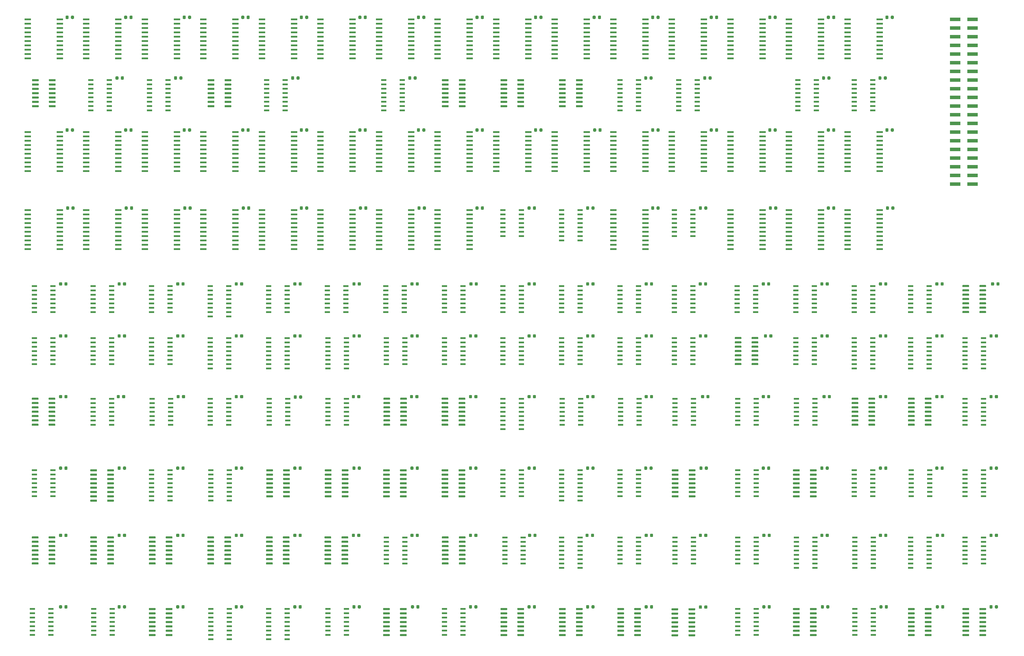
<source format=gbr>
G04 #@! TF.GenerationSoftware,KiCad,Pcbnew,5.1.2-f72e74a~84~ubuntu18.04.1*
G04 #@! TF.CreationDate,2019-07-21T21:18:24+01:00*
G04 #@! TF.ProjectId,cisc-8,63697363-2d38-42e6-9b69-6361645f7063,rev?*
G04 #@! TF.SameCoordinates,Original*
G04 #@! TF.FileFunction,Paste,Top*
G04 #@! TF.FilePolarity,Positive*
%FSLAX46Y46*%
G04 Gerber Fmt 4.6, Leading zero omitted, Abs format (unit mm)*
G04 Created by KiCad (PCBNEW 5.1.2-f72e74a~84~ubuntu18.04.1) date 2019-07-21 21:18:24*
%MOMM*%
%LPD*%
G04 APERTURE LIST*
%ADD10C,0.100000*%
%ADD11C,0.600000*%
%ADD12R,1.500000X0.600000*%
%ADD13C,0.875000*%
%ADD14R,1.950000X0.600000*%
%ADD15R,3.150000X1.000000*%
G04 APERTURE END LIST*
D10*
G36*
X265569703Y-131145722D02*
G01*
X265584264Y-131147882D01*
X265598543Y-131151459D01*
X265612403Y-131156418D01*
X265625710Y-131162712D01*
X265638336Y-131170280D01*
X265650159Y-131179048D01*
X265661066Y-131188934D01*
X265670952Y-131199841D01*
X265679720Y-131211664D01*
X265687288Y-131224290D01*
X265693582Y-131237597D01*
X265698541Y-131251457D01*
X265702118Y-131265736D01*
X265704278Y-131280297D01*
X265705000Y-131295000D01*
X265705000Y-131595000D01*
X265704278Y-131609703D01*
X265702118Y-131624264D01*
X265698541Y-131638543D01*
X265693582Y-131652403D01*
X265687288Y-131665710D01*
X265679720Y-131678336D01*
X265670952Y-131690159D01*
X265661066Y-131701066D01*
X265650159Y-131710952D01*
X265638336Y-131719720D01*
X265625710Y-131727288D01*
X265612403Y-131733582D01*
X265598543Y-131738541D01*
X265584264Y-131742118D01*
X265569703Y-131744278D01*
X265555000Y-131745000D01*
X263905000Y-131745000D01*
X263890297Y-131744278D01*
X263875736Y-131742118D01*
X263861457Y-131738541D01*
X263847597Y-131733582D01*
X263834290Y-131727288D01*
X263821664Y-131719720D01*
X263809841Y-131710952D01*
X263798934Y-131701066D01*
X263789048Y-131690159D01*
X263780280Y-131678336D01*
X263772712Y-131665710D01*
X263766418Y-131652403D01*
X263761459Y-131638543D01*
X263757882Y-131624264D01*
X263755722Y-131609703D01*
X263755000Y-131595000D01*
X263755000Y-131295000D01*
X263755722Y-131280297D01*
X263757882Y-131265736D01*
X263761459Y-131251457D01*
X263766418Y-131237597D01*
X263772712Y-131224290D01*
X263780280Y-131211664D01*
X263789048Y-131199841D01*
X263798934Y-131188934D01*
X263809841Y-131179048D01*
X263821664Y-131170280D01*
X263834290Y-131162712D01*
X263847597Y-131156418D01*
X263861457Y-131151459D01*
X263875736Y-131147882D01*
X263890297Y-131145722D01*
X263905000Y-131145000D01*
X265555000Y-131145000D01*
X265569703Y-131145722D01*
X265569703Y-131145722D01*
G37*
D11*
X264730000Y-131445000D03*
D10*
G36*
X265569703Y-132415722D02*
G01*
X265584264Y-132417882D01*
X265598543Y-132421459D01*
X265612403Y-132426418D01*
X265625710Y-132432712D01*
X265638336Y-132440280D01*
X265650159Y-132449048D01*
X265661066Y-132458934D01*
X265670952Y-132469841D01*
X265679720Y-132481664D01*
X265687288Y-132494290D01*
X265693582Y-132507597D01*
X265698541Y-132521457D01*
X265702118Y-132535736D01*
X265704278Y-132550297D01*
X265705000Y-132565000D01*
X265705000Y-132865000D01*
X265704278Y-132879703D01*
X265702118Y-132894264D01*
X265698541Y-132908543D01*
X265693582Y-132922403D01*
X265687288Y-132935710D01*
X265679720Y-132948336D01*
X265670952Y-132960159D01*
X265661066Y-132971066D01*
X265650159Y-132980952D01*
X265638336Y-132989720D01*
X265625710Y-132997288D01*
X265612403Y-133003582D01*
X265598543Y-133008541D01*
X265584264Y-133012118D01*
X265569703Y-133014278D01*
X265555000Y-133015000D01*
X263905000Y-133015000D01*
X263890297Y-133014278D01*
X263875736Y-133012118D01*
X263861457Y-133008541D01*
X263847597Y-133003582D01*
X263834290Y-132997288D01*
X263821664Y-132989720D01*
X263809841Y-132980952D01*
X263798934Y-132971066D01*
X263789048Y-132960159D01*
X263780280Y-132948336D01*
X263772712Y-132935710D01*
X263766418Y-132922403D01*
X263761459Y-132908543D01*
X263757882Y-132894264D01*
X263755722Y-132879703D01*
X263755000Y-132865000D01*
X263755000Y-132565000D01*
X263755722Y-132550297D01*
X263757882Y-132535736D01*
X263761459Y-132521457D01*
X263766418Y-132507597D01*
X263772712Y-132494290D01*
X263780280Y-132481664D01*
X263789048Y-132469841D01*
X263798934Y-132458934D01*
X263809841Y-132449048D01*
X263821664Y-132440280D01*
X263834290Y-132432712D01*
X263847597Y-132426418D01*
X263861457Y-132421459D01*
X263875736Y-132417882D01*
X263890297Y-132415722D01*
X263905000Y-132415000D01*
X265555000Y-132415000D01*
X265569703Y-132415722D01*
X265569703Y-132415722D01*
G37*
D11*
X264730000Y-132715000D03*
D10*
G36*
X265569703Y-133685722D02*
G01*
X265584264Y-133687882D01*
X265598543Y-133691459D01*
X265612403Y-133696418D01*
X265625710Y-133702712D01*
X265638336Y-133710280D01*
X265650159Y-133719048D01*
X265661066Y-133728934D01*
X265670952Y-133739841D01*
X265679720Y-133751664D01*
X265687288Y-133764290D01*
X265693582Y-133777597D01*
X265698541Y-133791457D01*
X265702118Y-133805736D01*
X265704278Y-133820297D01*
X265705000Y-133835000D01*
X265705000Y-134135000D01*
X265704278Y-134149703D01*
X265702118Y-134164264D01*
X265698541Y-134178543D01*
X265693582Y-134192403D01*
X265687288Y-134205710D01*
X265679720Y-134218336D01*
X265670952Y-134230159D01*
X265661066Y-134241066D01*
X265650159Y-134250952D01*
X265638336Y-134259720D01*
X265625710Y-134267288D01*
X265612403Y-134273582D01*
X265598543Y-134278541D01*
X265584264Y-134282118D01*
X265569703Y-134284278D01*
X265555000Y-134285000D01*
X263905000Y-134285000D01*
X263890297Y-134284278D01*
X263875736Y-134282118D01*
X263861457Y-134278541D01*
X263847597Y-134273582D01*
X263834290Y-134267288D01*
X263821664Y-134259720D01*
X263809841Y-134250952D01*
X263798934Y-134241066D01*
X263789048Y-134230159D01*
X263780280Y-134218336D01*
X263772712Y-134205710D01*
X263766418Y-134192403D01*
X263761459Y-134178543D01*
X263757882Y-134164264D01*
X263755722Y-134149703D01*
X263755000Y-134135000D01*
X263755000Y-133835000D01*
X263755722Y-133820297D01*
X263757882Y-133805736D01*
X263761459Y-133791457D01*
X263766418Y-133777597D01*
X263772712Y-133764290D01*
X263780280Y-133751664D01*
X263789048Y-133739841D01*
X263798934Y-133728934D01*
X263809841Y-133719048D01*
X263821664Y-133710280D01*
X263834290Y-133702712D01*
X263847597Y-133696418D01*
X263861457Y-133691459D01*
X263875736Y-133687882D01*
X263890297Y-133685722D01*
X263905000Y-133685000D01*
X265555000Y-133685000D01*
X265569703Y-133685722D01*
X265569703Y-133685722D01*
G37*
D11*
X264730000Y-133985000D03*
D10*
G36*
X265569703Y-134955722D02*
G01*
X265584264Y-134957882D01*
X265598543Y-134961459D01*
X265612403Y-134966418D01*
X265625710Y-134972712D01*
X265638336Y-134980280D01*
X265650159Y-134989048D01*
X265661066Y-134998934D01*
X265670952Y-135009841D01*
X265679720Y-135021664D01*
X265687288Y-135034290D01*
X265693582Y-135047597D01*
X265698541Y-135061457D01*
X265702118Y-135075736D01*
X265704278Y-135090297D01*
X265705000Y-135105000D01*
X265705000Y-135405000D01*
X265704278Y-135419703D01*
X265702118Y-135434264D01*
X265698541Y-135448543D01*
X265693582Y-135462403D01*
X265687288Y-135475710D01*
X265679720Y-135488336D01*
X265670952Y-135500159D01*
X265661066Y-135511066D01*
X265650159Y-135520952D01*
X265638336Y-135529720D01*
X265625710Y-135537288D01*
X265612403Y-135543582D01*
X265598543Y-135548541D01*
X265584264Y-135552118D01*
X265569703Y-135554278D01*
X265555000Y-135555000D01*
X263905000Y-135555000D01*
X263890297Y-135554278D01*
X263875736Y-135552118D01*
X263861457Y-135548541D01*
X263847597Y-135543582D01*
X263834290Y-135537288D01*
X263821664Y-135529720D01*
X263809841Y-135520952D01*
X263798934Y-135511066D01*
X263789048Y-135500159D01*
X263780280Y-135488336D01*
X263772712Y-135475710D01*
X263766418Y-135462403D01*
X263761459Y-135448543D01*
X263757882Y-135434264D01*
X263755722Y-135419703D01*
X263755000Y-135405000D01*
X263755000Y-135105000D01*
X263755722Y-135090297D01*
X263757882Y-135075736D01*
X263761459Y-135061457D01*
X263766418Y-135047597D01*
X263772712Y-135034290D01*
X263780280Y-135021664D01*
X263789048Y-135009841D01*
X263798934Y-134998934D01*
X263809841Y-134989048D01*
X263821664Y-134980280D01*
X263834290Y-134972712D01*
X263847597Y-134966418D01*
X263861457Y-134961459D01*
X263875736Y-134957882D01*
X263890297Y-134955722D01*
X263905000Y-134955000D01*
X265555000Y-134955000D01*
X265569703Y-134955722D01*
X265569703Y-134955722D01*
G37*
D11*
X264730000Y-135255000D03*
D10*
G36*
X265569703Y-136225722D02*
G01*
X265584264Y-136227882D01*
X265598543Y-136231459D01*
X265612403Y-136236418D01*
X265625710Y-136242712D01*
X265638336Y-136250280D01*
X265650159Y-136259048D01*
X265661066Y-136268934D01*
X265670952Y-136279841D01*
X265679720Y-136291664D01*
X265687288Y-136304290D01*
X265693582Y-136317597D01*
X265698541Y-136331457D01*
X265702118Y-136345736D01*
X265704278Y-136360297D01*
X265705000Y-136375000D01*
X265705000Y-136675000D01*
X265704278Y-136689703D01*
X265702118Y-136704264D01*
X265698541Y-136718543D01*
X265693582Y-136732403D01*
X265687288Y-136745710D01*
X265679720Y-136758336D01*
X265670952Y-136770159D01*
X265661066Y-136781066D01*
X265650159Y-136790952D01*
X265638336Y-136799720D01*
X265625710Y-136807288D01*
X265612403Y-136813582D01*
X265598543Y-136818541D01*
X265584264Y-136822118D01*
X265569703Y-136824278D01*
X265555000Y-136825000D01*
X263905000Y-136825000D01*
X263890297Y-136824278D01*
X263875736Y-136822118D01*
X263861457Y-136818541D01*
X263847597Y-136813582D01*
X263834290Y-136807288D01*
X263821664Y-136799720D01*
X263809841Y-136790952D01*
X263798934Y-136781066D01*
X263789048Y-136770159D01*
X263780280Y-136758336D01*
X263772712Y-136745710D01*
X263766418Y-136732403D01*
X263761459Y-136718543D01*
X263757882Y-136704264D01*
X263755722Y-136689703D01*
X263755000Y-136675000D01*
X263755000Y-136375000D01*
X263755722Y-136360297D01*
X263757882Y-136345736D01*
X263761459Y-136331457D01*
X263766418Y-136317597D01*
X263772712Y-136304290D01*
X263780280Y-136291664D01*
X263789048Y-136279841D01*
X263798934Y-136268934D01*
X263809841Y-136259048D01*
X263821664Y-136250280D01*
X263834290Y-136242712D01*
X263847597Y-136236418D01*
X263861457Y-136231459D01*
X263875736Y-136227882D01*
X263890297Y-136225722D01*
X263905000Y-136225000D01*
X265555000Y-136225000D01*
X265569703Y-136225722D01*
X265569703Y-136225722D01*
G37*
D11*
X264730000Y-136525000D03*
D10*
G36*
X265569703Y-137495722D02*
G01*
X265584264Y-137497882D01*
X265598543Y-137501459D01*
X265612403Y-137506418D01*
X265625710Y-137512712D01*
X265638336Y-137520280D01*
X265650159Y-137529048D01*
X265661066Y-137538934D01*
X265670952Y-137549841D01*
X265679720Y-137561664D01*
X265687288Y-137574290D01*
X265693582Y-137587597D01*
X265698541Y-137601457D01*
X265702118Y-137615736D01*
X265704278Y-137630297D01*
X265705000Y-137645000D01*
X265705000Y-137945000D01*
X265704278Y-137959703D01*
X265702118Y-137974264D01*
X265698541Y-137988543D01*
X265693582Y-138002403D01*
X265687288Y-138015710D01*
X265679720Y-138028336D01*
X265670952Y-138040159D01*
X265661066Y-138051066D01*
X265650159Y-138060952D01*
X265638336Y-138069720D01*
X265625710Y-138077288D01*
X265612403Y-138083582D01*
X265598543Y-138088541D01*
X265584264Y-138092118D01*
X265569703Y-138094278D01*
X265555000Y-138095000D01*
X263905000Y-138095000D01*
X263890297Y-138094278D01*
X263875736Y-138092118D01*
X263861457Y-138088541D01*
X263847597Y-138083582D01*
X263834290Y-138077288D01*
X263821664Y-138069720D01*
X263809841Y-138060952D01*
X263798934Y-138051066D01*
X263789048Y-138040159D01*
X263780280Y-138028336D01*
X263772712Y-138015710D01*
X263766418Y-138002403D01*
X263761459Y-137988543D01*
X263757882Y-137974264D01*
X263755722Y-137959703D01*
X263755000Y-137945000D01*
X263755000Y-137645000D01*
X263755722Y-137630297D01*
X263757882Y-137615736D01*
X263761459Y-137601457D01*
X263766418Y-137587597D01*
X263772712Y-137574290D01*
X263780280Y-137561664D01*
X263789048Y-137549841D01*
X263798934Y-137538934D01*
X263809841Y-137529048D01*
X263821664Y-137520280D01*
X263834290Y-137512712D01*
X263847597Y-137506418D01*
X263861457Y-137501459D01*
X263875736Y-137497882D01*
X263890297Y-137495722D01*
X263905000Y-137495000D01*
X265555000Y-137495000D01*
X265569703Y-137495722D01*
X265569703Y-137495722D01*
G37*
D11*
X264730000Y-137795000D03*
D10*
G36*
X265569703Y-138765722D02*
G01*
X265584264Y-138767882D01*
X265598543Y-138771459D01*
X265612403Y-138776418D01*
X265625710Y-138782712D01*
X265638336Y-138790280D01*
X265650159Y-138799048D01*
X265661066Y-138808934D01*
X265670952Y-138819841D01*
X265679720Y-138831664D01*
X265687288Y-138844290D01*
X265693582Y-138857597D01*
X265698541Y-138871457D01*
X265702118Y-138885736D01*
X265704278Y-138900297D01*
X265705000Y-138915000D01*
X265705000Y-139215000D01*
X265704278Y-139229703D01*
X265702118Y-139244264D01*
X265698541Y-139258543D01*
X265693582Y-139272403D01*
X265687288Y-139285710D01*
X265679720Y-139298336D01*
X265670952Y-139310159D01*
X265661066Y-139321066D01*
X265650159Y-139330952D01*
X265638336Y-139339720D01*
X265625710Y-139347288D01*
X265612403Y-139353582D01*
X265598543Y-139358541D01*
X265584264Y-139362118D01*
X265569703Y-139364278D01*
X265555000Y-139365000D01*
X263905000Y-139365000D01*
X263890297Y-139364278D01*
X263875736Y-139362118D01*
X263861457Y-139358541D01*
X263847597Y-139353582D01*
X263834290Y-139347288D01*
X263821664Y-139339720D01*
X263809841Y-139330952D01*
X263798934Y-139321066D01*
X263789048Y-139310159D01*
X263780280Y-139298336D01*
X263772712Y-139285710D01*
X263766418Y-139272403D01*
X263761459Y-139258543D01*
X263757882Y-139244264D01*
X263755722Y-139229703D01*
X263755000Y-139215000D01*
X263755000Y-138915000D01*
X263755722Y-138900297D01*
X263757882Y-138885736D01*
X263761459Y-138871457D01*
X263766418Y-138857597D01*
X263772712Y-138844290D01*
X263780280Y-138831664D01*
X263789048Y-138819841D01*
X263798934Y-138808934D01*
X263809841Y-138799048D01*
X263821664Y-138790280D01*
X263834290Y-138782712D01*
X263847597Y-138776418D01*
X263861457Y-138771459D01*
X263875736Y-138767882D01*
X263890297Y-138765722D01*
X263905000Y-138765000D01*
X265555000Y-138765000D01*
X265569703Y-138765722D01*
X265569703Y-138765722D01*
G37*
D11*
X264730000Y-139065000D03*
D10*
G36*
X260619703Y-138765722D02*
G01*
X260634264Y-138767882D01*
X260648543Y-138771459D01*
X260662403Y-138776418D01*
X260675710Y-138782712D01*
X260688336Y-138790280D01*
X260700159Y-138799048D01*
X260711066Y-138808934D01*
X260720952Y-138819841D01*
X260729720Y-138831664D01*
X260737288Y-138844290D01*
X260743582Y-138857597D01*
X260748541Y-138871457D01*
X260752118Y-138885736D01*
X260754278Y-138900297D01*
X260755000Y-138915000D01*
X260755000Y-139215000D01*
X260754278Y-139229703D01*
X260752118Y-139244264D01*
X260748541Y-139258543D01*
X260743582Y-139272403D01*
X260737288Y-139285710D01*
X260729720Y-139298336D01*
X260720952Y-139310159D01*
X260711066Y-139321066D01*
X260700159Y-139330952D01*
X260688336Y-139339720D01*
X260675710Y-139347288D01*
X260662403Y-139353582D01*
X260648543Y-139358541D01*
X260634264Y-139362118D01*
X260619703Y-139364278D01*
X260605000Y-139365000D01*
X258955000Y-139365000D01*
X258940297Y-139364278D01*
X258925736Y-139362118D01*
X258911457Y-139358541D01*
X258897597Y-139353582D01*
X258884290Y-139347288D01*
X258871664Y-139339720D01*
X258859841Y-139330952D01*
X258848934Y-139321066D01*
X258839048Y-139310159D01*
X258830280Y-139298336D01*
X258822712Y-139285710D01*
X258816418Y-139272403D01*
X258811459Y-139258543D01*
X258807882Y-139244264D01*
X258805722Y-139229703D01*
X258805000Y-139215000D01*
X258805000Y-138915000D01*
X258805722Y-138900297D01*
X258807882Y-138885736D01*
X258811459Y-138871457D01*
X258816418Y-138857597D01*
X258822712Y-138844290D01*
X258830280Y-138831664D01*
X258839048Y-138819841D01*
X258848934Y-138808934D01*
X258859841Y-138799048D01*
X258871664Y-138790280D01*
X258884290Y-138782712D01*
X258897597Y-138776418D01*
X258911457Y-138771459D01*
X258925736Y-138767882D01*
X258940297Y-138765722D01*
X258955000Y-138765000D01*
X260605000Y-138765000D01*
X260619703Y-138765722D01*
X260619703Y-138765722D01*
G37*
D11*
X259780000Y-139065000D03*
D10*
G36*
X260619703Y-137495722D02*
G01*
X260634264Y-137497882D01*
X260648543Y-137501459D01*
X260662403Y-137506418D01*
X260675710Y-137512712D01*
X260688336Y-137520280D01*
X260700159Y-137529048D01*
X260711066Y-137538934D01*
X260720952Y-137549841D01*
X260729720Y-137561664D01*
X260737288Y-137574290D01*
X260743582Y-137587597D01*
X260748541Y-137601457D01*
X260752118Y-137615736D01*
X260754278Y-137630297D01*
X260755000Y-137645000D01*
X260755000Y-137945000D01*
X260754278Y-137959703D01*
X260752118Y-137974264D01*
X260748541Y-137988543D01*
X260743582Y-138002403D01*
X260737288Y-138015710D01*
X260729720Y-138028336D01*
X260720952Y-138040159D01*
X260711066Y-138051066D01*
X260700159Y-138060952D01*
X260688336Y-138069720D01*
X260675710Y-138077288D01*
X260662403Y-138083582D01*
X260648543Y-138088541D01*
X260634264Y-138092118D01*
X260619703Y-138094278D01*
X260605000Y-138095000D01*
X258955000Y-138095000D01*
X258940297Y-138094278D01*
X258925736Y-138092118D01*
X258911457Y-138088541D01*
X258897597Y-138083582D01*
X258884290Y-138077288D01*
X258871664Y-138069720D01*
X258859841Y-138060952D01*
X258848934Y-138051066D01*
X258839048Y-138040159D01*
X258830280Y-138028336D01*
X258822712Y-138015710D01*
X258816418Y-138002403D01*
X258811459Y-137988543D01*
X258807882Y-137974264D01*
X258805722Y-137959703D01*
X258805000Y-137945000D01*
X258805000Y-137645000D01*
X258805722Y-137630297D01*
X258807882Y-137615736D01*
X258811459Y-137601457D01*
X258816418Y-137587597D01*
X258822712Y-137574290D01*
X258830280Y-137561664D01*
X258839048Y-137549841D01*
X258848934Y-137538934D01*
X258859841Y-137529048D01*
X258871664Y-137520280D01*
X258884290Y-137512712D01*
X258897597Y-137506418D01*
X258911457Y-137501459D01*
X258925736Y-137497882D01*
X258940297Y-137495722D01*
X258955000Y-137495000D01*
X260605000Y-137495000D01*
X260619703Y-137495722D01*
X260619703Y-137495722D01*
G37*
D11*
X259780000Y-137795000D03*
D10*
G36*
X260619703Y-136225722D02*
G01*
X260634264Y-136227882D01*
X260648543Y-136231459D01*
X260662403Y-136236418D01*
X260675710Y-136242712D01*
X260688336Y-136250280D01*
X260700159Y-136259048D01*
X260711066Y-136268934D01*
X260720952Y-136279841D01*
X260729720Y-136291664D01*
X260737288Y-136304290D01*
X260743582Y-136317597D01*
X260748541Y-136331457D01*
X260752118Y-136345736D01*
X260754278Y-136360297D01*
X260755000Y-136375000D01*
X260755000Y-136675000D01*
X260754278Y-136689703D01*
X260752118Y-136704264D01*
X260748541Y-136718543D01*
X260743582Y-136732403D01*
X260737288Y-136745710D01*
X260729720Y-136758336D01*
X260720952Y-136770159D01*
X260711066Y-136781066D01*
X260700159Y-136790952D01*
X260688336Y-136799720D01*
X260675710Y-136807288D01*
X260662403Y-136813582D01*
X260648543Y-136818541D01*
X260634264Y-136822118D01*
X260619703Y-136824278D01*
X260605000Y-136825000D01*
X258955000Y-136825000D01*
X258940297Y-136824278D01*
X258925736Y-136822118D01*
X258911457Y-136818541D01*
X258897597Y-136813582D01*
X258884290Y-136807288D01*
X258871664Y-136799720D01*
X258859841Y-136790952D01*
X258848934Y-136781066D01*
X258839048Y-136770159D01*
X258830280Y-136758336D01*
X258822712Y-136745710D01*
X258816418Y-136732403D01*
X258811459Y-136718543D01*
X258807882Y-136704264D01*
X258805722Y-136689703D01*
X258805000Y-136675000D01*
X258805000Y-136375000D01*
X258805722Y-136360297D01*
X258807882Y-136345736D01*
X258811459Y-136331457D01*
X258816418Y-136317597D01*
X258822712Y-136304290D01*
X258830280Y-136291664D01*
X258839048Y-136279841D01*
X258848934Y-136268934D01*
X258859841Y-136259048D01*
X258871664Y-136250280D01*
X258884290Y-136242712D01*
X258897597Y-136236418D01*
X258911457Y-136231459D01*
X258925736Y-136227882D01*
X258940297Y-136225722D01*
X258955000Y-136225000D01*
X260605000Y-136225000D01*
X260619703Y-136225722D01*
X260619703Y-136225722D01*
G37*
D11*
X259780000Y-136525000D03*
D10*
G36*
X260619703Y-134955722D02*
G01*
X260634264Y-134957882D01*
X260648543Y-134961459D01*
X260662403Y-134966418D01*
X260675710Y-134972712D01*
X260688336Y-134980280D01*
X260700159Y-134989048D01*
X260711066Y-134998934D01*
X260720952Y-135009841D01*
X260729720Y-135021664D01*
X260737288Y-135034290D01*
X260743582Y-135047597D01*
X260748541Y-135061457D01*
X260752118Y-135075736D01*
X260754278Y-135090297D01*
X260755000Y-135105000D01*
X260755000Y-135405000D01*
X260754278Y-135419703D01*
X260752118Y-135434264D01*
X260748541Y-135448543D01*
X260743582Y-135462403D01*
X260737288Y-135475710D01*
X260729720Y-135488336D01*
X260720952Y-135500159D01*
X260711066Y-135511066D01*
X260700159Y-135520952D01*
X260688336Y-135529720D01*
X260675710Y-135537288D01*
X260662403Y-135543582D01*
X260648543Y-135548541D01*
X260634264Y-135552118D01*
X260619703Y-135554278D01*
X260605000Y-135555000D01*
X258955000Y-135555000D01*
X258940297Y-135554278D01*
X258925736Y-135552118D01*
X258911457Y-135548541D01*
X258897597Y-135543582D01*
X258884290Y-135537288D01*
X258871664Y-135529720D01*
X258859841Y-135520952D01*
X258848934Y-135511066D01*
X258839048Y-135500159D01*
X258830280Y-135488336D01*
X258822712Y-135475710D01*
X258816418Y-135462403D01*
X258811459Y-135448543D01*
X258807882Y-135434264D01*
X258805722Y-135419703D01*
X258805000Y-135405000D01*
X258805000Y-135105000D01*
X258805722Y-135090297D01*
X258807882Y-135075736D01*
X258811459Y-135061457D01*
X258816418Y-135047597D01*
X258822712Y-135034290D01*
X258830280Y-135021664D01*
X258839048Y-135009841D01*
X258848934Y-134998934D01*
X258859841Y-134989048D01*
X258871664Y-134980280D01*
X258884290Y-134972712D01*
X258897597Y-134966418D01*
X258911457Y-134961459D01*
X258925736Y-134957882D01*
X258940297Y-134955722D01*
X258955000Y-134955000D01*
X260605000Y-134955000D01*
X260619703Y-134955722D01*
X260619703Y-134955722D01*
G37*
D11*
X259780000Y-135255000D03*
D10*
G36*
X260619703Y-133685722D02*
G01*
X260634264Y-133687882D01*
X260648543Y-133691459D01*
X260662403Y-133696418D01*
X260675710Y-133702712D01*
X260688336Y-133710280D01*
X260700159Y-133719048D01*
X260711066Y-133728934D01*
X260720952Y-133739841D01*
X260729720Y-133751664D01*
X260737288Y-133764290D01*
X260743582Y-133777597D01*
X260748541Y-133791457D01*
X260752118Y-133805736D01*
X260754278Y-133820297D01*
X260755000Y-133835000D01*
X260755000Y-134135000D01*
X260754278Y-134149703D01*
X260752118Y-134164264D01*
X260748541Y-134178543D01*
X260743582Y-134192403D01*
X260737288Y-134205710D01*
X260729720Y-134218336D01*
X260720952Y-134230159D01*
X260711066Y-134241066D01*
X260700159Y-134250952D01*
X260688336Y-134259720D01*
X260675710Y-134267288D01*
X260662403Y-134273582D01*
X260648543Y-134278541D01*
X260634264Y-134282118D01*
X260619703Y-134284278D01*
X260605000Y-134285000D01*
X258955000Y-134285000D01*
X258940297Y-134284278D01*
X258925736Y-134282118D01*
X258911457Y-134278541D01*
X258897597Y-134273582D01*
X258884290Y-134267288D01*
X258871664Y-134259720D01*
X258859841Y-134250952D01*
X258848934Y-134241066D01*
X258839048Y-134230159D01*
X258830280Y-134218336D01*
X258822712Y-134205710D01*
X258816418Y-134192403D01*
X258811459Y-134178543D01*
X258807882Y-134164264D01*
X258805722Y-134149703D01*
X258805000Y-134135000D01*
X258805000Y-133835000D01*
X258805722Y-133820297D01*
X258807882Y-133805736D01*
X258811459Y-133791457D01*
X258816418Y-133777597D01*
X258822712Y-133764290D01*
X258830280Y-133751664D01*
X258839048Y-133739841D01*
X258848934Y-133728934D01*
X258859841Y-133719048D01*
X258871664Y-133710280D01*
X258884290Y-133702712D01*
X258897597Y-133696418D01*
X258911457Y-133691459D01*
X258925736Y-133687882D01*
X258940297Y-133685722D01*
X258955000Y-133685000D01*
X260605000Y-133685000D01*
X260619703Y-133685722D01*
X260619703Y-133685722D01*
G37*
D11*
X259780000Y-133985000D03*
D10*
G36*
X260619703Y-132415722D02*
G01*
X260634264Y-132417882D01*
X260648543Y-132421459D01*
X260662403Y-132426418D01*
X260675710Y-132432712D01*
X260688336Y-132440280D01*
X260700159Y-132449048D01*
X260711066Y-132458934D01*
X260720952Y-132469841D01*
X260729720Y-132481664D01*
X260737288Y-132494290D01*
X260743582Y-132507597D01*
X260748541Y-132521457D01*
X260752118Y-132535736D01*
X260754278Y-132550297D01*
X260755000Y-132565000D01*
X260755000Y-132865000D01*
X260754278Y-132879703D01*
X260752118Y-132894264D01*
X260748541Y-132908543D01*
X260743582Y-132922403D01*
X260737288Y-132935710D01*
X260729720Y-132948336D01*
X260720952Y-132960159D01*
X260711066Y-132971066D01*
X260700159Y-132980952D01*
X260688336Y-132989720D01*
X260675710Y-132997288D01*
X260662403Y-133003582D01*
X260648543Y-133008541D01*
X260634264Y-133012118D01*
X260619703Y-133014278D01*
X260605000Y-133015000D01*
X258955000Y-133015000D01*
X258940297Y-133014278D01*
X258925736Y-133012118D01*
X258911457Y-133008541D01*
X258897597Y-133003582D01*
X258884290Y-132997288D01*
X258871664Y-132989720D01*
X258859841Y-132980952D01*
X258848934Y-132971066D01*
X258839048Y-132960159D01*
X258830280Y-132948336D01*
X258822712Y-132935710D01*
X258816418Y-132922403D01*
X258811459Y-132908543D01*
X258807882Y-132894264D01*
X258805722Y-132879703D01*
X258805000Y-132865000D01*
X258805000Y-132565000D01*
X258805722Y-132550297D01*
X258807882Y-132535736D01*
X258811459Y-132521457D01*
X258816418Y-132507597D01*
X258822712Y-132494290D01*
X258830280Y-132481664D01*
X258839048Y-132469841D01*
X258848934Y-132458934D01*
X258859841Y-132449048D01*
X258871664Y-132440280D01*
X258884290Y-132432712D01*
X258897597Y-132426418D01*
X258911457Y-132421459D01*
X258925736Y-132417882D01*
X258940297Y-132415722D01*
X258955000Y-132415000D01*
X260605000Y-132415000D01*
X260619703Y-132415722D01*
X260619703Y-132415722D01*
G37*
D11*
X259780000Y-132715000D03*
D10*
G36*
X260619703Y-131145722D02*
G01*
X260634264Y-131147882D01*
X260648543Y-131151459D01*
X260662403Y-131156418D01*
X260675710Y-131162712D01*
X260688336Y-131170280D01*
X260700159Y-131179048D01*
X260711066Y-131188934D01*
X260720952Y-131199841D01*
X260729720Y-131211664D01*
X260737288Y-131224290D01*
X260743582Y-131237597D01*
X260748541Y-131251457D01*
X260752118Y-131265736D01*
X260754278Y-131280297D01*
X260755000Y-131295000D01*
X260755000Y-131595000D01*
X260754278Y-131609703D01*
X260752118Y-131624264D01*
X260748541Y-131638543D01*
X260743582Y-131652403D01*
X260737288Y-131665710D01*
X260729720Y-131678336D01*
X260720952Y-131690159D01*
X260711066Y-131701066D01*
X260700159Y-131710952D01*
X260688336Y-131719720D01*
X260675710Y-131727288D01*
X260662403Y-131733582D01*
X260648543Y-131738541D01*
X260634264Y-131742118D01*
X260619703Y-131744278D01*
X260605000Y-131745000D01*
X258955000Y-131745000D01*
X258940297Y-131744278D01*
X258925736Y-131742118D01*
X258911457Y-131738541D01*
X258897597Y-131733582D01*
X258884290Y-131727288D01*
X258871664Y-131719720D01*
X258859841Y-131710952D01*
X258848934Y-131701066D01*
X258839048Y-131690159D01*
X258830280Y-131678336D01*
X258822712Y-131665710D01*
X258816418Y-131652403D01*
X258811459Y-131638543D01*
X258807882Y-131624264D01*
X258805722Y-131609703D01*
X258805000Y-131595000D01*
X258805000Y-131295000D01*
X258805722Y-131280297D01*
X258807882Y-131265736D01*
X258811459Y-131251457D01*
X258816418Y-131237597D01*
X258822712Y-131224290D01*
X258830280Y-131211664D01*
X258839048Y-131199841D01*
X258848934Y-131188934D01*
X258859841Y-131179048D01*
X258871664Y-131170280D01*
X258884290Y-131162712D01*
X258897597Y-131156418D01*
X258911457Y-131151459D01*
X258925736Y-131147882D01*
X258940297Y-131145722D01*
X258955000Y-131145000D01*
X260605000Y-131145000D01*
X260619703Y-131145722D01*
X260619703Y-131145722D01*
G37*
D11*
X259780000Y-131445000D03*
D10*
G36*
X179844703Y-189565722D02*
G01*
X179859264Y-189567882D01*
X179873543Y-189571459D01*
X179887403Y-189576418D01*
X179900710Y-189582712D01*
X179913336Y-189590280D01*
X179925159Y-189599048D01*
X179936066Y-189608934D01*
X179945952Y-189619841D01*
X179954720Y-189631664D01*
X179962288Y-189644290D01*
X179968582Y-189657597D01*
X179973541Y-189671457D01*
X179977118Y-189685736D01*
X179979278Y-189700297D01*
X179980000Y-189715000D01*
X179980000Y-190015000D01*
X179979278Y-190029703D01*
X179977118Y-190044264D01*
X179973541Y-190058543D01*
X179968582Y-190072403D01*
X179962288Y-190085710D01*
X179954720Y-190098336D01*
X179945952Y-190110159D01*
X179936066Y-190121066D01*
X179925159Y-190130952D01*
X179913336Y-190139720D01*
X179900710Y-190147288D01*
X179887403Y-190153582D01*
X179873543Y-190158541D01*
X179859264Y-190162118D01*
X179844703Y-190164278D01*
X179830000Y-190165000D01*
X178180000Y-190165000D01*
X178165297Y-190164278D01*
X178150736Y-190162118D01*
X178136457Y-190158541D01*
X178122597Y-190153582D01*
X178109290Y-190147288D01*
X178096664Y-190139720D01*
X178084841Y-190130952D01*
X178073934Y-190121066D01*
X178064048Y-190110159D01*
X178055280Y-190098336D01*
X178047712Y-190085710D01*
X178041418Y-190072403D01*
X178036459Y-190058543D01*
X178032882Y-190044264D01*
X178030722Y-190029703D01*
X178030000Y-190015000D01*
X178030000Y-189715000D01*
X178030722Y-189700297D01*
X178032882Y-189685736D01*
X178036459Y-189671457D01*
X178041418Y-189657597D01*
X178047712Y-189644290D01*
X178055280Y-189631664D01*
X178064048Y-189619841D01*
X178073934Y-189608934D01*
X178084841Y-189599048D01*
X178096664Y-189590280D01*
X178109290Y-189582712D01*
X178122597Y-189576418D01*
X178136457Y-189571459D01*
X178150736Y-189567882D01*
X178165297Y-189565722D01*
X178180000Y-189565000D01*
X179830000Y-189565000D01*
X179844703Y-189565722D01*
X179844703Y-189565722D01*
G37*
D11*
X179005000Y-189865000D03*
D10*
G36*
X179844703Y-190835722D02*
G01*
X179859264Y-190837882D01*
X179873543Y-190841459D01*
X179887403Y-190846418D01*
X179900710Y-190852712D01*
X179913336Y-190860280D01*
X179925159Y-190869048D01*
X179936066Y-190878934D01*
X179945952Y-190889841D01*
X179954720Y-190901664D01*
X179962288Y-190914290D01*
X179968582Y-190927597D01*
X179973541Y-190941457D01*
X179977118Y-190955736D01*
X179979278Y-190970297D01*
X179980000Y-190985000D01*
X179980000Y-191285000D01*
X179979278Y-191299703D01*
X179977118Y-191314264D01*
X179973541Y-191328543D01*
X179968582Y-191342403D01*
X179962288Y-191355710D01*
X179954720Y-191368336D01*
X179945952Y-191380159D01*
X179936066Y-191391066D01*
X179925159Y-191400952D01*
X179913336Y-191409720D01*
X179900710Y-191417288D01*
X179887403Y-191423582D01*
X179873543Y-191428541D01*
X179859264Y-191432118D01*
X179844703Y-191434278D01*
X179830000Y-191435000D01*
X178180000Y-191435000D01*
X178165297Y-191434278D01*
X178150736Y-191432118D01*
X178136457Y-191428541D01*
X178122597Y-191423582D01*
X178109290Y-191417288D01*
X178096664Y-191409720D01*
X178084841Y-191400952D01*
X178073934Y-191391066D01*
X178064048Y-191380159D01*
X178055280Y-191368336D01*
X178047712Y-191355710D01*
X178041418Y-191342403D01*
X178036459Y-191328543D01*
X178032882Y-191314264D01*
X178030722Y-191299703D01*
X178030000Y-191285000D01*
X178030000Y-190985000D01*
X178030722Y-190970297D01*
X178032882Y-190955736D01*
X178036459Y-190941457D01*
X178041418Y-190927597D01*
X178047712Y-190914290D01*
X178055280Y-190901664D01*
X178064048Y-190889841D01*
X178073934Y-190878934D01*
X178084841Y-190869048D01*
X178096664Y-190860280D01*
X178109290Y-190852712D01*
X178122597Y-190846418D01*
X178136457Y-190841459D01*
X178150736Y-190837882D01*
X178165297Y-190835722D01*
X178180000Y-190835000D01*
X179830000Y-190835000D01*
X179844703Y-190835722D01*
X179844703Y-190835722D01*
G37*
D11*
X179005000Y-191135000D03*
D10*
G36*
X179844703Y-192105722D02*
G01*
X179859264Y-192107882D01*
X179873543Y-192111459D01*
X179887403Y-192116418D01*
X179900710Y-192122712D01*
X179913336Y-192130280D01*
X179925159Y-192139048D01*
X179936066Y-192148934D01*
X179945952Y-192159841D01*
X179954720Y-192171664D01*
X179962288Y-192184290D01*
X179968582Y-192197597D01*
X179973541Y-192211457D01*
X179977118Y-192225736D01*
X179979278Y-192240297D01*
X179980000Y-192255000D01*
X179980000Y-192555000D01*
X179979278Y-192569703D01*
X179977118Y-192584264D01*
X179973541Y-192598543D01*
X179968582Y-192612403D01*
X179962288Y-192625710D01*
X179954720Y-192638336D01*
X179945952Y-192650159D01*
X179936066Y-192661066D01*
X179925159Y-192670952D01*
X179913336Y-192679720D01*
X179900710Y-192687288D01*
X179887403Y-192693582D01*
X179873543Y-192698541D01*
X179859264Y-192702118D01*
X179844703Y-192704278D01*
X179830000Y-192705000D01*
X178180000Y-192705000D01*
X178165297Y-192704278D01*
X178150736Y-192702118D01*
X178136457Y-192698541D01*
X178122597Y-192693582D01*
X178109290Y-192687288D01*
X178096664Y-192679720D01*
X178084841Y-192670952D01*
X178073934Y-192661066D01*
X178064048Y-192650159D01*
X178055280Y-192638336D01*
X178047712Y-192625710D01*
X178041418Y-192612403D01*
X178036459Y-192598543D01*
X178032882Y-192584264D01*
X178030722Y-192569703D01*
X178030000Y-192555000D01*
X178030000Y-192255000D01*
X178030722Y-192240297D01*
X178032882Y-192225736D01*
X178036459Y-192211457D01*
X178041418Y-192197597D01*
X178047712Y-192184290D01*
X178055280Y-192171664D01*
X178064048Y-192159841D01*
X178073934Y-192148934D01*
X178084841Y-192139048D01*
X178096664Y-192130280D01*
X178109290Y-192122712D01*
X178122597Y-192116418D01*
X178136457Y-192111459D01*
X178150736Y-192107882D01*
X178165297Y-192105722D01*
X178180000Y-192105000D01*
X179830000Y-192105000D01*
X179844703Y-192105722D01*
X179844703Y-192105722D01*
G37*
D11*
X179005000Y-192405000D03*
D10*
G36*
X179844703Y-193375722D02*
G01*
X179859264Y-193377882D01*
X179873543Y-193381459D01*
X179887403Y-193386418D01*
X179900710Y-193392712D01*
X179913336Y-193400280D01*
X179925159Y-193409048D01*
X179936066Y-193418934D01*
X179945952Y-193429841D01*
X179954720Y-193441664D01*
X179962288Y-193454290D01*
X179968582Y-193467597D01*
X179973541Y-193481457D01*
X179977118Y-193495736D01*
X179979278Y-193510297D01*
X179980000Y-193525000D01*
X179980000Y-193825000D01*
X179979278Y-193839703D01*
X179977118Y-193854264D01*
X179973541Y-193868543D01*
X179968582Y-193882403D01*
X179962288Y-193895710D01*
X179954720Y-193908336D01*
X179945952Y-193920159D01*
X179936066Y-193931066D01*
X179925159Y-193940952D01*
X179913336Y-193949720D01*
X179900710Y-193957288D01*
X179887403Y-193963582D01*
X179873543Y-193968541D01*
X179859264Y-193972118D01*
X179844703Y-193974278D01*
X179830000Y-193975000D01*
X178180000Y-193975000D01*
X178165297Y-193974278D01*
X178150736Y-193972118D01*
X178136457Y-193968541D01*
X178122597Y-193963582D01*
X178109290Y-193957288D01*
X178096664Y-193949720D01*
X178084841Y-193940952D01*
X178073934Y-193931066D01*
X178064048Y-193920159D01*
X178055280Y-193908336D01*
X178047712Y-193895710D01*
X178041418Y-193882403D01*
X178036459Y-193868543D01*
X178032882Y-193854264D01*
X178030722Y-193839703D01*
X178030000Y-193825000D01*
X178030000Y-193525000D01*
X178030722Y-193510297D01*
X178032882Y-193495736D01*
X178036459Y-193481457D01*
X178041418Y-193467597D01*
X178047712Y-193454290D01*
X178055280Y-193441664D01*
X178064048Y-193429841D01*
X178073934Y-193418934D01*
X178084841Y-193409048D01*
X178096664Y-193400280D01*
X178109290Y-193392712D01*
X178122597Y-193386418D01*
X178136457Y-193381459D01*
X178150736Y-193377882D01*
X178165297Y-193375722D01*
X178180000Y-193375000D01*
X179830000Y-193375000D01*
X179844703Y-193375722D01*
X179844703Y-193375722D01*
G37*
D11*
X179005000Y-193675000D03*
D10*
G36*
X179844703Y-194645722D02*
G01*
X179859264Y-194647882D01*
X179873543Y-194651459D01*
X179887403Y-194656418D01*
X179900710Y-194662712D01*
X179913336Y-194670280D01*
X179925159Y-194679048D01*
X179936066Y-194688934D01*
X179945952Y-194699841D01*
X179954720Y-194711664D01*
X179962288Y-194724290D01*
X179968582Y-194737597D01*
X179973541Y-194751457D01*
X179977118Y-194765736D01*
X179979278Y-194780297D01*
X179980000Y-194795000D01*
X179980000Y-195095000D01*
X179979278Y-195109703D01*
X179977118Y-195124264D01*
X179973541Y-195138543D01*
X179968582Y-195152403D01*
X179962288Y-195165710D01*
X179954720Y-195178336D01*
X179945952Y-195190159D01*
X179936066Y-195201066D01*
X179925159Y-195210952D01*
X179913336Y-195219720D01*
X179900710Y-195227288D01*
X179887403Y-195233582D01*
X179873543Y-195238541D01*
X179859264Y-195242118D01*
X179844703Y-195244278D01*
X179830000Y-195245000D01*
X178180000Y-195245000D01*
X178165297Y-195244278D01*
X178150736Y-195242118D01*
X178136457Y-195238541D01*
X178122597Y-195233582D01*
X178109290Y-195227288D01*
X178096664Y-195219720D01*
X178084841Y-195210952D01*
X178073934Y-195201066D01*
X178064048Y-195190159D01*
X178055280Y-195178336D01*
X178047712Y-195165710D01*
X178041418Y-195152403D01*
X178036459Y-195138543D01*
X178032882Y-195124264D01*
X178030722Y-195109703D01*
X178030000Y-195095000D01*
X178030000Y-194795000D01*
X178030722Y-194780297D01*
X178032882Y-194765736D01*
X178036459Y-194751457D01*
X178041418Y-194737597D01*
X178047712Y-194724290D01*
X178055280Y-194711664D01*
X178064048Y-194699841D01*
X178073934Y-194688934D01*
X178084841Y-194679048D01*
X178096664Y-194670280D01*
X178109290Y-194662712D01*
X178122597Y-194656418D01*
X178136457Y-194651459D01*
X178150736Y-194647882D01*
X178165297Y-194645722D01*
X178180000Y-194645000D01*
X179830000Y-194645000D01*
X179844703Y-194645722D01*
X179844703Y-194645722D01*
G37*
D11*
X179005000Y-194945000D03*
D10*
G36*
X179844703Y-195915722D02*
G01*
X179859264Y-195917882D01*
X179873543Y-195921459D01*
X179887403Y-195926418D01*
X179900710Y-195932712D01*
X179913336Y-195940280D01*
X179925159Y-195949048D01*
X179936066Y-195958934D01*
X179945952Y-195969841D01*
X179954720Y-195981664D01*
X179962288Y-195994290D01*
X179968582Y-196007597D01*
X179973541Y-196021457D01*
X179977118Y-196035736D01*
X179979278Y-196050297D01*
X179980000Y-196065000D01*
X179980000Y-196365000D01*
X179979278Y-196379703D01*
X179977118Y-196394264D01*
X179973541Y-196408543D01*
X179968582Y-196422403D01*
X179962288Y-196435710D01*
X179954720Y-196448336D01*
X179945952Y-196460159D01*
X179936066Y-196471066D01*
X179925159Y-196480952D01*
X179913336Y-196489720D01*
X179900710Y-196497288D01*
X179887403Y-196503582D01*
X179873543Y-196508541D01*
X179859264Y-196512118D01*
X179844703Y-196514278D01*
X179830000Y-196515000D01*
X178180000Y-196515000D01*
X178165297Y-196514278D01*
X178150736Y-196512118D01*
X178136457Y-196508541D01*
X178122597Y-196503582D01*
X178109290Y-196497288D01*
X178096664Y-196489720D01*
X178084841Y-196480952D01*
X178073934Y-196471066D01*
X178064048Y-196460159D01*
X178055280Y-196448336D01*
X178047712Y-196435710D01*
X178041418Y-196422403D01*
X178036459Y-196408543D01*
X178032882Y-196394264D01*
X178030722Y-196379703D01*
X178030000Y-196365000D01*
X178030000Y-196065000D01*
X178030722Y-196050297D01*
X178032882Y-196035736D01*
X178036459Y-196021457D01*
X178041418Y-196007597D01*
X178047712Y-195994290D01*
X178055280Y-195981664D01*
X178064048Y-195969841D01*
X178073934Y-195958934D01*
X178084841Y-195949048D01*
X178096664Y-195940280D01*
X178109290Y-195932712D01*
X178122597Y-195926418D01*
X178136457Y-195921459D01*
X178150736Y-195917882D01*
X178165297Y-195915722D01*
X178180000Y-195915000D01*
X179830000Y-195915000D01*
X179844703Y-195915722D01*
X179844703Y-195915722D01*
G37*
D11*
X179005000Y-196215000D03*
D10*
G36*
X179844703Y-197185722D02*
G01*
X179859264Y-197187882D01*
X179873543Y-197191459D01*
X179887403Y-197196418D01*
X179900710Y-197202712D01*
X179913336Y-197210280D01*
X179925159Y-197219048D01*
X179936066Y-197228934D01*
X179945952Y-197239841D01*
X179954720Y-197251664D01*
X179962288Y-197264290D01*
X179968582Y-197277597D01*
X179973541Y-197291457D01*
X179977118Y-197305736D01*
X179979278Y-197320297D01*
X179980000Y-197335000D01*
X179980000Y-197635000D01*
X179979278Y-197649703D01*
X179977118Y-197664264D01*
X179973541Y-197678543D01*
X179968582Y-197692403D01*
X179962288Y-197705710D01*
X179954720Y-197718336D01*
X179945952Y-197730159D01*
X179936066Y-197741066D01*
X179925159Y-197750952D01*
X179913336Y-197759720D01*
X179900710Y-197767288D01*
X179887403Y-197773582D01*
X179873543Y-197778541D01*
X179859264Y-197782118D01*
X179844703Y-197784278D01*
X179830000Y-197785000D01*
X178180000Y-197785000D01*
X178165297Y-197784278D01*
X178150736Y-197782118D01*
X178136457Y-197778541D01*
X178122597Y-197773582D01*
X178109290Y-197767288D01*
X178096664Y-197759720D01*
X178084841Y-197750952D01*
X178073934Y-197741066D01*
X178064048Y-197730159D01*
X178055280Y-197718336D01*
X178047712Y-197705710D01*
X178041418Y-197692403D01*
X178036459Y-197678543D01*
X178032882Y-197664264D01*
X178030722Y-197649703D01*
X178030000Y-197635000D01*
X178030000Y-197335000D01*
X178030722Y-197320297D01*
X178032882Y-197305736D01*
X178036459Y-197291457D01*
X178041418Y-197277597D01*
X178047712Y-197264290D01*
X178055280Y-197251664D01*
X178064048Y-197239841D01*
X178073934Y-197228934D01*
X178084841Y-197219048D01*
X178096664Y-197210280D01*
X178109290Y-197202712D01*
X178122597Y-197196418D01*
X178136457Y-197191459D01*
X178150736Y-197187882D01*
X178165297Y-197185722D01*
X178180000Y-197185000D01*
X179830000Y-197185000D01*
X179844703Y-197185722D01*
X179844703Y-197185722D01*
G37*
D11*
X179005000Y-197485000D03*
D10*
G36*
X174894703Y-197185722D02*
G01*
X174909264Y-197187882D01*
X174923543Y-197191459D01*
X174937403Y-197196418D01*
X174950710Y-197202712D01*
X174963336Y-197210280D01*
X174975159Y-197219048D01*
X174986066Y-197228934D01*
X174995952Y-197239841D01*
X175004720Y-197251664D01*
X175012288Y-197264290D01*
X175018582Y-197277597D01*
X175023541Y-197291457D01*
X175027118Y-197305736D01*
X175029278Y-197320297D01*
X175030000Y-197335000D01*
X175030000Y-197635000D01*
X175029278Y-197649703D01*
X175027118Y-197664264D01*
X175023541Y-197678543D01*
X175018582Y-197692403D01*
X175012288Y-197705710D01*
X175004720Y-197718336D01*
X174995952Y-197730159D01*
X174986066Y-197741066D01*
X174975159Y-197750952D01*
X174963336Y-197759720D01*
X174950710Y-197767288D01*
X174937403Y-197773582D01*
X174923543Y-197778541D01*
X174909264Y-197782118D01*
X174894703Y-197784278D01*
X174880000Y-197785000D01*
X173230000Y-197785000D01*
X173215297Y-197784278D01*
X173200736Y-197782118D01*
X173186457Y-197778541D01*
X173172597Y-197773582D01*
X173159290Y-197767288D01*
X173146664Y-197759720D01*
X173134841Y-197750952D01*
X173123934Y-197741066D01*
X173114048Y-197730159D01*
X173105280Y-197718336D01*
X173097712Y-197705710D01*
X173091418Y-197692403D01*
X173086459Y-197678543D01*
X173082882Y-197664264D01*
X173080722Y-197649703D01*
X173080000Y-197635000D01*
X173080000Y-197335000D01*
X173080722Y-197320297D01*
X173082882Y-197305736D01*
X173086459Y-197291457D01*
X173091418Y-197277597D01*
X173097712Y-197264290D01*
X173105280Y-197251664D01*
X173114048Y-197239841D01*
X173123934Y-197228934D01*
X173134841Y-197219048D01*
X173146664Y-197210280D01*
X173159290Y-197202712D01*
X173172597Y-197196418D01*
X173186457Y-197191459D01*
X173200736Y-197187882D01*
X173215297Y-197185722D01*
X173230000Y-197185000D01*
X174880000Y-197185000D01*
X174894703Y-197185722D01*
X174894703Y-197185722D01*
G37*
D11*
X174055000Y-197485000D03*
D10*
G36*
X174894703Y-195915722D02*
G01*
X174909264Y-195917882D01*
X174923543Y-195921459D01*
X174937403Y-195926418D01*
X174950710Y-195932712D01*
X174963336Y-195940280D01*
X174975159Y-195949048D01*
X174986066Y-195958934D01*
X174995952Y-195969841D01*
X175004720Y-195981664D01*
X175012288Y-195994290D01*
X175018582Y-196007597D01*
X175023541Y-196021457D01*
X175027118Y-196035736D01*
X175029278Y-196050297D01*
X175030000Y-196065000D01*
X175030000Y-196365000D01*
X175029278Y-196379703D01*
X175027118Y-196394264D01*
X175023541Y-196408543D01*
X175018582Y-196422403D01*
X175012288Y-196435710D01*
X175004720Y-196448336D01*
X174995952Y-196460159D01*
X174986066Y-196471066D01*
X174975159Y-196480952D01*
X174963336Y-196489720D01*
X174950710Y-196497288D01*
X174937403Y-196503582D01*
X174923543Y-196508541D01*
X174909264Y-196512118D01*
X174894703Y-196514278D01*
X174880000Y-196515000D01*
X173230000Y-196515000D01*
X173215297Y-196514278D01*
X173200736Y-196512118D01*
X173186457Y-196508541D01*
X173172597Y-196503582D01*
X173159290Y-196497288D01*
X173146664Y-196489720D01*
X173134841Y-196480952D01*
X173123934Y-196471066D01*
X173114048Y-196460159D01*
X173105280Y-196448336D01*
X173097712Y-196435710D01*
X173091418Y-196422403D01*
X173086459Y-196408543D01*
X173082882Y-196394264D01*
X173080722Y-196379703D01*
X173080000Y-196365000D01*
X173080000Y-196065000D01*
X173080722Y-196050297D01*
X173082882Y-196035736D01*
X173086459Y-196021457D01*
X173091418Y-196007597D01*
X173097712Y-195994290D01*
X173105280Y-195981664D01*
X173114048Y-195969841D01*
X173123934Y-195958934D01*
X173134841Y-195949048D01*
X173146664Y-195940280D01*
X173159290Y-195932712D01*
X173172597Y-195926418D01*
X173186457Y-195921459D01*
X173200736Y-195917882D01*
X173215297Y-195915722D01*
X173230000Y-195915000D01*
X174880000Y-195915000D01*
X174894703Y-195915722D01*
X174894703Y-195915722D01*
G37*
D11*
X174055000Y-196215000D03*
D10*
G36*
X174894703Y-194645722D02*
G01*
X174909264Y-194647882D01*
X174923543Y-194651459D01*
X174937403Y-194656418D01*
X174950710Y-194662712D01*
X174963336Y-194670280D01*
X174975159Y-194679048D01*
X174986066Y-194688934D01*
X174995952Y-194699841D01*
X175004720Y-194711664D01*
X175012288Y-194724290D01*
X175018582Y-194737597D01*
X175023541Y-194751457D01*
X175027118Y-194765736D01*
X175029278Y-194780297D01*
X175030000Y-194795000D01*
X175030000Y-195095000D01*
X175029278Y-195109703D01*
X175027118Y-195124264D01*
X175023541Y-195138543D01*
X175018582Y-195152403D01*
X175012288Y-195165710D01*
X175004720Y-195178336D01*
X174995952Y-195190159D01*
X174986066Y-195201066D01*
X174975159Y-195210952D01*
X174963336Y-195219720D01*
X174950710Y-195227288D01*
X174937403Y-195233582D01*
X174923543Y-195238541D01*
X174909264Y-195242118D01*
X174894703Y-195244278D01*
X174880000Y-195245000D01*
X173230000Y-195245000D01*
X173215297Y-195244278D01*
X173200736Y-195242118D01*
X173186457Y-195238541D01*
X173172597Y-195233582D01*
X173159290Y-195227288D01*
X173146664Y-195219720D01*
X173134841Y-195210952D01*
X173123934Y-195201066D01*
X173114048Y-195190159D01*
X173105280Y-195178336D01*
X173097712Y-195165710D01*
X173091418Y-195152403D01*
X173086459Y-195138543D01*
X173082882Y-195124264D01*
X173080722Y-195109703D01*
X173080000Y-195095000D01*
X173080000Y-194795000D01*
X173080722Y-194780297D01*
X173082882Y-194765736D01*
X173086459Y-194751457D01*
X173091418Y-194737597D01*
X173097712Y-194724290D01*
X173105280Y-194711664D01*
X173114048Y-194699841D01*
X173123934Y-194688934D01*
X173134841Y-194679048D01*
X173146664Y-194670280D01*
X173159290Y-194662712D01*
X173172597Y-194656418D01*
X173186457Y-194651459D01*
X173200736Y-194647882D01*
X173215297Y-194645722D01*
X173230000Y-194645000D01*
X174880000Y-194645000D01*
X174894703Y-194645722D01*
X174894703Y-194645722D01*
G37*
D11*
X174055000Y-194945000D03*
D10*
G36*
X174894703Y-193375722D02*
G01*
X174909264Y-193377882D01*
X174923543Y-193381459D01*
X174937403Y-193386418D01*
X174950710Y-193392712D01*
X174963336Y-193400280D01*
X174975159Y-193409048D01*
X174986066Y-193418934D01*
X174995952Y-193429841D01*
X175004720Y-193441664D01*
X175012288Y-193454290D01*
X175018582Y-193467597D01*
X175023541Y-193481457D01*
X175027118Y-193495736D01*
X175029278Y-193510297D01*
X175030000Y-193525000D01*
X175030000Y-193825000D01*
X175029278Y-193839703D01*
X175027118Y-193854264D01*
X175023541Y-193868543D01*
X175018582Y-193882403D01*
X175012288Y-193895710D01*
X175004720Y-193908336D01*
X174995952Y-193920159D01*
X174986066Y-193931066D01*
X174975159Y-193940952D01*
X174963336Y-193949720D01*
X174950710Y-193957288D01*
X174937403Y-193963582D01*
X174923543Y-193968541D01*
X174909264Y-193972118D01*
X174894703Y-193974278D01*
X174880000Y-193975000D01*
X173230000Y-193975000D01*
X173215297Y-193974278D01*
X173200736Y-193972118D01*
X173186457Y-193968541D01*
X173172597Y-193963582D01*
X173159290Y-193957288D01*
X173146664Y-193949720D01*
X173134841Y-193940952D01*
X173123934Y-193931066D01*
X173114048Y-193920159D01*
X173105280Y-193908336D01*
X173097712Y-193895710D01*
X173091418Y-193882403D01*
X173086459Y-193868543D01*
X173082882Y-193854264D01*
X173080722Y-193839703D01*
X173080000Y-193825000D01*
X173080000Y-193525000D01*
X173080722Y-193510297D01*
X173082882Y-193495736D01*
X173086459Y-193481457D01*
X173091418Y-193467597D01*
X173097712Y-193454290D01*
X173105280Y-193441664D01*
X173114048Y-193429841D01*
X173123934Y-193418934D01*
X173134841Y-193409048D01*
X173146664Y-193400280D01*
X173159290Y-193392712D01*
X173172597Y-193386418D01*
X173186457Y-193381459D01*
X173200736Y-193377882D01*
X173215297Y-193375722D01*
X173230000Y-193375000D01*
X174880000Y-193375000D01*
X174894703Y-193375722D01*
X174894703Y-193375722D01*
G37*
D11*
X174055000Y-193675000D03*
D10*
G36*
X174894703Y-192105722D02*
G01*
X174909264Y-192107882D01*
X174923543Y-192111459D01*
X174937403Y-192116418D01*
X174950710Y-192122712D01*
X174963336Y-192130280D01*
X174975159Y-192139048D01*
X174986066Y-192148934D01*
X174995952Y-192159841D01*
X175004720Y-192171664D01*
X175012288Y-192184290D01*
X175018582Y-192197597D01*
X175023541Y-192211457D01*
X175027118Y-192225736D01*
X175029278Y-192240297D01*
X175030000Y-192255000D01*
X175030000Y-192555000D01*
X175029278Y-192569703D01*
X175027118Y-192584264D01*
X175023541Y-192598543D01*
X175018582Y-192612403D01*
X175012288Y-192625710D01*
X175004720Y-192638336D01*
X174995952Y-192650159D01*
X174986066Y-192661066D01*
X174975159Y-192670952D01*
X174963336Y-192679720D01*
X174950710Y-192687288D01*
X174937403Y-192693582D01*
X174923543Y-192698541D01*
X174909264Y-192702118D01*
X174894703Y-192704278D01*
X174880000Y-192705000D01*
X173230000Y-192705000D01*
X173215297Y-192704278D01*
X173200736Y-192702118D01*
X173186457Y-192698541D01*
X173172597Y-192693582D01*
X173159290Y-192687288D01*
X173146664Y-192679720D01*
X173134841Y-192670952D01*
X173123934Y-192661066D01*
X173114048Y-192650159D01*
X173105280Y-192638336D01*
X173097712Y-192625710D01*
X173091418Y-192612403D01*
X173086459Y-192598543D01*
X173082882Y-192584264D01*
X173080722Y-192569703D01*
X173080000Y-192555000D01*
X173080000Y-192255000D01*
X173080722Y-192240297D01*
X173082882Y-192225736D01*
X173086459Y-192211457D01*
X173091418Y-192197597D01*
X173097712Y-192184290D01*
X173105280Y-192171664D01*
X173114048Y-192159841D01*
X173123934Y-192148934D01*
X173134841Y-192139048D01*
X173146664Y-192130280D01*
X173159290Y-192122712D01*
X173172597Y-192116418D01*
X173186457Y-192111459D01*
X173200736Y-192107882D01*
X173215297Y-192105722D01*
X173230000Y-192105000D01*
X174880000Y-192105000D01*
X174894703Y-192105722D01*
X174894703Y-192105722D01*
G37*
D11*
X174055000Y-192405000D03*
D10*
G36*
X174894703Y-190835722D02*
G01*
X174909264Y-190837882D01*
X174923543Y-190841459D01*
X174937403Y-190846418D01*
X174950710Y-190852712D01*
X174963336Y-190860280D01*
X174975159Y-190869048D01*
X174986066Y-190878934D01*
X174995952Y-190889841D01*
X175004720Y-190901664D01*
X175012288Y-190914290D01*
X175018582Y-190927597D01*
X175023541Y-190941457D01*
X175027118Y-190955736D01*
X175029278Y-190970297D01*
X175030000Y-190985000D01*
X175030000Y-191285000D01*
X175029278Y-191299703D01*
X175027118Y-191314264D01*
X175023541Y-191328543D01*
X175018582Y-191342403D01*
X175012288Y-191355710D01*
X175004720Y-191368336D01*
X174995952Y-191380159D01*
X174986066Y-191391066D01*
X174975159Y-191400952D01*
X174963336Y-191409720D01*
X174950710Y-191417288D01*
X174937403Y-191423582D01*
X174923543Y-191428541D01*
X174909264Y-191432118D01*
X174894703Y-191434278D01*
X174880000Y-191435000D01*
X173230000Y-191435000D01*
X173215297Y-191434278D01*
X173200736Y-191432118D01*
X173186457Y-191428541D01*
X173172597Y-191423582D01*
X173159290Y-191417288D01*
X173146664Y-191409720D01*
X173134841Y-191400952D01*
X173123934Y-191391066D01*
X173114048Y-191380159D01*
X173105280Y-191368336D01*
X173097712Y-191355710D01*
X173091418Y-191342403D01*
X173086459Y-191328543D01*
X173082882Y-191314264D01*
X173080722Y-191299703D01*
X173080000Y-191285000D01*
X173080000Y-190985000D01*
X173080722Y-190970297D01*
X173082882Y-190955736D01*
X173086459Y-190941457D01*
X173091418Y-190927597D01*
X173097712Y-190914290D01*
X173105280Y-190901664D01*
X173114048Y-190889841D01*
X173123934Y-190878934D01*
X173134841Y-190869048D01*
X173146664Y-190860280D01*
X173159290Y-190852712D01*
X173172597Y-190846418D01*
X173186457Y-190841459D01*
X173200736Y-190837882D01*
X173215297Y-190835722D01*
X173230000Y-190835000D01*
X174880000Y-190835000D01*
X174894703Y-190835722D01*
X174894703Y-190835722D01*
G37*
D11*
X174055000Y-191135000D03*
D10*
G36*
X174894703Y-189565722D02*
G01*
X174909264Y-189567882D01*
X174923543Y-189571459D01*
X174937403Y-189576418D01*
X174950710Y-189582712D01*
X174963336Y-189590280D01*
X174975159Y-189599048D01*
X174986066Y-189608934D01*
X174995952Y-189619841D01*
X175004720Y-189631664D01*
X175012288Y-189644290D01*
X175018582Y-189657597D01*
X175023541Y-189671457D01*
X175027118Y-189685736D01*
X175029278Y-189700297D01*
X175030000Y-189715000D01*
X175030000Y-190015000D01*
X175029278Y-190029703D01*
X175027118Y-190044264D01*
X175023541Y-190058543D01*
X175018582Y-190072403D01*
X175012288Y-190085710D01*
X175004720Y-190098336D01*
X174995952Y-190110159D01*
X174986066Y-190121066D01*
X174975159Y-190130952D01*
X174963336Y-190139720D01*
X174950710Y-190147288D01*
X174937403Y-190153582D01*
X174923543Y-190158541D01*
X174909264Y-190162118D01*
X174894703Y-190164278D01*
X174880000Y-190165000D01*
X173230000Y-190165000D01*
X173215297Y-190164278D01*
X173200736Y-190162118D01*
X173186457Y-190158541D01*
X173172597Y-190153582D01*
X173159290Y-190147288D01*
X173146664Y-190139720D01*
X173134841Y-190130952D01*
X173123934Y-190121066D01*
X173114048Y-190110159D01*
X173105280Y-190098336D01*
X173097712Y-190085710D01*
X173091418Y-190072403D01*
X173086459Y-190058543D01*
X173082882Y-190044264D01*
X173080722Y-190029703D01*
X173080000Y-190015000D01*
X173080000Y-189715000D01*
X173080722Y-189700297D01*
X173082882Y-189685736D01*
X173086459Y-189671457D01*
X173091418Y-189657597D01*
X173097712Y-189644290D01*
X173105280Y-189631664D01*
X173114048Y-189619841D01*
X173123934Y-189608934D01*
X173134841Y-189599048D01*
X173146664Y-189590280D01*
X173159290Y-189582712D01*
X173172597Y-189576418D01*
X173186457Y-189571459D01*
X173200736Y-189567882D01*
X173215297Y-189565722D01*
X173230000Y-189565000D01*
X174880000Y-189565000D01*
X174894703Y-189565722D01*
X174894703Y-189565722D01*
G37*
D11*
X174055000Y-189865000D03*
D10*
G36*
X128409703Y-169880722D02*
G01*
X128424264Y-169882882D01*
X128438543Y-169886459D01*
X128452403Y-169891418D01*
X128465710Y-169897712D01*
X128478336Y-169905280D01*
X128490159Y-169914048D01*
X128501066Y-169923934D01*
X128510952Y-169934841D01*
X128519720Y-169946664D01*
X128527288Y-169959290D01*
X128533582Y-169972597D01*
X128538541Y-169986457D01*
X128542118Y-170000736D01*
X128544278Y-170015297D01*
X128545000Y-170030000D01*
X128545000Y-170330000D01*
X128544278Y-170344703D01*
X128542118Y-170359264D01*
X128538541Y-170373543D01*
X128533582Y-170387403D01*
X128527288Y-170400710D01*
X128519720Y-170413336D01*
X128510952Y-170425159D01*
X128501066Y-170436066D01*
X128490159Y-170445952D01*
X128478336Y-170454720D01*
X128465710Y-170462288D01*
X128452403Y-170468582D01*
X128438543Y-170473541D01*
X128424264Y-170477118D01*
X128409703Y-170479278D01*
X128395000Y-170480000D01*
X126745000Y-170480000D01*
X126730297Y-170479278D01*
X126715736Y-170477118D01*
X126701457Y-170473541D01*
X126687597Y-170468582D01*
X126674290Y-170462288D01*
X126661664Y-170454720D01*
X126649841Y-170445952D01*
X126638934Y-170436066D01*
X126629048Y-170425159D01*
X126620280Y-170413336D01*
X126612712Y-170400710D01*
X126606418Y-170387403D01*
X126601459Y-170373543D01*
X126597882Y-170359264D01*
X126595722Y-170344703D01*
X126595000Y-170330000D01*
X126595000Y-170030000D01*
X126595722Y-170015297D01*
X126597882Y-170000736D01*
X126601459Y-169986457D01*
X126606418Y-169972597D01*
X126612712Y-169959290D01*
X126620280Y-169946664D01*
X126629048Y-169934841D01*
X126638934Y-169923934D01*
X126649841Y-169914048D01*
X126661664Y-169905280D01*
X126674290Y-169897712D01*
X126687597Y-169891418D01*
X126701457Y-169886459D01*
X126715736Y-169882882D01*
X126730297Y-169880722D01*
X126745000Y-169880000D01*
X128395000Y-169880000D01*
X128409703Y-169880722D01*
X128409703Y-169880722D01*
G37*
D11*
X127570000Y-170180000D03*
D10*
G36*
X128409703Y-171150722D02*
G01*
X128424264Y-171152882D01*
X128438543Y-171156459D01*
X128452403Y-171161418D01*
X128465710Y-171167712D01*
X128478336Y-171175280D01*
X128490159Y-171184048D01*
X128501066Y-171193934D01*
X128510952Y-171204841D01*
X128519720Y-171216664D01*
X128527288Y-171229290D01*
X128533582Y-171242597D01*
X128538541Y-171256457D01*
X128542118Y-171270736D01*
X128544278Y-171285297D01*
X128545000Y-171300000D01*
X128545000Y-171600000D01*
X128544278Y-171614703D01*
X128542118Y-171629264D01*
X128538541Y-171643543D01*
X128533582Y-171657403D01*
X128527288Y-171670710D01*
X128519720Y-171683336D01*
X128510952Y-171695159D01*
X128501066Y-171706066D01*
X128490159Y-171715952D01*
X128478336Y-171724720D01*
X128465710Y-171732288D01*
X128452403Y-171738582D01*
X128438543Y-171743541D01*
X128424264Y-171747118D01*
X128409703Y-171749278D01*
X128395000Y-171750000D01*
X126745000Y-171750000D01*
X126730297Y-171749278D01*
X126715736Y-171747118D01*
X126701457Y-171743541D01*
X126687597Y-171738582D01*
X126674290Y-171732288D01*
X126661664Y-171724720D01*
X126649841Y-171715952D01*
X126638934Y-171706066D01*
X126629048Y-171695159D01*
X126620280Y-171683336D01*
X126612712Y-171670710D01*
X126606418Y-171657403D01*
X126601459Y-171643543D01*
X126597882Y-171629264D01*
X126595722Y-171614703D01*
X126595000Y-171600000D01*
X126595000Y-171300000D01*
X126595722Y-171285297D01*
X126597882Y-171270736D01*
X126601459Y-171256457D01*
X126606418Y-171242597D01*
X126612712Y-171229290D01*
X126620280Y-171216664D01*
X126629048Y-171204841D01*
X126638934Y-171193934D01*
X126649841Y-171184048D01*
X126661664Y-171175280D01*
X126674290Y-171167712D01*
X126687597Y-171161418D01*
X126701457Y-171156459D01*
X126715736Y-171152882D01*
X126730297Y-171150722D01*
X126745000Y-171150000D01*
X128395000Y-171150000D01*
X128409703Y-171150722D01*
X128409703Y-171150722D01*
G37*
D11*
X127570000Y-171450000D03*
D10*
G36*
X128409703Y-172420722D02*
G01*
X128424264Y-172422882D01*
X128438543Y-172426459D01*
X128452403Y-172431418D01*
X128465710Y-172437712D01*
X128478336Y-172445280D01*
X128490159Y-172454048D01*
X128501066Y-172463934D01*
X128510952Y-172474841D01*
X128519720Y-172486664D01*
X128527288Y-172499290D01*
X128533582Y-172512597D01*
X128538541Y-172526457D01*
X128542118Y-172540736D01*
X128544278Y-172555297D01*
X128545000Y-172570000D01*
X128545000Y-172870000D01*
X128544278Y-172884703D01*
X128542118Y-172899264D01*
X128538541Y-172913543D01*
X128533582Y-172927403D01*
X128527288Y-172940710D01*
X128519720Y-172953336D01*
X128510952Y-172965159D01*
X128501066Y-172976066D01*
X128490159Y-172985952D01*
X128478336Y-172994720D01*
X128465710Y-173002288D01*
X128452403Y-173008582D01*
X128438543Y-173013541D01*
X128424264Y-173017118D01*
X128409703Y-173019278D01*
X128395000Y-173020000D01*
X126745000Y-173020000D01*
X126730297Y-173019278D01*
X126715736Y-173017118D01*
X126701457Y-173013541D01*
X126687597Y-173008582D01*
X126674290Y-173002288D01*
X126661664Y-172994720D01*
X126649841Y-172985952D01*
X126638934Y-172976066D01*
X126629048Y-172965159D01*
X126620280Y-172953336D01*
X126612712Y-172940710D01*
X126606418Y-172927403D01*
X126601459Y-172913543D01*
X126597882Y-172899264D01*
X126595722Y-172884703D01*
X126595000Y-172870000D01*
X126595000Y-172570000D01*
X126595722Y-172555297D01*
X126597882Y-172540736D01*
X126601459Y-172526457D01*
X126606418Y-172512597D01*
X126612712Y-172499290D01*
X126620280Y-172486664D01*
X126629048Y-172474841D01*
X126638934Y-172463934D01*
X126649841Y-172454048D01*
X126661664Y-172445280D01*
X126674290Y-172437712D01*
X126687597Y-172431418D01*
X126701457Y-172426459D01*
X126715736Y-172422882D01*
X126730297Y-172420722D01*
X126745000Y-172420000D01*
X128395000Y-172420000D01*
X128409703Y-172420722D01*
X128409703Y-172420722D01*
G37*
D11*
X127570000Y-172720000D03*
D10*
G36*
X128409703Y-173690722D02*
G01*
X128424264Y-173692882D01*
X128438543Y-173696459D01*
X128452403Y-173701418D01*
X128465710Y-173707712D01*
X128478336Y-173715280D01*
X128490159Y-173724048D01*
X128501066Y-173733934D01*
X128510952Y-173744841D01*
X128519720Y-173756664D01*
X128527288Y-173769290D01*
X128533582Y-173782597D01*
X128538541Y-173796457D01*
X128542118Y-173810736D01*
X128544278Y-173825297D01*
X128545000Y-173840000D01*
X128545000Y-174140000D01*
X128544278Y-174154703D01*
X128542118Y-174169264D01*
X128538541Y-174183543D01*
X128533582Y-174197403D01*
X128527288Y-174210710D01*
X128519720Y-174223336D01*
X128510952Y-174235159D01*
X128501066Y-174246066D01*
X128490159Y-174255952D01*
X128478336Y-174264720D01*
X128465710Y-174272288D01*
X128452403Y-174278582D01*
X128438543Y-174283541D01*
X128424264Y-174287118D01*
X128409703Y-174289278D01*
X128395000Y-174290000D01*
X126745000Y-174290000D01*
X126730297Y-174289278D01*
X126715736Y-174287118D01*
X126701457Y-174283541D01*
X126687597Y-174278582D01*
X126674290Y-174272288D01*
X126661664Y-174264720D01*
X126649841Y-174255952D01*
X126638934Y-174246066D01*
X126629048Y-174235159D01*
X126620280Y-174223336D01*
X126612712Y-174210710D01*
X126606418Y-174197403D01*
X126601459Y-174183543D01*
X126597882Y-174169264D01*
X126595722Y-174154703D01*
X126595000Y-174140000D01*
X126595000Y-173840000D01*
X126595722Y-173825297D01*
X126597882Y-173810736D01*
X126601459Y-173796457D01*
X126606418Y-173782597D01*
X126612712Y-173769290D01*
X126620280Y-173756664D01*
X126629048Y-173744841D01*
X126638934Y-173733934D01*
X126649841Y-173724048D01*
X126661664Y-173715280D01*
X126674290Y-173707712D01*
X126687597Y-173701418D01*
X126701457Y-173696459D01*
X126715736Y-173692882D01*
X126730297Y-173690722D01*
X126745000Y-173690000D01*
X128395000Y-173690000D01*
X128409703Y-173690722D01*
X128409703Y-173690722D01*
G37*
D11*
X127570000Y-173990000D03*
D10*
G36*
X128409703Y-174960722D02*
G01*
X128424264Y-174962882D01*
X128438543Y-174966459D01*
X128452403Y-174971418D01*
X128465710Y-174977712D01*
X128478336Y-174985280D01*
X128490159Y-174994048D01*
X128501066Y-175003934D01*
X128510952Y-175014841D01*
X128519720Y-175026664D01*
X128527288Y-175039290D01*
X128533582Y-175052597D01*
X128538541Y-175066457D01*
X128542118Y-175080736D01*
X128544278Y-175095297D01*
X128545000Y-175110000D01*
X128545000Y-175410000D01*
X128544278Y-175424703D01*
X128542118Y-175439264D01*
X128538541Y-175453543D01*
X128533582Y-175467403D01*
X128527288Y-175480710D01*
X128519720Y-175493336D01*
X128510952Y-175505159D01*
X128501066Y-175516066D01*
X128490159Y-175525952D01*
X128478336Y-175534720D01*
X128465710Y-175542288D01*
X128452403Y-175548582D01*
X128438543Y-175553541D01*
X128424264Y-175557118D01*
X128409703Y-175559278D01*
X128395000Y-175560000D01*
X126745000Y-175560000D01*
X126730297Y-175559278D01*
X126715736Y-175557118D01*
X126701457Y-175553541D01*
X126687597Y-175548582D01*
X126674290Y-175542288D01*
X126661664Y-175534720D01*
X126649841Y-175525952D01*
X126638934Y-175516066D01*
X126629048Y-175505159D01*
X126620280Y-175493336D01*
X126612712Y-175480710D01*
X126606418Y-175467403D01*
X126601459Y-175453543D01*
X126597882Y-175439264D01*
X126595722Y-175424703D01*
X126595000Y-175410000D01*
X126595000Y-175110000D01*
X126595722Y-175095297D01*
X126597882Y-175080736D01*
X126601459Y-175066457D01*
X126606418Y-175052597D01*
X126612712Y-175039290D01*
X126620280Y-175026664D01*
X126629048Y-175014841D01*
X126638934Y-175003934D01*
X126649841Y-174994048D01*
X126661664Y-174985280D01*
X126674290Y-174977712D01*
X126687597Y-174971418D01*
X126701457Y-174966459D01*
X126715736Y-174962882D01*
X126730297Y-174960722D01*
X126745000Y-174960000D01*
X128395000Y-174960000D01*
X128409703Y-174960722D01*
X128409703Y-174960722D01*
G37*
D11*
X127570000Y-175260000D03*
D10*
G36*
X128409703Y-176230722D02*
G01*
X128424264Y-176232882D01*
X128438543Y-176236459D01*
X128452403Y-176241418D01*
X128465710Y-176247712D01*
X128478336Y-176255280D01*
X128490159Y-176264048D01*
X128501066Y-176273934D01*
X128510952Y-176284841D01*
X128519720Y-176296664D01*
X128527288Y-176309290D01*
X128533582Y-176322597D01*
X128538541Y-176336457D01*
X128542118Y-176350736D01*
X128544278Y-176365297D01*
X128545000Y-176380000D01*
X128545000Y-176680000D01*
X128544278Y-176694703D01*
X128542118Y-176709264D01*
X128538541Y-176723543D01*
X128533582Y-176737403D01*
X128527288Y-176750710D01*
X128519720Y-176763336D01*
X128510952Y-176775159D01*
X128501066Y-176786066D01*
X128490159Y-176795952D01*
X128478336Y-176804720D01*
X128465710Y-176812288D01*
X128452403Y-176818582D01*
X128438543Y-176823541D01*
X128424264Y-176827118D01*
X128409703Y-176829278D01*
X128395000Y-176830000D01*
X126745000Y-176830000D01*
X126730297Y-176829278D01*
X126715736Y-176827118D01*
X126701457Y-176823541D01*
X126687597Y-176818582D01*
X126674290Y-176812288D01*
X126661664Y-176804720D01*
X126649841Y-176795952D01*
X126638934Y-176786066D01*
X126629048Y-176775159D01*
X126620280Y-176763336D01*
X126612712Y-176750710D01*
X126606418Y-176737403D01*
X126601459Y-176723543D01*
X126597882Y-176709264D01*
X126595722Y-176694703D01*
X126595000Y-176680000D01*
X126595000Y-176380000D01*
X126595722Y-176365297D01*
X126597882Y-176350736D01*
X126601459Y-176336457D01*
X126606418Y-176322597D01*
X126612712Y-176309290D01*
X126620280Y-176296664D01*
X126629048Y-176284841D01*
X126638934Y-176273934D01*
X126649841Y-176264048D01*
X126661664Y-176255280D01*
X126674290Y-176247712D01*
X126687597Y-176241418D01*
X126701457Y-176236459D01*
X126715736Y-176232882D01*
X126730297Y-176230722D01*
X126745000Y-176230000D01*
X128395000Y-176230000D01*
X128409703Y-176230722D01*
X128409703Y-176230722D01*
G37*
D11*
X127570000Y-176530000D03*
D10*
G36*
X128409703Y-177500722D02*
G01*
X128424264Y-177502882D01*
X128438543Y-177506459D01*
X128452403Y-177511418D01*
X128465710Y-177517712D01*
X128478336Y-177525280D01*
X128490159Y-177534048D01*
X128501066Y-177543934D01*
X128510952Y-177554841D01*
X128519720Y-177566664D01*
X128527288Y-177579290D01*
X128533582Y-177592597D01*
X128538541Y-177606457D01*
X128542118Y-177620736D01*
X128544278Y-177635297D01*
X128545000Y-177650000D01*
X128545000Y-177950000D01*
X128544278Y-177964703D01*
X128542118Y-177979264D01*
X128538541Y-177993543D01*
X128533582Y-178007403D01*
X128527288Y-178020710D01*
X128519720Y-178033336D01*
X128510952Y-178045159D01*
X128501066Y-178056066D01*
X128490159Y-178065952D01*
X128478336Y-178074720D01*
X128465710Y-178082288D01*
X128452403Y-178088582D01*
X128438543Y-178093541D01*
X128424264Y-178097118D01*
X128409703Y-178099278D01*
X128395000Y-178100000D01*
X126745000Y-178100000D01*
X126730297Y-178099278D01*
X126715736Y-178097118D01*
X126701457Y-178093541D01*
X126687597Y-178088582D01*
X126674290Y-178082288D01*
X126661664Y-178074720D01*
X126649841Y-178065952D01*
X126638934Y-178056066D01*
X126629048Y-178045159D01*
X126620280Y-178033336D01*
X126612712Y-178020710D01*
X126606418Y-178007403D01*
X126601459Y-177993543D01*
X126597882Y-177979264D01*
X126595722Y-177964703D01*
X126595000Y-177950000D01*
X126595000Y-177650000D01*
X126595722Y-177635297D01*
X126597882Y-177620736D01*
X126601459Y-177606457D01*
X126606418Y-177592597D01*
X126612712Y-177579290D01*
X126620280Y-177566664D01*
X126629048Y-177554841D01*
X126638934Y-177543934D01*
X126649841Y-177534048D01*
X126661664Y-177525280D01*
X126674290Y-177517712D01*
X126687597Y-177511418D01*
X126701457Y-177506459D01*
X126715736Y-177502882D01*
X126730297Y-177500722D01*
X126745000Y-177500000D01*
X128395000Y-177500000D01*
X128409703Y-177500722D01*
X128409703Y-177500722D01*
G37*
D11*
X127570000Y-177800000D03*
D10*
G36*
X123459703Y-177500722D02*
G01*
X123474264Y-177502882D01*
X123488543Y-177506459D01*
X123502403Y-177511418D01*
X123515710Y-177517712D01*
X123528336Y-177525280D01*
X123540159Y-177534048D01*
X123551066Y-177543934D01*
X123560952Y-177554841D01*
X123569720Y-177566664D01*
X123577288Y-177579290D01*
X123583582Y-177592597D01*
X123588541Y-177606457D01*
X123592118Y-177620736D01*
X123594278Y-177635297D01*
X123595000Y-177650000D01*
X123595000Y-177950000D01*
X123594278Y-177964703D01*
X123592118Y-177979264D01*
X123588541Y-177993543D01*
X123583582Y-178007403D01*
X123577288Y-178020710D01*
X123569720Y-178033336D01*
X123560952Y-178045159D01*
X123551066Y-178056066D01*
X123540159Y-178065952D01*
X123528336Y-178074720D01*
X123515710Y-178082288D01*
X123502403Y-178088582D01*
X123488543Y-178093541D01*
X123474264Y-178097118D01*
X123459703Y-178099278D01*
X123445000Y-178100000D01*
X121795000Y-178100000D01*
X121780297Y-178099278D01*
X121765736Y-178097118D01*
X121751457Y-178093541D01*
X121737597Y-178088582D01*
X121724290Y-178082288D01*
X121711664Y-178074720D01*
X121699841Y-178065952D01*
X121688934Y-178056066D01*
X121679048Y-178045159D01*
X121670280Y-178033336D01*
X121662712Y-178020710D01*
X121656418Y-178007403D01*
X121651459Y-177993543D01*
X121647882Y-177979264D01*
X121645722Y-177964703D01*
X121645000Y-177950000D01*
X121645000Y-177650000D01*
X121645722Y-177635297D01*
X121647882Y-177620736D01*
X121651459Y-177606457D01*
X121656418Y-177592597D01*
X121662712Y-177579290D01*
X121670280Y-177566664D01*
X121679048Y-177554841D01*
X121688934Y-177543934D01*
X121699841Y-177534048D01*
X121711664Y-177525280D01*
X121724290Y-177517712D01*
X121737597Y-177511418D01*
X121751457Y-177506459D01*
X121765736Y-177502882D01*
X121780297Y-177500722D01*
X121795000Y-177500000D01*
X123445000Y-177500000D01*
X123459703Y-177500722D01*
X123459703Y-177500722D01*
G37*
D11*
X122620000Y-177800000D03*
D10*
G36*
X123459703Y-176230722D02*
G01*
X123474264Y-176232882D01*
X123488543Y-176236459D01*
X123502403Y-176241418D01*
X123515710Y-176247712D01*
X123528336Y-176255280D01*
X123540159Y-176264048D01*
X123551066Y-176273934D01*
X123560952Y-176284841D01*
X123569720Y-176296664D01*
X123577288Y-176309290D01*
X123583582Y-176322597D01*
X123588541Y-176336457D01*
X123592118Y-176350736D01*
X123594278Y-176365297D01*
X123595000Y-176380000D01*
X123595000Y-176680000D01*
X123594278Y-176694703D01*
X123592118Y-176709264D01*
X123588541Y-176723543D01*
X123583582Y-176737403D01*
X123577288Y-176750710D01*
X123569720Y-176763336D01*
X123560952Y-176775159D01*
X123551066Y-176786066D01*
X123540159Y-176795952D01*
X123528336Y-176804720D01*
X123515710Y-176812288D01*
X123502403Y-176818582D01*
X123488543Y-176823541D01*
X123474264Y-176827118D01*
X123459703Y-176829278D01*
X123445000Y-176830000D01*
X121795000Y-176830000D01*
X121780297Y-176829278D01*
X121765736Y-176827118D01*
X121751457Y-176823541D01*
X121737597Y-176818582D01*
X121724290Y-176812288D01*
X121711664Y-176804720D01*
X121699841Y-176795952D01*
X121688934Y-176786066D01*
X121679048Y-176775159D01*
X121670280Y-176763336D01*
X121662712Y-176750710D01*
X121656418Y-176737403D01*
X121651459Y-176723543D01*
X121647882Y-176709264D01*
X121645722Y-176694703D01*
X121645000Y-176680000D01*
X121645000Y-176380000D01*
X121645722Y-176365297D01*
X121647882Y-176350736D01*
X121651459Y-176336457D01*
X121656418Y-176322597D01*
X121662712Y-176309290D01*
X121670280Y-176296664D01*
X121679048Y-176284841D01*
X121688934Y-176273934D01*
X121699841Y-176264048D01*
X121711664Y-176255280D01*
X121724290Y-176247712D01*
X121737597Y-176241418D01*
X121751457Y-176236459D01*
X121765736Y-176232882D01*
X121780297Y-176230722D01*
X121795000Y-176230000D01*
X123445000Y-176230000D01*
X123459703Y-176230722D01*
X123459703Y-176230722D01*
G37*
D11*
X122620000Y-176530000D03*
D10*
G36*
X123459703Y-174960722D02*
G01*
X123474264Y-174962882D01*
X123488543Y-174966459D01*
X123502403Y-174971418D01*
X123515710Y-174977712D01*
X123528336Y-174985280D01*
X123540159Y-174994048D01*
X123551066Y-175003934D01*
X123560952Y-175014841D01*
X123569720Y-175026664D01*
X123577288Y-175039290D01*
X123583582Y-175052597D01*
X123588541Y-175066457D01*
X123592118Y-175080736D01*
X123594278Y-175095297D01*
X123595000Y-175110000D01*
X123595000Y-175410000D01*
X123594278Y-175424703D01*
X123592118Y-175439264D01*
X123588541Y-175453543D01*
X123583582Y-175467403D01*
X123577288Y-175480710D01*
X123569720Y-175493336D01*
X123560952Y-175505159D01*
X123551066Y-175516066D01*
X123540159Y-175525952D01*
X123528336Y-175534720D01*
X123515710Y-175542288D01*
X123502403Y-175548582D01*
X123488543Y-175553541D01*
X123474264Y-175557118D01*
X123459703Y-175559278D01*
X123445000Y-175560000D01*
X121795000Y-175560000D01*
X121780297Y-175559278D01*
X121765736Y-175557118D01*
X121751457Y-175553541D01*
X121737597Y-175548582D01*
X121724290Y-175542288D01*
X121711664Y-175534720D01*
X121699841Y-175525952D01*
X121688934Y-175516066D01*
X121679048Y-175505159D01*
X121670280Y-175493336D01*
X121662712Y-175480710D01*
X121656418Y-175467403D01*
X121651459Y-175453543D01*
X121647882Y-175439264D01*
X121645722Y-175424703D01*
X121645000Y-175410000D01*
X121645000Y-175110000D01*
X121645722Y-175095297D01*
X121647882Y-175080736D01*
X121651459Y-175066457D01*
X121656418Y-175052597D01*
X121662712Y-175039290D01*
X121670280Y-175026664D01*
X121679048Y-175014841D01*
X121688934Y-175003934D01*
X121699841Y-174994048D01*
X121711664Y-174985280D01*
X121724290Y-174977712D01*
X121737597Y-174971418D01*
X121751457Y-174966459D01*
X121765736Y-174962882D01*
X121780297Y-174960722D01*
X121795000Y-174960000D01*
X123445000Y-174960000D01*
X123459703Y-174960722D01*
X123459703Y-174960722D01*
G37*
D11*
X122620000Y-175260000D03*
D10*
G36*
X123459703Y-173690722D02*
G01*
X123474264Y-173692882D01*
X123488543Y-173696459D01*
X123502403Y-173701418D01*
X123515710Y-173707712D01*
X123528336Y-173715280D01*
X123540159Y-173724048D01*
X123551066Y-173733934D01*
X123560952Y-173744841D01*
X123569720Y-173756664D01*
X123577288Y-173769290D01*
X123583582Y-173782597D01*
X123588541Y-173796457D01*
X123592118Y-173810736D01*
X123594278Y-173825297D01*
X123595000Y-173840000D01*
X123595000Y-174140000D01*
X123594278Y-174154703D01*
X123592118Y-174169264D01*
X123588541Y-174183543D01*
X123583582Y-174197403D01*
X123577288Y-174210710D01*
X123569720Y-174223336D01*
X123560952Y-174235159D01*
X123551066Y-174246066D01*
X123540159Y-174255952D01*
X123528336Y-174264720D01*
X123515710Y-174272288D01*
X123502403Y-174278582D01*
X123488543Y-174283541D01*
X123474264Y-174287118D01*
X123459703Y-174289278D01*
X123445000Y-174290000D01*
X121795000Y-174290000D01*
X121780297Y-174289278D01*
X121765736Y-174287118D01*
X121751457Y-174283541D01*
X121737597Y-174278582D01*
X121724290Y-174272288D01*
X121711664Y-174264720D01*
X121699841Y-174255952D01*
X121688934Y-174246066D01*
X121679048Y-174235159D01*
X121670280Y-174223336D01*
X121662712Y-174210710D01*
X121656418Y-174197403D01*
X121651459Y-174183543D01*
X121647882Y-174169264D01*
X121645722Y-174154703D01*
X121645000Y-174140000D01*
X121645000Y-173840000D01*
X121645722Y-173825297D01*
X121647882Y-173810736D01*
X121651459Y-173796457D01*
X121656418Y-173782597D01*
X121662712Y-173769290D01*
X121670280Y-173756664D01*
X121679048Y-173744841D01*
X121688934Y-173733934D01*
X121699841Y-173724048D01*
X121711664Y-173715280D01*
X121724290Y-173707712D01*
X121737597Y-173701418D01*
X121751457Y-173696459D01*
X121765736Y-173692882D01*
X121780297Y-173690722D01*
X121795000Y-173690000D01*
X123445000Y-173690000D01*
X123459703Y-173690722D01*
X123459703Y-173690722D01*
G37*
D11*
X122620000Y-173990000D03*
D10*
G36*
X123459703Y-172420722D02*
G01*
X123474264Y-172422882D01*
X123488543Y-172426459D01*
X123502403Y-172431418D01*
X123515710Y-172437712D01*
X123528336Y-172445280D01*
X123540159Y-172454048D01*
X123551066Y-172463934D01*
X123560952Y-172474841D01*
X123569720Y-172486664D01*
X123577288Y-172499290D01*
X123583582Y-172512597D01*
X123588541Y-172526457D01*
X123592118Y-172540736D01*
X123594278Y-172555297D01*
X123595000Y-172570000D01*
X123595000Y-172870000D01*
X123594278Y-172884703D01*
X123592118Y-172899264D01*
X123588541Y-172913543D01*
X123583582Y-172927403D01*
X123577288Y-172940710D01*
X123569720Y-172953336D01*
X123560952Y-172965159D01*
X123551066Y-172976066D01*
X123540159Y-172985952D01*
X123528336Y-172994720D01*
X123515710Y-173002288D01*
X123502403Y-173008582D01*
X123488543Y-173013541D01*
X123474264Y-173017118D01*
X123459703Y-173019278D01*
X123445000Y-173020000D01*
X121795000Y-173020000D01*
X121780297Y-173019278D01*
X121765736Y-173017118D01*
X121751457Y-173013541D01*
X121737597Y-173008582D01*
X121724290Y-173002288D01*
X121711664Y-172994720D01*
X121699841Y-172985952D01*
X121688934Y-172976066D01*
X121679048Y-172965159D01*
X121670280Y-172953336D01*
X121662712Y-172940710D01*
X121656418Y-172927403D01*
X121651459Y-172913543D01*
X121647882Y-172899264D01*
X121645722Y-172884703D01*
X121645000Y-172870000D01*
X121645000Y-172570000D01*
X121645722Y-172555297D01*
X121647882Y-172540736D01*
X121651459Y-172526457D01*
X121656418Y-172512597D01*
X121662712Y-172499290D01*
X121670280Y-172486664D01*
X121679048Y-172474841D01*
X121688934Y-172463934D01*
X121699841Y-172454048D01*
X121711664Y-172445280D01*
X121724290Y-172437712D01*
X121737597Y-172431418D01*
X121751457Y-172426459D01*
X121765736Y-172422882D01*
X121780297Y-172420722D01*
X121795000Y-172420000D01*
X123445000Y-172420000D01*
X123459703Y-172420722D01*
X123459703Y-172420722D01*
G37*
D11*
X122620000Y-172720000D03*
D10*
G36*
X123459703Y-171150722D02*
G01*
X123474264Y-171152882D01*
X123488543Y-171156459D01*
X123502403Y-171161418D01*
X123515710Y-171167712D01*
X123528336Y-171175280D01*
X123540159Y-171184048D01*
X123551066Y-171193934D01*
X123560952Y-171204841D01*
X123569720Y-171216664D01*
X123577288Y-171229290D01*
X123583582Y-171242597D01*
X123588541Y-171256457D01*
X123592118Y-171270736D01*
X123594278Y-171285297D01*
X123595000Y-171300000D01*
X123595000Y-171600000D01*
X123594278Y-171614703D01*
X123592118Y-171629264D01*
X123588541Y-171643543D01*
X123583582Y-171657403D01*
X123577288Y-171670710D01*
X123569720Y-171683336D01*
X123560952Y-171695159D01*
X123551066Y-171706066D01*
X123540159Y-171715952D01*
X123528336Y-171724720D01*
X123515710Y-171732288D01*
X123502403Y-171738582D01*
X123488543Y-171743541D01*
X123474264Y-171747118D01*
X123459703Y-171749278D01*
X123445000Y-171750000D01*
X121795000Y-171750000D01*
X121780297Y-171749278D01*
X121765736Y-171747118D01*
X121751457Y-171743541D01*
X121737597Y-171738582D01*
X121724290Y-171732288D01*
X121711664Y-171724720D01*
X121699841Y-171715952D01*
X121688934Y-171706066D01*
X121679048Y-171695159D01*
X121670280Y-171683336D01*
X121662712Y-171670710D01*
X121656418Y-171657403D01*
X121651459Y-171643543D01*
X121647882Y-171629264D01*
X121645722Y-171614703D01*
X121645000Y-171600000D01*
X121645000Y-171300000D01*
X121645722Y-171285297D01*
X121647882Y-171270736D01*
X121651459Y-171256457D01*
X121656418Y-171242597D01*
X121662712Y-171229290D01*
X121670280Y-171216664D01*
X121679048Y-171204841D01*
X121688934Y-171193934D01*
X121699841Y-171184048D01*
X121711664Y-171175280D01*
X121724290Y-171167712D01*
X121737597Y-171161418D01*
X121751457Y-171156459D01*
X121765736Y-171152882D01*
X121780297Y-171150722D01*
X121795000Y-171150000D01*
X123445000Y-171150000D01*
X123459703Y-171150722D01*
X123459703Y-171150722D01*
G37*
D11*
X122620000Y-171450000D03*
D10*
G36*
X123459703Y-169880722D02*
G01*
X123474264Y-169882882D01*
X123488543Y-169886459D01*
X123502403Y-169891418D01*
X123515710Y-169897712D01*
X123528336Y-169905280D01*
X123540159Y-169914048D01*
X123551066Y-169923934D01*
X123560952Y-169934841D01*
X123569720Y-169946664D01*
X123577288Y-169959290D01*
X123583582Y-169972597D01*
X123588541Y-169986457D01*
X123592118Y-170000736D01*
X123594278Y-170015297D01*
X123595000Y-170030000D01*
X123595000Y-170330000D01*
X123594278Y-170344703D01*
X123592118Y-170359264D01*
X123588541Y-170373543D01*
X123583582Y-170387403D01*
X123577288Y-170400710D01*
X123569720Y-170413336D01*
X123560952Y-170425159D01*
X123551066Y-170436066D01*
X123540159Y-170445952D01*
X123528336Y-170454720D01*
X123515710Y-170462288D01*
X123502403Y-170468582D01*
X123488543Y-170473541D01*
X123474264Y-170477118D01*
X123459703Y-170479278D01*
X123445000Y-170480000D01*
X121795000Y-170480000D01*
X121780297Y-170479278D01*
X121765736Y-170477118D01*
X121751457Y-170473541D01*
X121737597Y-170468582D01*
X121724290Y-170462288D01*
X121711664Y-170454720D01*
X121699841Y-170445952D01*
X121688934Y-170436066D01*
X121679048Y-170425159D01*
X121670280Y-170413336D01*
X121662712Y-170400710D01*
X121656418Y-170387403D01*
X121651459Y-170373543D01*
X121647882Y-170359264D01*
X121645722Y-170344703D01*
X121645000Y-170330000D01*
X121645000Y-170030000D01*
X121645722Y-170015297D01*
X121647882Y-170000736D01*
X121651459Y-169986457D01*
X121656418Y-169972597D01*
X121662712Y-169959290D01*
X121670280Y-169946664D01*
X121679048Y-169934841D01*
X121688934Y-169923934D01*
X121699841Y-169914048D01*
X121711664Y-169905280D01*
X121724290Y-169897712D01*
X121737597Y-169891418D01*
X121751457Y-169886459D01*
X121765736Y-169882882D01*
X121780297Y-169880722D01*
X121795000Y-169880000D01*
X123445000Y-169880000D01*
X123459703Y-169880722D01*
X123459703Y-169880722D01*
G37*
D11*
X122620000Y-170180000D03*
D10*
G36*
X332244703Y-115905722D02*
G01*
X332259264Y-115907882D01*
X332273543Y-115911459D01*
X332287403Y-115916418D01*
X332300710Y-115922712D01*
X332313336Y-115930280D01*
X332325159Y-115939048D01*
X332336066Y-115948934D01*
X332345952Y-115959841D01*
X332354720Y-115971664D01*
X332362288Y-115984290D01*
X332368582Y-115997597D01*
X332373541Y-116011457D01*
X332377118Y-116025736D01*
X332379278Y-116040297D01*
X332380000Y-116055000D01*
X332380000Y-116355000D01*
X332379278Y-116369703D01*
X332377118Y-116384264D01*
X332373541Y-116398543D01*
X332368582Y-116412403D01*
X332362288Y-116425710D01*
X332354720Y-116438336D01*
X332345952Y-116450159D01*
X332336066Y-116461066D01*
X332325159Y-116470952D01*
X332313336Y-116479720D01*
X332300710Y-116487288D01*
X332287403Y-116493582D01*
X332273543Y-116498541D01*
X332259264Y-116502118D01*
X332244703Y-116504278D01*
X332230000Y-116505000D01*
X330580000Y-116505000D01*
X330565297Y-116504278D01*
X330550736Y-116502118D01*
X330536457Y-116498541D01*
X330522597Y-116493582D01*
X330509290Y-116487288D01*
X330496664Y-116479720D01*
X330484841Y-116470952D01*
X330473934Y-116461066D01*
X330464048Y-116450159D01*
X330455280Y-116438336D01*
X330447712Y-116425710D01*
X330441418Y-116412403D01*
X330436459Y-116398543D01*
X330432882Y-116384264D01*
X330430722Y-116369703D01*
X330430000Y-116355000D01*
X330430000Y-116055000D01*
X330430722Y-116040297D01*
X330432882Y-116025736D01*
X330436459Y-116011457D01*
X330441418Y-115997597D01*
X330447712Y-115984290D01*
X330455280Y-115971664D01*
X330464048Y-115959841D01*
X330473934Y-115948934D01*
X330484841Y-115939048D01*
X330496664Y-115930280D01*
X330509290Y-115922712D01*
X330522597Y-115916418D01*
X330536457Y-115911459D01*
X330550736Y-115907882D01*
X330565297Y-115905722D01*
X330580000Y-115905000D01*
X332230000Y-115905000D01*
X332244703Y-115905722D01*
X332244703Y-115905722D01*
G37*
D11*
X331405000Y-116205000D03*
D10*
G36*
X332244703Y-117175722D02*
G01*
X332259264Y-117177882D01*
X332273543Y-117181459D01*
X332287403Y-117186418D01*
X332300710Y-117192712D01*
X332313336Y-117200280D01*
X332325159Y-117209048D01*
X332336066Y-117218934D01*
X332345952Y-117229841D01*
X332354720Y-117241664D01*
X332362288Y-117254290D01*
X332368582Y-117267597D01*
X332373541Y-117281457D01*
X332377118Y-117295736D01*
X332379278Y-117310297D01*
X332380000Y-117325000D01*
X332380000Y-117625000D01*
X332379278Y-117639703D01*
X332377118Y-117654264D01*
X332373541Y-117668543D01*
X332368582Y-117682403D01*
X332362288Y-117695710D01*
X332354720Y-117708336D01*
X332345952Y-117720159D01*
X332336066Y-117731066D01*
X332325159Y-117740952D01*
X332313336Y-117749720D01*
X332300710Y-117757288D01*
X332287403Y-117763582D01*
X332273543Y-117768541D01*
X332259264Y-117772118D01*
X332244703Y-117774278D01*
X332230000Y-117775000D01*
X330580000Y-117775000D01*
X330565297Y-117774278D01*
X330550736Y-117772118D01*
X330536457Y-117768541D01*
X330522597Y-117763582D01*
X330509290Y-117757288D01*
X330496664Y-117749720D01*
X330484841Y-117740952D01*
X330473934Y-117731066D01*
X330464048Y-117720159D01*
X330455280Y-117708336D01*
X330447712Y-117695710D01*
X330441418Y-117682403D01*
X330436459Y-117668543D01*
X330432882Y-117654264D01*
X330430722Y-117639703D01*
X330430000Y-117625000D01*
X330430000Y-117325000D01*
X330430722Y-117310297D01*
X330432882Y-117295736D01*
X330436459Y-117281457D01*
X330441418Y-117267597D01*
X330447712Y-117254290D01*
X330455280Y-117241664D01*
X330464048Y-117229841D01*
X330473934Y-117218934D01*
X330484841Y-117209048D01*
X330496664Y-117200280D01*
X330509290Y-117192712D01*
X330522597Y-117186418D01*
X330536457Y-117181459D01*
X330550736Y-117177882D01*
X330565297Y-117175722D01*
X330580000Y-117175000D01*
X332230000Y-117175000D01*
X332244703Y-117175722D01*
X332244703Y-117175722D01*
G37*
D11*
X331405000Y-117475000D03*
D10*
G36*
X332244703Y-118445722D02*
G01*
X332259264Y-118447882D01*
X332273543Y-118451459D01*
X332287403Y-118456418D01*
X332300710Y-118462712D01*
X332313336Y-118470280D01*
X332325159Y-118479048D01*
X332336066Y-118488934D01*
X332345952Y-118499841D01*
X332354720Y-118511664D01*
X332362288Y-118524290D01*
X332368582Y-118537597D01*
X332373541Y-118551457D01*
X332377118Y-118565736D01*
X332379278Y-118580297D01*
X332380000Y-118595000D01*
X332380000Y-118895000D01*
X332379278Y-118909703D01*
X332377118Y-118924264D01*
X332373541Y-118938543D01*
X332368582Y-118952403D01*
X332362288Y-118965710D01*
X332354720Y-118978336D01*
X332345952Y-118990159D01*
X332336066Y-119001066D01*
X332325159Y-119010952D01*
X332313336Y-119019720D01*
X332300710Y-119027288D01*
X332287403Y-119033582D01*
X332273543Y-119038541D01*
X332259264Y-119042118D01*
X332244703Y-119044278D01*
X332230000Y-119045000D01*
X330580000Y-119045000D01*
X330565297Y-119044278D01*
X330550736Y-119042118D01*
X330536457Y-119038541D01*
X330522597Y-119033582D01*
X330509290Y-119027288D01*
X330496664Y-119019720D01*
X330484841Y-119010952D01*
X330473934Y-119001066D01*
X330464048Y-118990159D01*
X330455280Y-118978336D01*
X330447712Y-118965710D01*
X330441418Y-118952403D01*
X330436459Y-118938543D01*
X330432882Y-118924264D01*
X330430722Y-118909703D01*
X330430000Y-118895000D01*
X330430000Y-118595000D01*
X330430722Y-118580297D01*
X330432882Y-118565736D01*
X330436459Y-118551457D01*
X330441418Y-118537597D01*
X330447712Y-118524290D01*
X330455280Y-118511664D01*
X330464048Y-118499841D01*
X330473934Y-118488934D01*
X330484841Y-118479048D01*
X330496664Y-118470280D01*
X330509290Y-118462712D01*
X330522597Y-118456418D01*
X330536457Y-118451459D01*
X330550736Y-118447882D01*
X330565297Y-118445722D01*
X330580000Y-118445000D01*
X332230000Y-118445000D01*
X332244703Y-118445722D01*
X332244703Y-118445722D01*
G37*
D11*
X331405000Y-118745000D03*
D10*
G36*
X332244703Y-119715722D02*
G01*
X332259264Y-119717882D01*
X332273543Y-119721459D01*
X332287403Y-119726418D01*
X332300710Y-119732712D01*
X332313336Y-119740280D01*
X332325159Y-119749048D01*
X332336066Y-119758934D01*
X332345952Y-119769841D01*
X332354720Y-119781664D01*
X332362288Y-119794290D01*
X332368582Y-119807597D01*
X332373541Y-119821457D01*
X332377118Y-119835736D01*
X332379278Y-119850297D01*
X332380000Y-119865000D01*
X332380000Y-120165000D01*
X332379278Y-120179703D01*
X332377118Y-120194264D01*
X332373541Y-120208543D01*
X332368582Y-120222403D01*
X332362288Y-120235710D01*
X332354720Y-120248336D01*
X332345952Y-120260159D01*
X332336066Y-120271066D01*
X332325159Y-120280952D01*
X332313336Y-120289720D01*
X332300710Y-120297288D01*
X332287403Y-120303582D01*
X332273543Y-120308541D01*
X332259264Y-120312118D01*
X332244703Y-120314278D01*
X332230000Y-120315000D01*
X330580000Y-120315000D01*
X330565297Y-120314278D01*
X330550736Y-120312118D01*
X330536457Y-120308541D01*
X330522597Y-120303582D01*
X330509290Y-120297288D01*
X330496664Y-120289720D01*
X330484841Y-120280952D01*
X330473934Y-120271066D01*
X330464048Y-120260159D01*
X330455280Y-120248336D01*
X330447712Y-120235710D01*
X330441418Y-120222403D01*
X330436459Y-120208543D01*
X330432882Y-120194264D01*
X330430722Y-120179703D01*
X330430000Y-120165000D01*
X330430000Y-119865000D01*
X330430722Y-119850297D01*
X330432882Y-119835736D01*
X330436459Y-119821457D01*
X330441418Y-119807597D01*
X330447712Y-119794290D01*
X330455280Y-119781664D01*
X330464048Y-119769841D01*
X330473934Y-119758934D01*
X330484841Y-119749048D01*
X330496664Y-119740280D01*
X330509290Y-119732712D01*
X330522597Y-119726418D01*
X330536457Y-119721459D01*
X330550736Y-119717882D01*
X330565297Y-119715722D01*
X330580000Y-119715000D01*
X332230000Y-119715000D01*
X332244703Y-119715722D01*
X332244703Y-119715722D01*
G37*
D11*
X331405000Y-120015000D03*
D10*
G36*
X332244703Y-120985722D02*
G01*
X332259264Y-120987882D01*
X332273543Y-120991459D01*
X332287403Y-120996418D01*
X332300710Y-121002712D01*
X332313336Y-121010280D01*
X332325159Y-121019048D01*
X332336066Y-121028934D01*
X332345952Y-121039841D01*
X332354720Y-121051664D01*
X332362288Y-121064290D01*
X332368582Y-121077597D01*
X332373541Y-121091457D01*
X332377118Y-121105736D01*
X332379278Y-121120297D01*
X332380000Y-121135000D01*
X332380000Y-121435000D01*
X332379278Y-121449703D01*
X332377118Y-121464264D01*
X332373541Y-121478543D01*
X332368582Y-121492403D01*
X332362288Y-121505710D01*
X332354720Y-121518336D01*
X332345952Y-121530159D01*
X332336066Y-121541066D01*
X332325159Y-121550952D01*
X332313336Y-121559720D01*
X332300710Y-121567288D01*
X332287403Y-121573582D01*
X332273543Y-121578541D01*
X332259264Y-121582118D01*
X332244703Y-121584278D01*
X332230000Y-121585000D01*
X330580000Y-121585000D01*
X330565297Y-121584278D01*
X330550736Y-121582118D01*
X330536457Y-121578541D01*
X330522597Y-121573582D01*
X330509290Y-121567288D01*
X330496664Y-121559720D01*
X330484841Y-121550952D01*
X330473934Y-121541066D01*
X330464048Y-121530159D01*
X330455280Y-121518336D01*
X330447712Y-121505710D01*
X330441418Y-121492403D01*
X330436459Y-121478543D01*
X330432882Y-121464264D01*
X330430722Y-121449703D01*
X330430000Y-121435000D01*
X330430000Y-121135000D01*
X330430722Y-121120297D01*
X330432882Y-121105736D01*
X330436459Y-121091457D01*
X330441418Y-121077597D01*
X330447712Y-121064290D01*
X330455280Y-121051664D01*
X330464048Y-121039841D01*
X330473934Y-121028934D01*
X330484841Y-121019048D01*
X330496664Y-121010280D01*
X330509290Y-121002712D01*
X330522597Y-120996418D01*
X330536457Y-120991459D01*
X330550736Y-120987882D01*
X330565297Y-120985722D01*
X330580000Y-120985000D01*
X332230000Y-120985000D01*
X332244703Y-120985722D01*
X332244703Y-120985722D01*
G37*
D11*
X331405000Y-121285000D03*
D10*
G36*
X332244703Y-122255722D02*
G01*
X332259264Y-122257882D01*
X332273543Y-122261459D01*
X332287403Y-122266418D01*
X332300710Y-122272712D01*
X332313336Y-122280280D01*
X332325159Y-122289048D01*
X332336066Y-122298934D01*
X332345952Y-122309841D01*
X332354720Y-122321664D01*
X332362288Y-122334290D01*
X332368582Y-122347597D01*
X332373541Y-122361457D01*
X332377118Y-122375736D01*
X332379278Y-122390297D01*
X332380000Y-122405000D01*
X332380000Y-122705000D01*
X332379278Y-122719703D01*
X332377118Y-122734264D01*
X332373541Y-122748543D01*
X332368582Y-122762403D01*
X332362288Y-122775710D01*
X332354720Y-122788336D01*
X332345952Y-122800159D01*
X332336066Y-122811066D01*
X332325159Y-122820952D01*
X332313336Y-122829720D01*
X332300710Y-122837288D01*
X332287403Y-122843582D01*
X332273543Y-122848541D01*
X332259264Y-122852118D01*
X332244703Y-122854278D01*
X332230000Y-122855000D01*
X330580000Y-122855000D01*
X330565297Y-122854278D01*
X330550736Y-122852118D01*
X330536457Y-122848541D01*
X330522597Y-122843582D01*
X330509290Y-122837288D01*
X330496664Y-122829720D01*
X330484841Y-122820952D01*
X330473934Y-122811066D01*
X330464048Y-122800159D01*
X330455280Y-122788336D01*
X330447712Y-122775710D01*
X330441418Y-122762403D01*
X330436459Y-122748543D01*
X330432882Y-122734264D01*
X330430722Y-122719703D01*
X330430000Y-122705000D01*
X330430000Y-122405000D01*
X330430722Y-122390297D01*
X330432882Y-122375736D01*
X330436459Y-122361457D01*
X330441418Y-122347597D01*
X330447712Y-122334290D01*
X330455280Y-122321664D01*
X330464048Y-122309841D01*
X330473934Y-122298934D01*
X330484841Y-122289048D01*
X330496664Y-122280280D01*
X330509290Y-122272712D01*
X330522597Y-122266418D01*
X330536457Y-122261459D01*
X330550736Y-122257882D01*
X330565297Y-122255722D01*
X330580000Y-122255000D01*
X332230000Y-122255000D01*
X332244703Y-122255722D01*
X332244703Y-122255722D01*
G37*
D11*
X331405000Y-122555000D03*
D10*
G36*
X332244703Y-123525722D02*
G01*
X332259264Y-123527882D01*
X332273543Y-123531459D01*
X332287403Y-123536418D01*
X332300710Y-123542712D01*
X332313336Y-123550280D01*
X332325159Y-123559048D01*
X332336066Y-123568934D01*
X332345952Y-123579841D01*
X332354720Y-123591664D01*
X332362288Y-123604290D01*
X332368582Y-123617597D01*
X332373541Y-123631457D01*
X332377118Y-123645736D01*
X332379278Y-123660297D01*
X332380000Y-123675000D01*
X332380000Y-123975000D01*
X332379278Y-123989703D01*
X332377118Y-124004264D01*
X332373541Y-124018543D01*
X332368582Y-124032403D01*
X332362288Y-124045710D01*
X332354720Y-124058336D01*
X332345952Y-124070159D01*
X332336066Y-124081066D01*
X332325159Y-124090952D01*
X332313336Y-124099720D01*
X332300710Y-124107288D01*
X332287403Y-124113582D01*
X332273543Y-124118541D01*
X332259264Y-124122118D01*
X332244703Y-124124278D01*
X332230000Y-124125000D01*
X330580000Y-124125000D01*
X330565297Y-124124278D01*
X330550736Y-124122118D01*
X330536457Y-124118541D01*
X330522597Y-124113582D01*
X330509290Y-124107288D01*
X330496664Y-124099720D01*
X330484841Y-124090952D01*
X330473934Y-124081066D01*
X330464048Y-124070159D01*
X330455280Y-124058336D01*
X330447712Y-124045710D01*
X330441418Y-124032403D01*
X330436459Y-124018543D01*
X330432882Y-124004264D01*
X330430722Y-123989703D01*
X330430000Y-123975000D01*
X330430000Y-123675000D01*
X330430722Y-123660297D01*
X330432882Y-123645736D01*
X330436459Y-123631457D01*
X330441418Y-123617597D01*
X330447712Y-123604290D01*
X330455280Y-123591664D01*
X330464048Y-123579841D01*
X330473934Y-123568934D01*
X330484841Y-123559048D01*
X330496664Y-123550280D01*
X330509290Y-123542712D01*
X330522597Y-123536418D01*
X330536457Y-123531459D01*
X330550736Y-123527882D01*
X330565297Y-123525722D01*
X330580000Y-123525000D01*
X332230000Y-123525000D01*
X332244703Y-123525722D01*
X332244703Y-123525722D01*
G37*
D11*
X331405000Y-123825000D03*
D10*
G36*
X327294703Y-123525722D02*
G01*
X327309264Y-123527882D01*
X327323543Y-123531459D01*
X327337403Y-123536418D01*
X327350710Y-123542712D01*
X327363336Y-123550280D01*
X327375159Y-123559048D01*
X327386066Y-123568934D01*
X327395952Y-123579841D01*
X327404720Y-123591664D01*
X327412288Y-123604290D01*
X327418582Y-123617597D01*
X327423541Y-123631457D01*
X327427118Y-123645736D01*
X327429278Y-123660297D01*
X327430000Y-123675000D01*
X327430000Y-123975000D01*
X327429278Y-123989703D01*
X327427118Y-124004264D01*
X327423541Y-124018543D01*
X327418582Y-124032403D01*
X327412288Y-124045710D01*
X327404720Y-124058336D01*
X327395952Y-124070159D01*
X327386066Y-124081066D01*
X327375159Y-124090952D01*
X327363336Y-124099720D01*
X327350710Y-124107288D01*
X327337403Y-124113582D01*
X327323543Y-124118541D01*
X327309264Y-124122118D01*
X327294703Y-124124278D01*
X327280000Y-124125000D01*
X325630000Y-124125000D01*
X325615297Y-124124278D01*
X325600736Y-124122118D01*
X325586457Y-124118541D01*
X325572597Y-124113582D01*
X325559290Y-124107288D01*
X325546664Y-124099720D01*
X325534841Y-124090952D01*
X325523934Y-124081066D01*
X325514048Y-124070159D01*
X325505280Y-124058336D01*
X325497712Y-124045710D01*
X325491418Y-124032403D01*
X325486459Y-124018543D01*
X325482882Y-124004264D01*
X325480722Y-123989703D01*
X325480000Y-123975000D01*
X325480000Y-123675000D01*
X325480722Y-123660297D01*
X325482882Y-123645736D01*
X325486459Y-123631457D01*
X325491418Y-123617597D01*
X325497712Y-123604290D01*
X325505280Y-123591664D01*
X325514048Y-123579841D01*
X325523934Y-123568934D01*
X325534841Y-123559048D01*
X325546664Y-123550280D01*
X325559290Y-123542712D01*
X325572597Y-123536418D01*
X325586457Y-123531459D01*
X325600736Y-123527882D01*
X325615297Y-123525722D01*
X325630000Y-123525000D01*
X327280000Y-123525000D01*
X327294703Y-123525722D01*
X327294703Y-123525722D01*
G37*
D11*
X326455000Y-123825000D03*
D10*
G36*
X327294703Y-122255722D02*
G01*
X327309264Y-122257882D01*
X327323543Y-122261459D01*
X327337403Y-122266418D01*
X327350710Y-122272712D01*
X327363336Y-122280280D01*
X327375159Y-122289048D01*
X327386066Y-122298934D01*
X327395952Y-122309841D01*
X327404720Y-122321664D01*
X327412288Y-122334290D01*
X327418582Y-122347597D01*
X327423541Y-122361457D01*
X327427118Y-122375736D01*
X327429278Y-122390297D01*
X327430000Y-122405000D01*
X327430000Y-122705000D01*
X327429278Y-122719703D01*
X327427118Y-122734264D01*
X327423541Y-122748543D01*
X327418582Y-122762403D01*
X327412288Y-122775710D01*
X327404720Y-122788336D01*
X327395952Y-122800159D01*
X327386066Y-122811066D01*
X327375159Y-122820952D01*
X327363336Y-122829720D01*
X327350710Y-122837288D01*
X327337403Y-122843582D01*
X327323543Y-122848541D01*
X327309264Y-122852118D01*
X327294703Y-122854278D01*
X327280000Y-122855000D01*
X325630000Y-122855000D01*
X325615297Y-122854278D01*
X325600736Y-122852118D01*
X325586457Y-122848541D01*
X325572597Y-122843582D01*
X325559290Y-122837288D01*
X325546664Y-122829720D01*
X325534841Y-122820952D01*
X325523934Y-122811066D01*
X325514048Y-122800159D01*
X325505280Y-122788336D01*
X325497712Y-122775710D01*
X325491418Y-122762403D01*
X325486459Y-122748543D01*
X325482882Y-122734264D01*
X325480722Y-122719703D01*
X325480000Y-122705000D01*
X325480000Y-122405000D01*
X325480722Y-122390297D01*
X325482882Y-122375736D01*
X325486459Y-122361457D01*
X325491418Y-122347597D01*
X325497712Y-122334290D01*
X325505280Y-122321664D01*
X325514048Y-122309841D01*
X325523934Y-122298934D01*
X325534841Y-122289048D01*
X325546664Y-122280280D01*
X325559290Y-122272712D01*
X325572597Y-122266418D01*
X325586457Y-122261459D01*
X325600736Y-122257882D01*
X325615297Y-122255722D01*
X325630000Y-122255000D01*
X327280000Y-122255000D01*
X327294703Y-122255722D01*
X327294703Y-122255722D01*
G37*
D11*
X326455000Y-122555000D03*
D10*
G36*
X327294703Y-120985722D02*
G01*
X327309264Y-120987882D01*
X327323543Y-120991459D01*
X327337403Y-120996418D01*
X327350710Y-121002712D01*
X327363336Y-121010280D01*
X327375159Y-121019048D01*
X327386066Y-121028934D01*
X327395952Y-121039841D01*
X327404720Y-121051664D01*
X327412288Y-121064290D01*
X327418582Y-121077597D01*
X327423541Y-121091457D01*
X327427118Y-121105736D01*
X327429278Y-121120297D01*
X327430000Y-121135000D01*
X327430000Y-121435000D01*
X327429278Y-121449703D01*
X327427118Y-121464264D01*
X327423541Y-121478543D01*
X327418582Y-121492403D01*
X327412288Y-121505710D01*
X327404720Y-121518336D01*
X327395952Y-121530159D01*
X327386066Y-121541066D01*
X327375159Y-121550952D01*
X327363336Y-121559720D01*
X327350710Y-121567288D01*
X327337403Y-121573582D01*
X327323543Y-121578541D01*
X327309264Y-121582118D01*
X327294703Y-121584278D01*
X327280000Y-121585000D01*
X325630000Y-121585000D01*
X325615297Y-121584278D01*
X325600736Y-121582118D01*
X325586457Y-121578541D01*
X325572597Y-121573582D01*
X325559290Y-121567288D01*
X325546664Y-121559720D01*
X325534841Y-121550952D01*
X325523934Y-121541066D01*
X325514048Y-121530159D01*
X325505280Y-121518336D01*
X325497712Y-121505710D01*
X325491418Y-121492403D01*
X325486459Y-121478543D01*
X325482882Y-121464264D01*
X325480722Y-121449703D01*
X325480000Y-121435000D01*
X325480000Y-121135000D01*
X325480722Y-121120297D01*
X325482882Y-121105736D01*
X325486459Y-121091457D01*
X325491418Y-121077597D01*
X325497712Y-121064290D01*
X325505280Y-121051664D01*
X325514048Y-121039841D01*
X325523934Y-121028934D01*
X325534841Y-121019048D01*
X325546664Y-121010280D01*
X325559290Y-121002712D01*
X325572597Y-120996418D01*
X325586457Y-120991459D01*
X325600736Y-120987882D01*
X325615297Y-120985722D01*
X325630000Y-120985000D01*
X327280000Y-120985000D01*
X327294703Y-120985722D01*
X327294703Y-120985722D01*
G37*
D11*
X326455000Y-121285000D03*
D10*
G36*
X327294703Y-119715722D02*
G01*
X327309264Y-119717882D01*
X327323543Y-119721459D01*
X327337403Y-119726418D01*
X327350710Y-119732712D01*
X327363336Y-119740280D01*
X327375159Y-119749048D01*
X327386066Y-119758934D01*
X327395952Y-119769841D01*
X327404720Y-119781664D01*
X327412288Y-119794290D01*
X327418582Y-119807597D01*
X327423541Y-119821457D01*
X327427118Y-119835736D01*
X327429278Y-119850297D01*
X327430000Y-119865000D01*
X327430000Y-120165000D01*
X327429278Y-120179703D01*
X327427118Y-120194264D01*
X327423541Y-120208543D01*
X327418582Y-120222403D01*
X327412288Y-120235710D01*
X327404720Y-120248336D01*
X327395952Y-120260159D01*
X327386066Y-120271066D01*
X327375159Y-120280952D01*
X327363336Y-120289720D01*
X327350710Y-120297288D01*
X327337403Y-120303582D01*
X327323543Y-120308541D01*
X327309264Y-120312118D01*
X327294703Y-120314278D01*
X327280000Y-120315000D01*
X325630000Y-120315000D01*
X325615297Y-120314278D01*
X325600736Y-120312118D01*
X325586457Y-120308541D01*
X325572597Y-120303582D01*
X325559290Y-120297288D01*
X325546664Y-120289720D01*
X325534841Y-120280952D01*
X325523934Y-120271066D01*
X325514048Y-120260159D01*
X325505280Y-120248336D01*
X325497712Y-120235710D01*
X325491418Y-120222403D01*
X325486459Y-120208543D01*
X325482882Y-120194264D01*
X325480722Y-120179703D01*
X325480000Y-120165000D01*
X325480000Y-119865000D01*
X325480722Y-119850297D01*
X325482882Y-119835736D01*
X325486459Y-119821457D01*
X325491418Y-119807597D01*
X325497712Y-119794290D01*
X325505280Y-119781664D01*
X325514048Y-119769841D01*
X325523934Y-119758934D01*
X325534841Y-119749048D01*
X325546664Y-119740280D01*
X325559290Y-119732712D01*
X325572597Y-119726418D01*
X325586457Y-119721459D01*
X325600736Y-119717882D01*
X325615297Y-119715722D01*
X325630000Y-119715000D01*
X327280000Y-119715000D01*
X327294703Y-119715722D01*
X327294703Y-119715722D01*
G37*
D11*
X326455000Y-120015000D03*
D10*
G36*
X327294703Y-118445722D02*
G01*
X327309264Y-118447882D01*
X327323543Y-118451459D01*
X327337403Y-118456418D01*
X327350710Y-118462712D01*
X327363336Y-118470280D01*
X327375159Y-118479048D01*
X327386066Y-118488934D01*
X327395952Y-118499841D01*
X327404720Y-118511664D01*
X327412288Y-118524290D01*
X327418582Y-118537597D01*
X327423541Y-118551457D01*
X327427118Y-118565736D01*
X327429278Y-118580297D01*
X327430000Y-118595000D01*
X327430000Y-118895000D01*
X327429278Y-118909703D01*
X327427118Y-118924264D01*
X327423541Y-118938543D01*
X327418582Y-118952403D01*
X327412288Y-118965710D01*
X327404720Y-118978336D01*
X327395952Y-118990159D01*
X327386066Y-119001066D01*
X327375159Y-119010952D01*
X327363336Y-119019720D01*
X327350710Y-119027288D01*
X327337403Y-119033582D01*
X327323543Y-119038541D01*
X327309264Y-119042118D01*
X327294703Y-119044278D01*
X327280000Y-119045000D01*
X325630000Y-119045000D01*
X325615297Y-119044278D01*
X325600736Y-119042118D01*
X325586457Y-119038541D01*
X325572597Y-119033582D01*
X325559290Y-119027288D01*
X325546664Y-119019720D01*
X325534841Y-119010952D01*
X325523934Y-119001066D01*
X325514048Y-118990159D01*
X325505280Y-118978336D01*
X325497712Y-118965710D01*
X325491418Y-118952403D01*
X325486459Y-118938543D01*
X325482882Y-118924264D01*
X325480722Y-118909703D01*
X325480000Y-118895000D01*
X325480000Y-118595000D01*
X325480722Y-118580297D01*
X325482882Y-118565736D01*
X325486459Y-118551457D01*
X325491418Y-118537597D01*
X325497712Y-118524290D01*
X325505280Y-118511664D01*
X325514048Y-118499841D01*
X325523934Y-118488934D01*
X325534841Y-118479048D01*
X325546664Y-118470280D01*
X325559290Y-118462712D01*
X325572597Y-118456418D01*
X325586457Y-118451459D01*
X325600736Y-118447882D01*
X325615297Y-118445722D01*
X325630000Y-118445000D01*
X327280000Y-118445000D01*
X327294703Y-118445722D01*
X327294703Y-118445722D01*
G37*
D11*
X326455000Y-118745000D03*
D10*
G36*
X327294703Y-117175722D02*
G01*
X327309264Y-117177882D01*
X327323543Y-117181459D01*
X327337403Y-117186418D01*
X327350710Y-117192712D01*
X327363336Y-117200280D01*
X327375159Y-117209048D01*
X327386066Y-117218934D01*
X327395952Y-117229841D01*
X327404720Y-117241664D01*
X327412288Y-117254290D01*
X327418582Y-117267597D01*
X327423541Y-117281457D01*
X327427118Y-117295736D01*
X327429278Y-117310297D01*
X327430000Y-117325000D01*
X327430000Y-117625000D01*
X327429278Y-117639703D01*
X327427118Y-117654264D01*
X327423541Y-117668543D01*
X327418582Y-117682403D01*
X327412288Y-117695710D01*
X327404720Y-117708336D01*
X327395952Y-117720159D01*
X327386066Y-117731066D01*
X327375159Y-117740952D01*
X327363336Y-117749720D01*
X327350710Y-117757288D01*
X327337403Y-117763582D01*
X327323543Y-117768541D01*
X327309264Y-117772118D01*
X327294703Y-117774278D01*
X327280000Y-117775000D01*
X325630000Y-117775000D01*
X325615297Y-117774278D01*
X325600736Y-117772118D01*
X325586457Y-117768541D01*
X325572597Y-117763582D01*
X325559290Y-117757288D01*
X325546664Y-117749720D01*
X325534841Y-117740952D01*
X325523934Y-117731066D01*
X325514048Y-117720159D01*
X325505280Y-117708336D01*
X325497712Y-117695710D01*
X325491418Y-117682403D01*
X325486459Y-117668543D01*
X325482882Y-117654264D01*
X325480722Y-117639703D01*
X325480000Y-117625000D01*
X325480000Y-117325000D01*
X325480722Y-117310297D01*
X325482882Y-117295736D01*
X325486459Y-117281457D01*
X325491418Y-117267597D01*
X325497712Y-117254290D01*
X325505280Y-117241664D01*
X325514048Y-117229841D01*
X325523934Y-117218934D01*
X325534841Y-117209048D01*
X325546664Y-117200280D01*
X325559290Y-117192712D01*
X325572597Y-117186418D01*
X325586457Y-117181459D01*
X325600736Y-117177882D01*
X325615297Y-117175722D01*
X325630000Y-117175000D01*
X327280000Y-117175000D01*
X327294703Y-117175722D01*
X327294703Y-117175722D01*
G37*
D11*
X326455000Y-117475000D03*
D10*
G36*
X327294703Y-115905722D02*
G01*
X327309264Y-115907882D01*
X327323543Y-115911459D01*
X327337403Y-115916418D01*
X327350710Y-115922712D01*
X327363336Y-115930280D01*
X327375159Y-115939048D01*
X327386066Y-115948934D01*
X327395952Y-115959841D01*
X327404720Y-115971664D01*
X327412288Y-115984290D01*
X327418582Y-115997597D01*
X327423541Y-116011457D01*
X327427118Y-116025736D01*
X327429278Y-116040297D01*
X327430000Y-116055000D01*
X327430000Y-116355000D01*
X327429278Y-116369703D01*
X327427118Y-116384264D01*
X327423541Y-116398543D01*
X327418582Y-116412403D01*
X327412288Y-116425710D01*
X327404720Y-116438336D01*
X327395952Y-116450159D01*
X327386066Y-116461066D01*
X327375159Y-116470952D01*
X327363336Y-116479720D01*
X327350710Y-116487288D01*
X327337403Y-116493582D01*
X327323543Y-116498541D01*
X327309264Y-116502118D01*
X327294703Y-116504278D01*
X327280000Y-116505000D01*
X325630000Y-116505000D01*
X325615297Y-116504278D01*
X325600736Y-116502118D01*
X325586457Y-116498541D01*
X325572597Y-116493582D01*
X325559290Y-116487288D01*
X325546664Y-116479720D01*
X325534841Y-116470952D01*
X325523934Y-116461066D01*
X325514048Y-116450159D01*
X325505280Y-116438336D01*
X325497712Y-116425710D01*
X325491418Y-116412403D01*
X325486459Y-116398543D01*
X325482882Y-116384264D01*
X325480722Y-116369703D01*
X325480000Y-116355000D01*
X325480000Y-116055000D01*
X325480722Y-116040297D01*
X325482882Y-116025736D01*
X325486459Y-116011457D01*
X325491418Y-115997597D01*
X325497712Y-115984290D01*
X325505280Y-115971664D01*
X325514048Y-115959841D01*
X325523934Y-115948934D01*
X325534841Y-115939048D01*
X325546664Y-115930280D01*
X325559290Y-115922712D01*
X325572597Y-115916418D01*
X325586457Y-115911459D01*
X325600736Y-115907882D01*
X325615297Y-115905722D01*
X325630000Y-115905000D01*
X327280000Y-115905000D01*
X327294703Y-115905722D01*
X327294703Y-115905722D01*
G37*
D11*
X326455000Y-116205000D03*
D10*
G36*
X196989703Y-55580722D02*
G01*
X197004264Y-55582882D01*
X197018543Y-55586459D01*
X197032403Y-55591418D01*
X197045710Y-55597712D01*
X197058336Y-55605280D01*
X197070159Y-55614048D01*
X197081066Y-55623934D01*
X197090952Y-55634841D01*
X197099720Y-55646664D01*
X197107288Y-55659290D01*
X197113582Y-55672597D01*
X197118541Y-55686457D01*
X197122118Y-55700736D01*
X197124278Y-55715297D01*
X197125000Y-55730000D01*
X197125000Y-56030000D01*
X197124278Y-56044703D01*
X197122118Y-56059264D01*
X197118541Y-56073543D01*
X197113582Y-56087403D01*
X197107288Y-56100710D01*
X197099720Y-56113336D01*
X197090952Y-56125159D01*
X197081066Y-56136066D01*
X197070159Y-56145952D01*
X197058336Y-56154720D01*
X197045710Y-56162288D01*
X197032403Y-56168582D01*
X197018543Y-56173541D01*
X197004264Y-56177118D01*
X196989703Y-56179278D01*
X196975000Y-56180000D01*
X195325000Y-56180000D01*
X195310297Y-56179278D01*
X195295736Y-56177118D01*
X195281457Y-56173541D01*
X195267597Y-56168582D01*
X195254290Y-56162288D01*
X195241664Y-56154720D01*
X195229841Y-56145952D01*
X195218934Y-56136066D01*
X195209048Y-56125159D01*
X195200280Y-56113336D01*
X195192712Y-56100710D01*
X195186418Y-56087403D01*
X195181459Y-56073543D01*
X195177882Y-56059264D01*
X195175722Y-56044703D01*
X195175000Y-56030000D01*
X195175000Y-55730000D01*
X195175722Y-55715297D01*
X195177882Y-55700736D01*
X195181459Y-55686457D01*
X195186418Y-55672597D01*
X195192712Y-55659290D01*
X195200280Y-55646664D01*
X195209048Y-55634841D01*
X195218934Y-55623934D01*
X195229841Y-55614048D01*
X195241664Y-55605280D01*
X195254290Y-55597712D01*
X195267597Y-55591418D01*
X195281457Y-55586459D01*
X195295736Y-55582882D01*
X195310297Y-55580722D01*
X195325000Y-55580000D01*
X196975000Y-55580000D01*
X196989703Y-55580722D01*
X196989703Y-55580722D01*
G37*
D11*
X196150000Y-55880000D03*
D10*
G36*
X196989703Y-56850722D02*
G01*
X197004264Y-56852882D01*
X197018543Y-56856459D01*
X197032403Y-56861418D01*
X197045710Y-56867712D01*
X197058336Y-56875280D01*
X197070159Y-56884048D01*
X197081066Y-56893934D01*
X197090952Y-56904841D01*
X197099720Y-56916664D01*
X197107288Y-56929290D01*
X197113582Y-56942597D01*
X197118541Y-56956457D01*
X197122118Y-56970736D01*
X197124278Y-56985297D01*
X197125000Y-57000000D01*
X197125000Y-57300000D01*
X197124278Y-57314703D01*
X197122118Y-57329264D01*
X197118541Y-57343543D01*
X197113582Y-57357403D01*
X197107288Y-57370710D01*
X197099720Y-57383336D01*
X197090952Y-57395159D01*
X197081066Y-57406066D01*
X197070159Y-57415952D01*
X197058336Y-57424720D01*
X197045710Y-57432288D01*
X197032403Y-57438582D01*
X197018543Y-57443541D01*
X197004264Y-57447118D01*
X196989703Y-57449278D01*
X196975000Y-57450000D01*
X195325000Y-57450000D01*
X195310297Y-57449278D01*
X195295736Y-57447118D01*
X195281457Y-57443541D01*
X195267597Y-57438582D01*
X195254290Y-57432288D01*
X195241664Y-57424720D01*
X195229841Y-57415952D01*
X195218934Y-57406066D01*
X195209048Y-57395159D01*
X195200280Y-57383336D01*
X195192712Y-57370710D01*
X195186418Y-57357403D01*
X195181459Y-57343543D01*
X195177882Y-57329264D01*
X195175722Y-57314703D01*
X195175000Y-57300000D01*
X195175000Y-57000000D01*
X195175722Y-56985297D01*
X195177882Y-56970736D01*
X195181459Y-56956457D01*
X195186418Y-56942597D01*
X195192712Y-56929290D01*
X195200280Y-56916664D01*
X195209048Y-56904841D01*
X195218934Y-56893934D01*
X195229841Y-56884048D01*
X195241664Y-56875280D01*
X195254290Y-56867712D01*
X195267597Y-56861418D01*
X195281457Y-56856459D01*
X195295736Y-56852882D01*
X195310297Y-56850722D01*
X195325000Y-56850000D01*
X196975000Y-56850000D01*
X196989703Y-56850722D01*
X196989703Y-56850722D01*
G37*
D11*
X196150000Y-57150000D03*
D10*
G36*
X196989703Y-58120722D02*
G01*
X197004264Y-58122882D01*
X197018543Y-58126459D01*
X197032403Y-58131418D01*
X197045710Y-58137712D01*
X197058336Y-58145280D01*
X197070159Y-58154048D01*
X197081066Y-58163934D01*
X197090952Y-58174841D01*
X197099720Y-58186664D01*
X197107288Y-58199290D01*
X197113582Y-58212597D01*
X197118541Y-58226457D01*
X197122118Y-58240736D01*
X197124278Y-58255297D01*
X197125000Y-58270000D01*
X197125000Y-58570000D01*
X197124278Y-58584703D01*
X197122118Y-58599264D01*
X197118541Y-58613543D01*
X197113582Y-58627403D01*
X197107288Y-58640710D01*
X197099720Y-58653336D01*
X197090952Y-58665159D01*
X197081066Y-58676066D01*
X197070159Y-58685952D01*
X197058336Y-58694720D01*
X197045710Y-58702288D01*
X197032403Y-58708582D01*
X197018543Y-58713541D01*
X197004264Y-58717118D01*
X196989703Y-58719278D01*
X196975000Y-58720000D01*
X195325000Y-58720000D01*
X195310297Y-58719278D01*
X195295736Y-58717118D01*
X195281457Y-58713541D01*
X195267597Y-58708582D01*
X195254290Y-58702288D01*
X195241664Y-58694720D01*
X195229841Y-58685952D01*
X195218934Y-58676066D01*
X195209048Y-58665159D01*
X195200280Y-58653336D01*
X195192712Y-58640710D01*
X195186418Y-58627403D01*
X195181459Y-58613543D01*
X195177882Y-58599264D01*
X195175722Y-58584703D01*
X195175000Y-58570000D01*
X195175000Y-58270000D01*
X195175722Y-58255297D01*
X195177882Y-58240736D01*
X195181459Y-58226457D01*
X195186418Y-58212597D01*
X195192712Y-58199290D01*
X195200280Y-58186664D01*
X195209048Y-58174841D01*
X195218934Y-58163934D01*
X195229841Y-58154048D01*
X195241664Y-58145280D01*
X195254290Y-58137712D01*
X195267597Y-58131418D01*
X195281457Y-58126459D01*
X195295736Y-58122882D01*
X195310297Y-58120722D01*
X195325000Y-58120000D01*
X196975000Y-58120000D01*
X196989703Y-58120722D01*
X196989703Y-58120722D01*
G37*
D11*
X196150000Y-58420000D03*
D10*
G36*
X196989703Y-59390722D02*
G01*
X197004264Y-59392882D01*
X197018543Y-59396459D01*
X197032403Y-59401418D01*
X197045710Y-59407712D01*
X197058336Y-59415280D01*
X197070159Y-59424048D01*
X197081066Y-59433934D01*
X197090952Y-59444841D01*
X197099720Y-59456664D01*
X197107288Y-59469290D01*
X197113582Y-59482597D01*
X197118541Y-59496457D01*
X197122118Y-59510736D01*
X197124278Y-59525297D01*
X197125000Y-59540000D01*
X197125000Y-59840000D01*
X197124278Y-59854703D01*
X197122118Y-59869264D01*
X197118541Y-59883543D01*
X197113582Y-59897403D01*
X197107288Y-59910710D01*
X197099720Y-59923336D01*
X197090952Y-59935159D01*
X197081066Y-59946066D01*
X197070159Y-59955952D01*
X197058336Y-59964720D01*
X197045710Y-59972288D01*
X197032403Y-59978582D01*
X197018543Y-59983541D01*
X197004264Y-59987118D01*
X196989703Y-59989278D01*
X196975000Y-59990000D01*
X195325000Y-59990000D01*
X195310297Y-59989278D01*
X195295736Y-59987118D01*
X195281457Y-59983541D01*
X195267597Y-59978582D01*
X195254290Y-59972288D01*
X195241664Y-59964720D01*
X195229841Y-59955952D01*
X195218934Y-59946066D01*
X195209048Y-59935159D01*
X195200280Y-59923336D01*
X195192712Y-59910710D01*
X195186418Y-59897403D01*
X195181459Y-59883543D01*
X195177882Y-59869264D01*
X195175722Y-59854703D01*
X195175000Y-59840000D01*
X195175000Y-59540000D01*
X195175722Y-59525297D01*
X195177882Y-59510736D01*
X195181459Y-59496457D01*
X195186418Y-59482597D01*
X195192712Y-59469290D01*
X195200280Y-59456664D01*
X195209048Y-59444841D01*
X195218934Y-59433934D01*
X195229841Y-59424048D01*
X195241664Y-59415280D01*
X195254290Y-59407712D01*
X195267597Y-59401418D01*
X195281457Y-59396459D01*
X195295736Y-59392882D01*
X195310297Y-59390722D01*
X195325000Y-59390000D01*
X196975000Y-59390000D01*
X196989703Y-59390722D01*
X196989703Y-59390722D01*
G37*
D11*
X196150000Y-59690000D03*
D10*
G36*
X196989703Y-60660722D02*
G01*
X197004264Y-60662882D01*
X197018543Y-60666459D01*
X197032403Y-60671418D01*
X197045710Y-60677712D01*
X197058336Y-60685280D01*
X197070159Y-60694048D01*
X197081066Y-60703934D01*
X197090952Y-60714841D01*
X197099720Y-60726664D01*
X197107288Y-60739290D01*
X197113582Y-60752597D01*
X197118541Y-60766457D01*
X197122118Y-60780736D01*
X197124278Y-60795297D01*
X197125000Y-60810000D01*
X197125000Y-61110000D01*
X197124278Y-61124703D01*
X197122118Y-61139264D01*
X197118541Y-61153543D01*
X197113582Y-61167403D01*
X197107288Y-61180710D01*
X197099720Y-61193336D01*
X197090952Y-61205159D01*
X197081066Y-61216066D01*
X197070159Y-61225952D01*
X197058336Y-61234720D01*
X197045710Y-61242288D01*
X197032403Y-61248582D01*
X197018543Y-61253541D01*
X197004264Y-61257118D01*
X196989703Y-61259278D01*
X196975000Y-61260000D01*
X195325000Y-61260000D01*
X195310297Y-61259278D01*
X195295736Y-61257118D01*
X195281457Y-61253541D01*
X195267597Y-61248582D01*
X195254290Y-61242288D01*
X195241664Y-61234720D01*
X195229841Y-61225952D01*
X195218934Y-61216066D01*
X195209048Y-61205159D01*
X195200280Y-61193336D01*
X195192712Y-61180710D01*
X195186418Y-61167403D01*
X195181459Y-61153543D01*
X195177882Y-61139264D01*
X195175722Y-61124703D01*
X195175000Y-61110000D01*
X195175000Y-60810000D01*
X195175722Y-60795297D01*
X195177882Y-60780736D01*
X195181459Y-60766457D01*
X195186418Y-60752597D01*
X195192712Y-60739290D01*
X195200280Y-60726664D01*
X195209048Y-60714841D01*
X195218934Y-60703934D01*
X195229841Y-60694048D01*
X195241664Y-60685280D01*
X195254290Y-60677712D01*
X195267597Y-60671418D01*
X195281457Y-60666459D01*
X195295736Y-60662882D01*
X195310297Y-60660722D01*
X195325000Y-60660000D01*
X196975000Y-60660000D01*
X196989703Y-60660722D01*
X196989703Y-60660722D01*
G37*
D11*
X196150000Y-60960000D03*
D10*
G36*
X196989703Y-61930722D02*
G01*
X197004264Y-61932882D01*
X197018543Y-61936459D01*
X197032403Y-61941418D01*
X197045710Y-61947712D01*
X197058336Y-61955280D01*
X197070159Y-61964048D01*
X197081066Y-61973934D01*
X197090952Y-61984841D01*
X197099720Y-61996664D01*
X197107288Y-62009290D01*
X197113582Y-62022597D01*
X197118541Y-62036457D01*
X197122118Y-62050736D01*
X197124278Y-62065297D01*
X197125000Y-62080000D01*
X197125000Y-62380000D01*
X197124278Y-62394703D01*
X197122118Y-62409264D01*
X197118541Y-62423543D01*
X197113582Y-62437403D01*
X197107288Y-62450710D01*
X197099720Y-62463336D01*
X197090952Y-62475159D01*
X197081066Y-62486066D01*
X197070159Y-62495952D01*
X197058336Y-62504720D01*
X197045710Y-62512288D01*
X197032403Y-62518582D01*
X197018543Y-62523541D01*
X197004264Y-62527118D01*
X196989703Y-62529278D01*
X196975000Y-62530000D01*
X195325000Y-62530000D01*
X195310297Y-62529278D01*
X195295736Y-62527118D01*
X195281457Y-62523541D01*
X195267597Y-62518582D01*
X195254290Y-62512288D01*
X195241664Y-62504720D01*
X195229841Y-62495952D01*
X195218934Y-62486066D01*
X195209048Y-62475159D01*
X195200280Y-62463336D01*
X195192712Y-62450710D01*
X195186418Y-62437403D01*
X195181459Y-62423543D01*
X195177882Y-62409264D01*
X195175722Y-62394703D01*
X195175000Y-62380000D01*
X195175000Y-62080000D01*
X195175722Y-62065297D01*
X195177882Y-62050736D01*
X195181459Y-62036457D01*
X195186418Y-62022597D01*
X195192712Y-62009290D01*
X195200280Y-61996664D01*
X195209048Y-61984841D01*
X195218934Y-61973934D01*
X195229841Y-61964048D01*
X195241664Y-61955280D01*
X195254290Y-61947712D01*
X195267597Y-61941418D01*
X195281457Y-61936459D01*
X195295736Y-61932882D01*
X195310297Y-61930722D01*
X195325000Y-61930000D01*
X196975000Y-61930000D01*
X196989703Y-61930722D01*
X196989703Y-61930722D01*
G37*
D11*
X196150000Y-62230000D03*
D10*
G36*
X196989703Y-63200722D02*
G01*
X197004264Y-63202882D01*
X197018543Y-63206459D01*
X197032403Y-63211418D01*
X197045710Y-63217712D01*
X197058336Y-63225280D01*
X197070159Y-63234048D01*
X197081066Y-63243934D01*
X197090952Y-63254841D01*
X197099720Y-63266664D01*
X197107288Y-63279290D01*
X197113582Y-63292597D01*
X197118541Y-63306457D01*
X197122118Y-63320736D01*
X197124278Y-63335297D01*
X197125000Y-63350000D01*
X197125000Y-63650000D01*
X197124278Y-63664703D01*
X197122118Y-63679264D01*
X197118541Y-63693543D01*
X197113582Y-63707403D01*
X197107288Y-63720710D01*
X197099720Y-63733336D01*
X197090952Y-63745159D01*
X197081066Y-63756066D01*
X197070159Y-63765952D01*
X197058336Y-63774720D01*
X197045710Y-63782288D01*
X197032403Y-63788582D01*
X197018543Y-63793541D01*
X197004264Y-63797118D01*
X196989703Y-63799278D01*
X196975000Y-63800000D01*
X195325000Y-63800000D01*
X195310297Y-63799278D01*
X195295736Y-63797118D01*
X195281457Y-63793541D01*
X195267597Y-63788582D01*
X195254290Y-63782288D01*
X195241664Y-63774720D01*
X195229841Y-63765952D01*
X195218934Y-63756066D01*
X195209048Y-63745159D01*
X195200280Y-63733336D01*
X195192712Y-63720710D01*
X195186418Y-63707403D01*
X195181459Y-63693543D01*
X195177882Y-63679264D01*
X195175722Y-63664703D01*
X195175000Y-63650000D01*
X195175000Y-63350000D01*
X195175722Y-63335297D01*
X195177882Y-63320736D01*
X195181459Y-63306457D01*
X195186418Y-63292597D01*
X195192712Y-63279290D01*
X195200280Y-63266664D01*
X195209048Y-63254841D01*
X195218934Y-63243934D01*
X195229841Y-63234048D01*
X195241664Y-63225280D01*
X195254290Y-63217712D01*
X195267597Y-63211418D01*
X195281457Y-63206459D01*
X195295736Y-63202882D01*
X195310297Y-63200722D01*
X195325000Y-63200000D01*
X196975000Y-63200000D01*
X196989703Y-63200722D01*
X196989703Y-63200722D01*
G37*
D11*
X196150000Y-63500000D03*
D10*
G36*
X192039703Y-63200722D02*
G01*
X192054264Y-63202882D01*
X192068543Y-63206459D01*
X192082403Y-63211418D01*
X192095710Y-63217712D01*
X192108336Y-63225280D01*
X192120159Y-63234048D01*
X192131066Y-63243934D01*
X192140952Y-63254841D01*
X192149720Y-63266664D01*
X192157288Y-63279290D01*
X192163582Y-63292597D01*
X192168541Y-63306457D01*
X192172118Y-63320736D01*
X192174278Y-63335297D01*
X192175000Y-63350000D01*
X192175000Y-63650000D01*
X192174278Y-63664703D01*
X192172118Y-63679264D01*
X192168541Y-63693543D01*
X192163582Y-63707403D01*
X192157288Y-63720710D01*
X192149720Y-63733336D01*
X192140952Y-63745159D01*
X192131066Y-63756066D01*
X192120159Y-63765952D01*
X192108336Y-63774720D01*
X192095710Y-63782288D01*
X192082403Y-63788582D01*
X192068543Y-63793541D01*
X192054264Y-63797118D01*
X192039703Y-63799278D01*
X192025000Y-63800000D01*
X190375000Y-63800000D01*
X190360297Y-63799278D01*
X190345736Y-63797118D01*
X190331457Y-63793541D01*
X190317597Y-63788582D01*
X190304290Y-63782288D01*
X190291664Y-63774720D01*
X190279841Y-63765952D01*
X190268934Y-63756066D01*
X190259048Y-63745159D01*
X190250280Y-63733336D01*
X190242712Y-63720710D01*
X190236418Y-63707403D01*
X190231459Y-63693543D01*
X190227882Y-63679264D01*
X190225722Y-63664703D01*
X190225000Y-63650000D01*
X190225000Y-63350000D01*
X190225722Y-63335297D01*
X190227882Y-63320736D01*
X190231459Y-63306457D01*
X190236418Y-63292597D01*
X190242712Y-63279290D01*
X190250280Y-63266664D01*
X190259048Y-63254841D01*
X190268934Y-63243934D01*
X190279841Y-63234048D01*
X190291664Y-63225280D01*
X190304290Y-63217712D01*
X190317597Y-63211418D01*
X190331457Y-63206459D01*
X190345736Y-63202882D01*
X190360297Y-63200722D01*
X190375000Y-63200000D01*
X192025000Y-63200000D01*
X192039703Y-63200722D01*
X192039703Y-63200722D01*
G37*
D11*
X191200000Y-63500000D03*
D10*
G36*
X192039703Y-61930722D02*
G01*
X192054264Y-61932882D01*
X192068543Y-61936459D01*
X192082403Y-61941418D01*
X192095710Y-61947712D01*
X192108336Y-61955280D01*
X192120159Y-61964048D01*
X192131066Y-61973934D01*
X192140952Y-61984841D01*
X192149720Y-61996664D01*
X192157288Y-62009290D01*
X192163582Y-62022597D01*
X192168541Y-62036457D01*
X192172118Y-62050736D01*
X192174278Y-62065297D01*
X192175000Y-62080000D01*
X192175000Y-62380000D01*
X192174278Y-62394703D01*
X192172118Y-62409264D01*
X192168541Y-62423543D01*
X192163582Y-62437403D01*
X192157288Y-62450710D01*
X192149720Y-62463336D01*
X192140952Y-62475159D01*
X192131066Y-62486066D01*
X192120159Y-62495952D01*
X192108336Y-62504720D01*
X192095710Y-62512288D01*
X192082403Y-62518582D01*
X192068543Y-62523541D01*
X192054264Y-62527118D01*
X192039703Y-62529278D01*
X192025000Y-62530000D01*
X190375000Y-62530000D01*
X190360297Y-62529278D01*
X190345736Y-62527118D01*
X190331457Y-62523541D01*
X190317597Y-62518582D01*
X190304290Y-62512288D01*
X190291664Y-62504720D01*
X190279841Y-62495952D01*
X190268934Y-62486066D01*
X190259048Y-62475159D01*
X190250280Y-62463336D01*
X190242712Y-62450710D01*
X190236418Y-62437403D01*
X190231459Y-62423543D01*
X190227882Y-62409264D01*
X190225722Y-62394703D01*
X190225000Y-62380000D01*
X190225000Y-62080000D01*
X190225722Y-62065297D01*
X190227882Y-62050736D01*
X190231459Y-62036457D01*
X190236418Y-62022597D01*
X190242712Y-62009290D01*
X190250280Y-61996664D01*
X190259048Y-61984841D01*
X190268934Y-61973934D01*
X190279841Y-61964048D01*
X190291664Y-61955280D01*
X190304290Y-61947712D01*
X190317597Y-61941418D01*
X190331457Y-61936459D01*
X190345736Y-61932882D01*
X190360297Y-61930722D01*
X190375000Y-61930000D01*
X192025000Y-61930000D01*
X192039703Y-61930722D01*
X192039703Y-61930722D01*
G37*
D11*
X191200000Y-62230000D03*
D10*
G36*
X192039703Y-60660722D02*
G01*
X192054264Y-60662882D01*
X192068543Y-60666459D01*
X192082403Y-60671418D01*
X192095710Y-60677712D01*
X192108336Y-60685280D01*
X192120159Y-60694048D01*
X192131066Y-60703934D01*
X192140952Y-60714841D01*
X192149720Y-60726664D01*
X192157288Y-60739290D01*
X192163582Y-60752597D01*
X192168541Y-60766457D01*
X192172118Y-60780736D01*
X192174278Y-60795297D01*
X192175000Y-60810000D01*
X192175000Y-61110000D01*
X192174278Y-61124703D01*
X192172118Y-61139264D01*
X192168541Y-61153543D01*
X192163582Y-61167403D01*
X192157288Y-61180710D01*
X192149720Y-61193336D01*
X192140952Y-61205159D01*
X192131066Y-61216066D01*
X192120159Y-61225952D01*
X192108336Y-61234720D01*
X192095710Y-61242288D01*
X192082403Y-61248582D01*
X192068543Y-61253541D01*
X192054264Y-61257118D01*
X192039703Y-61259278D01*
X192025000Y-61260000D01*
X190375000Y-61260000D01*
X190360297Y-61259278D01*
X190345736Y-61257118D01*
X190331457Y-61253541D01*
X190317597Y-61248582D01*
X190304290Y-61242288D01*
X190291664Y-61234720D01*
X190279841Y-61225952D01*
X190268934Y-61216066D01*
X190259048Y-61205159D01*
X190250280Y-61193336D01*
X190242712Y-61180710D01*
X190236418Y-61167403D01*
X190231459Y-61153543D01*
X190227882Y-61139264D01*
X190225722Y-61124703D01*
X190225000Y-61110000D01*
X190225000Y-60810000D01*
X190225722Y-60795297D01*
X190227882Y-60780736D01*
X190231459Y-60766457D01*
X190236418Y-60752597D01*
X190242712Y-60739290D01*
X190250280Y-60726664D01*
X190259048Y-60714841D01*
X190268934Y-60703934D01*
X190279841Y-60694048D01*
X190291664Y-60685280D01*
X190304290Y-60677712D01*
X190317597Y-60671418D01*
X190331457Y-60666459D01*
X190345736Y-60662882D01*
X190360297Y-60660722D01*
X190375000Y-60660000D01*
X192025000Y-60660000D01*
X192039703Y-60660722D01*
X192039703Y-60660722D01*
G37*
D11*
X191200000Y-60960000D03*
D10*
G36*
X192039703Y-59390722D02*
G01*
X192054264Y-59392882D01*
X192068543Y-59396459D01*
X192082403Y-59401418D01*
X192095710Y-59407712D01*
X192108336Y-59415280D01*
X192120159Y-59424048D01*
X192131066Y-59433934D01*
X192140952Y-59444841D01*
X192149720Y-59456664D01*
X192157288Y-59469290D01*
X192163582Y-59482597D01*
X192168541Y-59496457D01*
X192172118Y-59510736D01*
X192174278Y-59525297D01*
X192175000Y-59540000D01*
X192175000Y-59840000D01*
X192174278Y-59854703D01*
X192172118Y-59869264D01*
X192168541Y-59883543D01*
X192163582Y-59897403D01*
X192157288Y-59910710D01*
X192149720Y-59923336D01*
X192140952Y-59935159D01*
X192131066Y-59946066D01*
X192120159Y-59955952D01*
X192108336Y-59964720D01*
X192095710Y-59972288D01*
X192082403Y-59978582D01*
X192068543Y-59983541D01*
X192054264Y-59987118D01*
X192039703Y-59989278D01*
X192025000Y-59990000D01*
X190375000Y-59990000D01*
X190360297Y-59989278D01*
X190345736Y-59987118D01*
X190331457Y-59983541D01*
X190317597Y-59978582D01*
X190304290Y-59972288D01*
X190291664Y-59964720D01*
X190279841Y-59955952D01*
X190268934Y-59946066D01*
X190259048Y-59935159D01*
X190250280Y-59923336D01*
X190242712Y-59910710D01*
X190236418Y-59897403D01*
X190231459Y-59883543D01*
X190227882Y-59869264D01*
X190225722Y-59854703D01*
X190225000Y-59840000D01*
X190225000Y-59540000D01*
X190225722Y-59525297D01*
X190227882Y-59510736D01*
X190231459Y-59496457D01*
X190236418Y-59482597D01*
X190242712Y-59469290D01*
X190250280Y-59456664D01*
X190259048Y-59444841D01*
X190268934Y-59433934D01*
X190279841Y-59424048D01*
X190291664Y-59415280D01*
X190304290Y-59407712D01*
X190317597Y-59401418D01*
X190331457Y-59396459D01*
X190345736Y-59392882D01*
X190360297Y-59390722D01*
X190375000Y-59390000D01*
X192025000Y-59390000D01*
X192039703Y-59390722D01*
X192039703Y-59390722D01*
G37*
D11*
X191200000Y-59690000D03*
D10*
G36*
X192039703Y-58120722D02*
G01*
X192054264Y-58122882D01*
X192068543Y-58126459D01*
X192082403Y-58131418D01*
X192095710Y-58137712D01*
X192108336Y-58145280D01*
X192120159Y-58154048D01*
X192131066Y-58163934D01*
X192140952Y-58174841D01*
X192149720Y-58186664D01*
X192157288Y-58199290D01*
X192163582Y-58212597D01*
X192168541Y-58226457D01*
X192172118Y-58240736D01*
X192174278Y-58255297D01*
X192175000Y-58270000D01*
X192175000Y-58570000D01*
X192174278Y-58584703D01*
X192172118Y-58599264D01*
X192168541Y-58613543D01*
X192163582Y-58627403D01*
X192157288Y-58640710D01*
X192149720Y-58653336D01*
X192140952Y-58665159D01*
X192131066Y-58676066D01*
X192120159Y-58685952D01*
X192108336Y-58694720D01*
X192095710Y-58702288D01*
X192082403Y-58708582D01*
X192068543Y-58713541D01*
X192054264Y-58717118D01*
X192039703Y-58719278D01*
X192025000Y-58720000D01*
X190375000Y-58720000D01*
X190360297Y-58719278D01*
X190345736Y-58717118D01*
X190331457Y-58713541D01*
X190317597Y-58708582D01*
X190304290Y-58702288D01*
X190291664Y-58694720D01*
X190279841Y-58685952D01*
X190268934Y-58676066D01*
X190259048Y-58665159D01*
X190250280Y-58653336D01*
X190242712Y-58640710D01*
X190236418Y-58627403D01*
X190231459Y-58613543D01*
X190227882Y-58599264D01*
X190225722Y-58584703D01*
X190225000Y-58570000D01*
X190225000Y-58270000D01*
X190225722Y-58255297D01*
X190227882Y-58240736D01*
X190231459Y-58226457D01*
X190236418Y-58212597D01*
X190242712Y-58199290D01*
X190250280Y-58186664D01*
X190259048Y-58174841D01*
X190268934Y-58163934D01*
X190279841Y-58154048D01*
X190291664Y-58145280D01*
X190304290Y-58137712D01*
X190317597Y-58131418D01*
X190331457Y-58126459D01*
X190345736Y-58122882D01*
X190360297Y-58120722D01*
X190375000Y-58120000D01*
X192025000Y-58120000D01*
X192039703Y-58120722D01*
X192039703Y-58120722D01*
G37*
D11*
X191200000Y-58420000D03*
D10*
G36*
X192039703Y-56850722D02*
G01*
X192054264Y-56852882D01*
X192068543Y-56856459D01*
X192082403Y-56861418D01*
X192095710Y-56867712D01*
X192108336Y-56875280D01*
X192120159Y-56884048D01*
X192131066Y-56893934D01*
X192140952Y-56904841D01*
X192149720Y-56916664D01*
X192157288Y-56929290D01*
X192163582Y-56942597D01*
X192168541Y-56956457D01*
X192172118Y-56970736D01*
X192174278Y-56985297D01*
X192175000Y-57000000D01*
X192175000Y-57300000D01*
X192174278Y-57314703D01*
X192172118Y-57329264D01*
X192168541Y-57343543D01*
X192163582Y-57357403D01*
X192157288Y-57370710D01*
X192149720Y-57383336D01*
X192140952Y-57395159D01*
X192131066Y-57406066D01*
X192120159Y-57415952D01*
X192108336Y-57424720D01*
X192095710Y-57432288D01*
X192082403Y-57438582D01*
X192068543Y-57443541D01*
X192054264Y-57447118D01*
X192039703Y-57449278D01*
X192025000Y-57450000D01*
X190375000Y-57450000D01*
X190360297Y-57449278D01*
X190345736Y-57447118D01*
X190331457Y-57443541D01*
X190317597Y-57438582D01*
X190304290Y-57432288D01*
X190291664Y-57424720D01*
X190279841Y-57415952D01*
X190268934Y-57406066D01*
X190259048Y-57395159D01*
X190250280Y-57383336D01*
X190242712Y-57370710D01*
X190236418Y-57357403D01*
X190231459Y-57343543D01*
X190227882Y-57329264D01*
X190225722Y-57314703D01*
X190225000Y-57300000D01*
X190225000Y-57000000D01*
X190225722Y-56985297D01*
X190227882Y-56970736D01*
X190231459Y-56956457D01*
X190236418Y-56942597D01*
X190242712Y-56929290D01*
X190250280Y-56916664D01*
X190259048Y-56904841D01*
X190268934Y-56893934D01*
X190279841Y-56884048D01*
X190291664Y-56875280D01*
X190304290Y-56867712D01*
X190317597Y-56861418D01*
X190331457Y-56856459D01*
X190345736Y-56852882D01*
X190360297Y-56850722D01*
X190375000Y-56850000D01*
X192025000Y-56850000D01*
X192039703Y-56850722D01*
X192039703Y-56850722D01*
G37*
D11*
X191200000Y-57150000D03*
D10*
G36*
X192039703Y-55580722D02*
G01*
X192054264Y-55582882D01*
X192068543Y-55586459D01*
X192082403Y-55591418D01*
X192095710Y-55597712D01*
X192108336Y-55605280D01*
X192120159Y-55614048D01*
X192131066Y-55623934D01*
X192140952Y-55634841D01*
X192149720Y-55646664D01*
X192157288Y-55659290D01*
X192163582Y-55672597D01*
X192168541Y-55686457D01*
X192172118Y-55700736D01*
X192174278Y-55715297D01*
X192175000Y-55730000D01*
X192175000Y-56030000D01*
X192174278Y-56044703D01*
X192172118Y-56059264D01*
X192168541Y-56073543D01*
X192163582Y-56087403D01*
X192157288Y-56100710D01*
X192149720Y-56113336D01*
X192140952Y-56125159D01*
X192131066Y-56136066D01*
X192120159Y-56145952D01*
X192108336Y-56154720D01*
X192095710Y-56162288D01*
X192082403Y-56168582D01*
X192068543Y-56173541D01*
X192054264Y-56177118D01*
X192039703Y-56179278D01*
X192025000Y-56180000D01*
X190375000Y-56180000D01*
X190360297Y-56179278D01*
X190345736Y-56177118D01*
X190331457Y-56173541D01*
X190317597Y-56168582D01*
X190304290Y-56162288D01*
X190291664Y-56154720D01*
X190279841Y-56145952D01*
X190268934Y-56136066D01*
X190259048Y-56125159D01*
X190250280Y-56113336D01*
X190242712Y-56100710D01*
X190236418Y-56087403D01*
X190231459Y-56073543D01*
X190227882Y-56059264D01*
X190225722Y-56044703D01*
X190225000Y-56030000D01*
X190225000Y-55730000D01*
X190225722Y-55715297D01*
X190227882Y-55700736D01*
X190231459Y-55686457D01*
X190236418Y-55672597D01*
X190242712Y-55659290D01*
X190250280Y-55646664D01*
X190259048Y-55634841D01*
X190268934Y-55623934D01*
X190279841Y-55614048D01*
X190291664Y-55605280D01*
X190304290Y-55597712D01*
X190317597Y-55591418D01*
X190331457Y-55586459D01*
X190345736Y-55582882D01*
X190360297Y-55580722D01*
X190375000Y-55580000D01*
X192025000Y-55580000D01*
X192039703Y-55580722D01*
X192039703Y-55580722D01*
G37*
D11*
X191200000Y-55880000D03*
D10*
G36*
X179844703Y-55580722D02*
G01*
X179859264Y-55582882D01*
X179873543Y-55586459D01*
X179887403Y-55591418D01*
X179900710Y-55597712D01*
X179913336Y-55605280D01*
X179925159Y-55614048D01*
X179936066Y-55623934D01*
X179945952Y-55634841D01*
X179954720Y-55646664D01*
X179962288Y-55659290D01*
X179968582Y-55672597D01*
X179973541Y-55686457D01*
X179977118Y-55700736D01*
X179979278Y-55715297D01*
X179980000Y-55730000D01*
X179980000Y-56030000D01*
X179979278Y-56044703D01*
X179977118Y-56059264D01*
X179973541Y-56073543D01*
X179968582Y-56087403D01*
X179962288Y-56100710D01*
X179954720Y-56113336D01*
X179945952Y-56125159D01*
X179936066Y-56136066D01*
X179925159Y-56145952D01*
X179913336Y-56154720D01*
X179900710Y-56162288D01*
X179887403Y-56168582D01*
X179873543Y-56173541D01*
X179859264Y-56177118D01*
X179844703Y-56179278D01*
X179830000Y-56180000D01*
X178180000Y-56180000D01*
X178165297Y-56179278D01*
X178150736Y-56177118D01*
X178136457Y-56173541D01*
X178122597Y-56168582D01*
X178109290Y-56162288D01*
X178096664Y-56154720D01*
X178084841Y-56145952D01*
X178073934Y-56136066D01*
X178064048Y-56125159D01*
X178055280Y-56113336D01*
X178047712Y-56100710D01*
X178041418Y-56087403D01*
X178036459Y-56073543D01*
X178032882Y-56059264D01*
X178030722Y-56044703D01*
X178030000Y-56030000D01*
X178030000Y-55730000D01*
X178030722Y-55715297D01*
X178032882Y-55700736D01*
X178036459Y-55686457D01*
X178041418Y-55672597D01*
X178047712Y-55659290D01*
X178055280Y-55646664D01*
X178064048Y-55634841D01*
X178073934Y-55623934D01*
X178084841Y-55614048D01*
X178096664Y-55605280D01*
X178109290Y-55597712D01*
X178122597Y-55591418D01*
X178136457Y-55586459D01*
X178150736Y-55582882D01*
X178165297Y-55580722D01*
X178180000Y-55580000D01*
X179830000Y-55580000D01*
X179844703Y-55580722D01*
X179844703Y-55580722D01*
G37*
D11*
X179005000Y-55880000D03*
D10*
G36*
X179844703Y-56850722D02*
G01*
X179859264Y-56852882D01*
X179873543Y-56856459D01*
X179887403Y-56861418D01*
X179900710Y-56867712D01*
X179913336Y-56875280D01*
X179925159Y-56884048D01*
X179936066Y-56893934D01*
X179945952Y-56904841D01*
X179954720Y-56916664D01*
X179962288Y-56929290D01*
X179968582Y-56942597D01*
X179973541Y-56956457D01*
X179977118Y-56970736D01*
X179979278Y-56985297D01*
X179980000Y-57000000D01*
X179980000Y-57300000D01*
X179979278Y-57314703D01*
X179977118Y-57329264D01*
X179973541Y-57343543D01*
X179968582Y-57357403D01*
X179962288Y-57370710D01*
X179954720Y-57383336D01*
X179945952Y-57395159D01*
X179936066Y-57406066D01*
X179925159Y-57415952D01*
X179913336Y-57424720D01*
X179900710Y-57432288D01*
X179887403Y-57438582D01*
X179873543Y-57443541D01*
X179859264Y-57447118D01*
X179844703Y-57449278D01*
X179830000Y-57450000D01*
X178180000Y-57450000D01*
X178165297Y-57449278D01*
X178150736Y-57447118D01*
X178136457Y-57443541D01*
X178122597Y-57438582D01*
X178109290Y-57432288D01*
X178096664Y-57424720D01*
X178084841Y-57415952D01*
X178073934Y-57406066D01*
X178064048Y-57395159D01*
X178055280Y-57383336D01*
X178047712Y-57370710D01*
X178041418Y-57357403D01*
X178036459Y-57343543D01*
X178032882Y-57329264D01*
X178030722Y-57314703D01*
X178030000Y-57300000D01*
X178030000Y-57000000D01*
X178030722Y-56985297D01*
X178032882Y-56970736D01*
X178036459Y-56956457D01*
X178041418Y-56942597D01*
X178047712Y-56929290D01*
X178055280Y-56916664D01*
X178064048Y-56904841D01*
X178073934Y-56893934D01*
X178084841Y-56884048D01*
X178096664Y-56875280D01*
X178109290Y-56867712D01*
X178122597Y-56861418D01*
X178136457Y-56856459D01*
X178150736Y-56852882D01*
X178165297Y-56850722D01*
X178180000Y-56850000D01*
X179830000Y-56850000D01*
X179844703Y-56850722D01*
X179844703Y-56850722D01*
G37*
D11*
X179005000Y-57150000D03*
D10*
G36*
X179844703Y-58120722D02*
G01*
X179859264Y-58122882D01*
X179873543Y-58126459D01*
X179887403Y-58131418D01*
X179900710Y-58137712D01*
X179913336Y-58145280D01*
X179925159Y-58154048D01*
X179936066Y-58163934D01*
X179945952Y-58174841D01*
X179954720Y-58186664D01*
X179962288Y-58199290D01*
X179968582Y-58212597D01*
X179973541Y-58226457D01*
X179977118Y-58240736D01*
X179979278Y-58255297D01*
X179980000Y-58270000D01*
X179980000Y-58570000D01*
X179979278Y-58584703D01*
X179977118Y-58599264D01*
X179973541Y-58613543D01*
X179968582Y-58627403D01*
X179962288Y-58640710D01*
X179954720Y-58653336D01*
X179945952Y-58665159D01*
X179936066Y-58676066D01*
X179925159Y-58685952D01*
X179913336Y-58694720D01*
X179900710Y-58702288D01*
X179887403Y-58708582D01*
X179873543Y-58713541D01*
X179859264Y-58717118D01*
X179844703Y-58719278D01*
X179830000Y-58720000D01*
X178180000Y-58720000D01*
X178165297Y-58719278D01*
X178150736Y-58717118D01*
X178136457Y-58713541D01*
X178122597Y-58708582D01*
X178109290Y-58702288D01*
X178096664Y-58694720D01*
X178084841Y-58685952D01*
X178073934Y-58676066D01*
X178064048Y-58665159D01*
X178055280Y-58653336D01*
X178047712Y-58640710D01*
X178041418Y-58627403D01*
X178036459Y-58613543D01*
X178032882Y-58599264D01*
X178030722Y-58584703D01*
X178030000Y-58570000D01*
X178030000Y-58270000D01*
X178030722Y-58255297D01*
X178032882Y-58240736D01*
X178036459Y-58226457D01*
X178041418Y-58212597D01*
X178047712Y-58199290D01*
X178055280Y-58186664D01*
X178064048Y-58174841D01*
X178073934Y-58163934D01*
X178084841Y-58154048D01*
X178096664Y-58145280D01*
X178109290Y-58137712D01*
X178122597Y-58131418D01*
X178136457Y-58126459D01*
X178150736Y-58122882D01*
X178165297Y-58120722D01*
X178180000Y-58120000D01*
X179830000Y-58120000D01*
X179844703Y-58120722D01*
X179844703Y-58120722D01*
G37*
D11*
X179005000Y-58420000D03*
D10*
G36*
X179844703Y-59390722D02*
G01*
X179859264Y-59392882D01*
X179873543Y-59396459D01*
X179887403Y-59401418D01*
X179900710Y-59407712D01*
X179913336Y-59415280D01*
X179925159Y-59424048D01*
X179936066Y-59433934D01*
X179945952Y-59444841D01*
X179954720Y-59456664D01*
X179962288Y-59469290D01*
X179968582Y-59482597D01*
X179973541Y-59496457D01*
X179977118Y-59510736D01*
X179979278Y-59525297D01*
X179980000Y-59540000D01*
X179980000Y-59840000D01*
X179979278Y-59854703D01*
X179977118Y-59869264D01*
X179973541Y-59883543D01*
X179968582Y-59897403D01*
X179962288Y-59910710D01*
X179954720Y-59923336D01*
X179945952Y-59935159D01*
X179936066Y-59946066D01*
X179925159Y-59955952D01*
X179913336Y-59964720D01*
X179900710Y-59972288D01*
X179887403Y-59978582D01*
X179873543Y-59983541D01*
X179859264Y-59987118D01*
X179844703Y-59989278D01*
X179830000Y-59990000D01*
X178180000Y-59990000D01*
X178165297Y-59989278D01*
X178150736Y-59987118D01*
X178136457Y-59983541D01*
X178122597Y-59978582D01*
X178109290Y-59972288D01*
X178096664Y-59964720D01*
X178084841Y-59955952D01*
X178073934Y-59946066D01*
X178064048Y-59935159D01*
X178055280Y-59923336D01*
X178047712Y-59910710D01*
X178041418Y-59897403D01*
X178036459Y-59883543D01*
X178032882Y-59869264D01*
X178030722Y-59854703D01*
X178030000Y-59840000D01*
X178030000Y-59540000D01*
X178030722Y-59525297D01*
X178032882Y-59510736D01*
X178036459Y-59496457D01*
X178041418Y-59482597D01*
X178047712Y-59469290D01*
X178055280Y-59456664D01*
X178064048Y-59444841D01*
X178073934Y-59433934D01*
X178084841Y-59424048D01*
X178096664Y-59415280D01*
X178109290Y-59407712D01*
X178122597Y-59401418D01*
X178136457Y-59396459D01*
X178150736Y-59392882D01*
X178165297Y-59390722D01*
X178180000Y-59390000D01*
X179830000Y-59390000D01*
X179844703Y-59390722D01*
X179844703Y-59390722D01*
G37*
D11*
X179005000Y-59690000D03*
D10*
G36*
X179844703Y-60660722D02*
G01*
X179859264Y-60662882D01*
X179873543Y-60666459D01*
X179887403Y-60671418D01*
X179900710Y-60677712D01*
X179913336Y-60685280D01*
X179925159Y-60694048D01*
X179936066Y-60703934D01*
X179945952Y-60714841D01*
X179954720Y-60726664D01*
X179962288Y-60739290D01*
X179968582Y-60752597D01*
X179973541Y-60766457D01*
X179977118Y-60780736D01*
X179979278Y-60795297D01*
X179980000Y-60810000D01*
X179980000Y-61110000D01*
X179979278Y-61124703D01*
X179977118Y-61139264D01*
X179973541Y-61153543D01*
X179968582Y-61167403D01*
X179962288Y-61180710D01*
X179954720Y-61193336D01*
X179945952Y-61205159D01*
X179936066Y-61216066D01*
X179925159Y-61225952D01*
X179913336Y-61234720D01*
X179900710Y-61242288D01*
X179887403Y-61248582D01*
X179873543Y-61253541D01*
X179859264Y-61257118D01*
X179844703Y-61259278D01*
X179830000Y-61260000D01*
X178180000Y-61260000D01*
X178165297Y-61259278D01*
X178150736Y-61257118D01*
X178136457Y-61253541D01*
X178122597Y-61248582D01*
X178109290Y-61242288D01*
X178096664Y-61234720D01*
X178084841Y-61225952D01*
X178073934Y-61216066D01*
X178064048Y-61205159D01*
X178055280Y-61193336D01*
X178047712Y-61180710D01*
X178041418Y-61167403D01*
X178036459Y-61153543D01*
X178032882Y-61139264D01*
X178030722Y-61124703D01*
X178030000Y-61110000D01*
X178030000Y-60810000D01*
X178030722Y-60795297D01*
X178032882Y-60780736D01*
X178036459Y-60766457D01*
X178041418Y-60752597D01*
X178047712Y-60739290D01*
X178055280Y-60726664D01*
X178064048Y-60714841D01*
X178073934Y-60703934D01*
X178084841Y-60694048D01*
X178096664Y-60685280D01*
X178109290Y-60677712D01*
X178122597Y-60671418D01*
X178136457Y-60666459D01*
X178150736Y-60662882D01*
X178165297Y-60660722D01*
X178180000Y-60660000D01*
X179830000Y-60660000D01*
X179844703Y-60660722D01*
X179844703Y-60660722D01*
G37*
D11*
X179005000Y-60960000D03*
D10*
G36*
X179844703Y-61930722D02*
G01*
X179859264Y-61932882D01*
X179873543Y-61936459D01*
X179887403Y-61941418D01*
X179900710Y-61947712D01*
X179913336Y-61955280D01*
X179925159Y-61964048D01*
X179936066Y-61973934D01*
X179945952Y-61984841D01*
X179954720Y-61996664D01*
X179962288Y-62009290D01*
X179968582Y-62022597D01*
X179973541Y-62036457D01*
X179977118Y-62050736D01*
X179979278Y-62065297D01*
X179980000Y-62080000D01*
X179980000Y-62380000D01*
X179979278Y-62394703D01*
X179977118Y-62409264D01*
X179973541Y-62423543D01*
X179968582Y-62437403D01*
X179962288Y-62450710D01*
X179954720Y-62463336D01*
X179945952Y-62475159D01*
X179936066Y-62486066D01*
X179925159Y-62495952D01*
X179913336Y-62504720D01*
X179900710Y-62512288D01*
X179887403Y-62518582D01*
X179873543Y-62523541D01*
X179859264Y-62527118D01*
X179844703Y-62529278D01*
X179830000Y-62530000D01*
X178180000Y-62530000D01*
X178165297Y-62529278D01*
X178150736Y-62527118D01*
X178136457Y-62523541D01*
X178122597Y-62518582D01*
X178109290Y-62512288D01*
X178096664Y-62504720D01*
X178084841Y-62495952D01*
X178073934Y-62486066D01*
X178064048Y-62475159D01*
X178055280Y-62463336D01*
X178047712Y-62450710D01*
X178041418Y-62437403D01*
X178036459Y-62423543D01*
X178032882Y-62409264D01*
X178030722Y-62394703D01*
X178030000Y-62380000D01*
X178030000Y-62080000D01*
X178030722Y-62065297D01*
X178032882Y-62050736D01*
X178036459Y-62036457D01*
X178041418Y-62022597D01*
X178047712Y-62009290D01*
X178055280Y-61996664D01*
X178064048Y-61984841D01*
X178073934Y-61973934D01*
X178084841Y-61964048D01*
X178096664Y-61955280D01*
X178109290Y-61947712D01*
X178122597Y-61941418D01*
X178136457Y-61936459D01*
X178150736Y-61932882D01*
X178165297Y-61930722D01*
X178180000Y-61930000D01*
X179830000Y-61930000D01*
X179844703Y-61930722D01*
X179844703Y-61930722D01*
G37*
D11*
X179005000Y-62230000D03*
D10*
G36*
X179844703Y-63200722D02*
G01*
X179859264Y-63202882D01*
X179873543Y-63206459D01*
X179887403Y-63211418D01*
X179900710Y-63217712D01*
X179913336Y-63225280D01*
X179925159Y-63234048D01*
X179936066Y-63243934D01*
X179945952Y-63254841D01*
X179954720Y-63266664D01*
X179962288Y-63279290D01*
X179968582Y-63292597D01*
X179973541Y-63306457D01*
X179977118Y-63320736D01*
X179979278Y-63335297D01*
X179980000Y-63350000D01*
X179980000Y-63650000D01*
X179979278Y-63664703D01*
X179977118Y-63679264D01*
X179973541Y-63693543D01*
X179968582Y-63707403D01*
X179962288Y-63720710D01*
X179954720Y-63733336D01*
X179945952Y-63745159D01*
X179936066Y-63756066D01*
X179925159Y-63765952D01*
X179913336Y-63774720D01*
X179900710Y-63782288D01*
X179887403Y-63788582D01*
X179873543Y-63793541D01*
X179859264Y-63797118D01*
X179844703Y-63799278D01*
X179830000Y-63800000D01*
X178180000Y-63800000D01*
X178165297Y-63799278D01*
X178150736Y-63797118D01*
X178136457Y-63793541D01*
X178122597Y-63788582D01*
X178109290Y-63782288D01*
X178096664Y-63774720D01*
X178084841Y-63765952D01*
X178073934Y-63756066D01*
X178064048Y-63745159D01*
X178055280Y-63733336D01*
X178047712Y-63720710D01*
X178041418Y-63707403D01*
X178036459Y-63693543D01*
X178032882Y-63679264D01*
X178030722Y-63664703D01*
X178030000Y-63650000D01*
X178030000Y-63350000D01*
X178030722Y-63335297D01*
X178032882Y-63320736D01*
X178036459Y-63306457D01*
X178041418Y-63292597D01*
X178047712Y-63279290D01*
X178055280Y-63266664D01*
X178064048Y-63254841D01*
X178073934Y-63243934D01*
X178084841Y-63234048D01*
X178096664Y-63225280D01*
X178109290Y-63217712D01*
X178122597Y-63211418D01*
X178136457Y-63206459D01*
X178150736Y-63202882D01*
X178165297Y-63200722D01*
X178180000Y-63200000D01*
X179830000Y-63200000D01*
X179844703Y-63200722D01*
X179844703Y-63200722D01*
G37*
D11*
X179005000Y-63500000D03*
D10*
G36*
X174894703Y-63200722D02*
G01*
X174909264Y-63202882D01*
X174923543Y-63206459D01*
X174937403Y-63211418D01*
X174950710Y-63217712D01*
X174963336Y-63225280D01*
X174975159Y-63234048D01*
X174986066Y-63243934D01*
X174995952Y-63254841D01*
X175004720Y-63266664D01*
X175012288Y-63279290D01*
X175018582Y-63292597D01*
X175023541Y-63306457D01*
X175027118Y-63320736D01*
X175029278Y-63335297D01*
X175030000Y-63350000D01*
X175030000Y-63650000D01*
X175029278Y-63664703D01*
X175027118Y-63679264D01*
X175023541Y-63693543D01*
X175018582Y-63707403D01*
X175012288Y-63720710D01*
X175004720Y-63733336D01*
X174995952Y-63745159D01*
X174986066Y-63756066D01*
X174975159Y-63765952D01*
X174963336Y-63774720D01*
X174950710Y-63782288D01*
X174937403Y-63788582D01*
X174923543Y-63793541D01*
X174909264Y-63797118D01*
X174894703Y-63799278D01*
X174880000Y-63800000D01*
X173230000Y-63800000D01*
X173215297Y-63799278D01*
X173200736Y-63797118D01*
X173186457Y-63793541D01*
X173172597Y-63788582D01*
X173159290Y-63782288D01*
X173146664Y-63774720D01*
X173134841Y-63765952D01*
X173123934Y-63756066D01*
X173114048Y-63745159D01*
X173105280Y-63733336D01*
X173097712Y-63720710D01*
X173091418Y-63707403D01*
X173086459Y-63693543D01*
X173082882Y-63679264D01*
X173080722Y-63664703D01*
X173080000Y-63650000D01*
X173080000Y-63350000D01*
X173080722Y-63335297D01*
X173082882Y-63320736D01*
X173086459Y-63306457D01*
X173091418Y-63292597D01*
X173097712Y-63279290D01*
X173105280Y-63266664D01*
X173114048Y-63254841D01*
X173123934Y-63243934D01*
X173134841Y-63234048D01*
X173146664Y-63225280D01*
X173159290Y-63217712D01*
X173172597Y-63211418D01*
X173186457Y-63206459D01*
X173200736Y-63202882D01*
X173215297Y-63200722D01*
X173230000Y-63200000D01*
X174880000Y-63200000D01*
X174894703Y-63200722D01*
X174894703Y-63200722D01*
G37*
D11*
X174055000Y-63500000D03*
D10*
G36*
X174894703Y-61930722D02*
G01*
X174909264Y-61932882D01*
X174923543Y-61936459D01*
X174937403Y-61941418D01*
X174950710Y-61947712D01*
X174963336Y-61955280D01*
X174975159Y-61964048D01*
X174986066Y-61973934D01*
X174995952Y-61984841D01*
X175004720Y-61996664D01*
X175012288Y-62009290D01*
X175018582Y-62022597D01*
X175023541Y-62036457D01*
X175027118Y-62050736D01*
X175029278Y-62065297D01*
X175030000Y-62080000D01*
X175030000Y-62380000D01*
X175029278Y-62394703D01*
X175027118Y-62409264D01*
X175023541Y-62423543D01*
X175018582Y-62437403D01*
X175012288Y-62450710D01*
X175004720Y-62463336D01*
X174995952Y-62475159D01*
X174986066Y-62486066D01*
X174975159Y-62495952D01*
X174963336Y-62504720D01*
X174950710Y-62512288D01*
X174937403Y-62518582D01*
X174923543Y-62523541D01*
X174909264Y-62527118D01*
X174894703Y-62529278D01*
X174880000Y-62530000D01*
X173230000Y-62530000D01*
X173215297Y-62529278D01*
X173200736Y-62527118D01*
X173186457Y-62523541D01*
X173172597Y-62518582D01*
X173159290Y-62512288D01*
X173146664Y-62504720D01*
X173134841Y-62495952D01*
X173123934Y-62486066D01*
X173114048Y-62475159D01*
X173105280Y-62463336D01*
X173097712Y-62450710D01*
X173091418Y-62437403D01*
X173086459Y-62423543D01*
X173082882Y-62409264D01*
X173080722Y-62394703D01*
X173080000Y-62380000D01*
X173080000Y-62080000D01*
X173080722Y-62065297D01*
X173082882Y-62050736D01*
X173086459Y-62036457D01*
X173091418Y-62022597D01*
X173097712Y-62009290D01*
X173105280Y-61996664D01*
X173114048Y-61984841D01*
X173123934Y-61973934D01*
X173134841Y-61964048D01*
X173146664Y-61955280D01*
X173159290Y-61947712D01*
X173172597Y-61941418D01*
X173186457Y-61936459D01*
X173200736Y-61932882D01*
X173215297Y-61930722D01*
X173230000Y-61930000D01*
X174880000Y-61930000D01*
X174894703Y-61930722D01*
X174894703Y-61930722D01*
G37*
D11*
X174055000Y-62230000D03*
D10*
G36*
X174894703Y-60660722D02*
G01*
X174909264Y-60662882D01*
X174923543Y-60666459D01*
X174937403Y-60671418D01*
X174950710Y-60677712D01*
X174963336Y-60685280D01*
X174975159Y-60694048D01*
X174986066Y-60703934D01*
X174995952Y-60714841D01*
X175004720Y-60726664D01*
X175012288Y-60739290D01*
X175018582Y-60752597D01*
X175023541Y-60766457D01*
X175027118Y-60780736D01*
X175029278Y-60795297D01*
X175030000Y-60810000D01*
X175030000Y-61110000D01*
X175029278Y-61124703D01*
X175027118Y-61139264D01*
X175023541Y-61153543D01*
X175018582Y-61167403D01*
X175012288Y-61180710D01*
X175004720Y-61193336D01*
X174995952Y-61205159D01*
X174986066Y-61216066D01*
X174975159Y-61225952D01*
X174963336Y-61234720D01*
X174950710Y-61242288D01*
X174937403Y-61248582D01*
X174923543Y-61253541D01*
X174909264Y-61257118D01*
X174894703Y-61259278D01*
X174880000Y-61260000D01*
X173230000Y-61260000D01*
X173215297Y-61259278D01*
X173200736Y-61257118D01*
X173186457Y-61253541D01*
X173172597Y-61248582D01*
X173159290Y-61242288D01*
X173146664Y-61234720D01*
X173134841Y-61225952D01*
X173123934Y-61216066D01*
X173114048Y-61205159D01*
X173105280Y-61193336D01*
X173097712Y-61180710D01*
X173091418Y-61167403D01*
X173086459Y-61153543D01*
X173082882Y-61139264D01*
X173080722Y-61124703D01*
X173080000Y-61110000D01*
X173080000Y-60810000D01*
X173080722Y-60795297D01*
X173082882Y-60780736D01*
X173086459Y-60766457D01*
X173091418Y-60752597D01*
X173097712Y-60739290D01*
X173105280Y-60726664D01*
X173114048Y-60714841D01*
X173123934Y-60703934D01*
X173134841Y-60694048D01*
X173146664Y-60685280D01*
X173159290Y-60677712D01*
X173172597Y-60671418D01*
X173186457Y-60666459D01*
X173200736Y-60662882D01*
X173215297Y-60660722D01*
X173230000Y-60660000D01*
X174880000Y-60660000D01*
X174894703Y-60660722D01*
X174894703Y-60660722D01*
G37*
D11*
X174055000Y-60960000D03*
D10*
G36*
X174894703Y-59390722D02*
G01*
X174909264Y-59392882D01*
X174923543Y-59396459D01*
X174937403Y-59401418D01*
X174950710Y-59407712D01*
X174963336Y-59415280D01*
X174975159Y-59424048D01*
X174986066Y-59433934D01*
X174995952Y-59444841D01*
X175004720Y-59456664D01*
X175012288Y-59469290D01*
X175018582Y-59482597D01*
X175023541Y-59496457D01*
X175027118Y-59510736D01*
X175029278Y-59525297D01*
X175030000Y-59540000D01*
X175030000Y-59840000D01*
X175029278Y-59854703D01*
X175027118Y-59869264D01*
X175023541Y-59883543D01*
X175018582Y-59897403D01*
X175012288Y-59910710D01*
X175004720Y-59923336D01*
X174995952Y-59935159D01*
X174986066Y-59946066D01*
X174975159Y-59955952D01*
X174963336Y-59964720D01*
X174950710Y-59972288D01*
X174937403Y-59978582D01*
X174923543Y-59983541D01*
X174909264Y-59987118D01*
X174894703Y-59989278D01*
X174880000Y-59990000D01*
X173230000Y-59990000D01*
X173215297Y-59989278D01*
X173200736Y-59987118D01*
X173186457Y-59983541D01*
X173172597Y-59978582D01*
X173159290Y-59972288D01*
X173146664Y-59964720D01*
X173134841Y-59955952D01*
X173123934Y-59946066D01*
X173114048Y-59935159D01*
X173105280Y-59923336D01*
X173097712Y-59910710D01*
X173091418Y-59897403D01*
X173086459Y-59883543D01*
X173082882Y-59869264D01*
X173080722Y-59854703D01*
X173080000Y-59840000D01*
X173080000Y-59540000D01*
X173080722Y-59525297D01*
X173082882Y-59510736D01*
X173086459Y-59496457D01*
X173091418Y-59482597D01*
X173097712Y-59469290D01*
X173105280Y-59456664D01*
X173114048Y-59444841D01*
X173123934Y-59433934D01*
X173134841Y-59424048D01*
X173146664Y-59415280D01*
X173159290Y-59407712D01*
X173172597Y-59401418D01*
X173186457Y-59396459D01*
X173200736Y-59392882D01*
X173215297Y-59390722D01*
X173230000Y-59390000D01*
X174880000Y-59390000D01*
X174894703Y-59390722D01*
X174894703Y-59390722D01*
G37*
D11*
X174055000Y-59690000D03*
D10*
G36*
X174894703Y-58120722D02*
G01*
X174909264Y-58122882D01*
X174923543Y-58126459D01*
X174937403Y-58131418D01*
X174950710Y-58137712D01*
X174963336Y-58145280D01*
X174975159Y-58154048D01*
X174986066Y-58163934D01*
X174995952Y-58174841D01*
X175004720Y-58186664D01*
X175012288Y-58199290D01*
X175018582Y-58212597D01*
X175023541Y-58226457D01*
X175027118Y-58240736D01*
X175029278Y-58255297D01*
X175030000Y-58270000D01*
X175030000Y-58570000D01*
X175029278Y-58584703D01*
X175027118Y-58599264D01*
X175023541Y-58613543D01*
X175018582Y-58627403D01*
X175012288Y-58640710D01*
X175004720Y-58653336D01*
X174995952Y-58665159D01*
X174986066Y-58676066D01*
X174975159Y-58685952D01*
X174963336Y-58694720D01*
X174950710Y-58702288D01*
X174937403Y-58708582D01*
X174923543Y-58713541D01*
X174909264Y-58717118D01*
X174894703Y-58719278D01*
X174880000Y-58720000D01*
X173230000Y-58720000D01*
X173215297Y-58719278D01*
X173200736Y-58717118D01*
X173186457Y-58713541D01*
X173172597Y-58708582D01*
X173159290Y-58702288D01*
X173146664Y-58694720D01*
X173134841Y-58685952D01*
X173123934Y-58676066D01*
X173114048Y-58665159D01*
X173105280Y-58653336D01*
X173097712Y-58640710D01*
X173091418Y-58627403D01*
X173086459Y-58613543D01*
X173082882Y-58599264D01*
X173080722Y-58584703D01*
X173080000Y-58570000D01*
X173080000Y-58270000D01*
X173080722Y-58255297D01*
X173082882Y-58240736D01*
X173086459Y-58226457D01*
X173091418Y-58212597D01*
X173097712Y-58199290D01*
X173105280Y-58186664D01*
X173114048Y-58174841D01*
X173123934Y-58163934D01*
X173134841Y-58154048D01*
X173146664Y-58145280D01*
X173159290Y-58137712D01*
X173172597Y-58131418D01*
X173186457Y-58126459D01*
X173200736Y-58122882D01*
X173215297Y-58120722D01*
X173230000Y-58120000D01*
X174880000Y-58120000D01*
X174894703Y-58120722D01*
X174894703Y-58120722D01*
G37*
D11*
X174055000Y-58420000D03*
D10*
G36*
X174894703Y-56850722D02*
G01*
X174909264Y-56852882D01*
X174923543Y-56856459D01*
X174937403Y-56861418D01*
X174950710Y-56867712D01*
X174963336Y-56875280D01*
X174975159Y-56884048D01*
X174986066Y-56893934D01*
X174995952Y-56904841D01*
X175004720Y-56916664D01*
X175012288Y-56929290D01*
X175018582Y-56942597D01*
X175023541Y-56956457D01*
X175027118Y-56970736D01*
X175029278Y-56985297D01*
X175030000Y-57000000D01*
X175030000Y-57300000D01*
X175029278Y-57314703D01*
X175027118Y-57329264D01*
X175023541Y-57343543D01*
X175018582Y-57357403D01*
X175012288Y-57370710D01*
X175004720Y-57383336D01*
X174995952Y-57395159D01*
X174986066Y-57406066D01*
X174975159Y-57415952D01*
X174963336Y-57424720D01*
X174950710Y-57432288D01*
X174937403Y-57438582D01*
X174923543Y-57443541D01*
X174909264Y-57447118D01*
X174894703Y-57449278D01*
X174880000Y-57450000D01*
X173230000Y-57450000D01*
X173215297Y-57449278D01*
X173200736Y-57447118D01*
X173186457Y-57443541D01*
X173172597Y-57438582D01*
X173159290Y-57432288D01*
X173146664Y-57424720D01*
X173134841Y-57415952D01*
X173123934Y-57406066D01*
X173114048Y-57395159D01*
X173105280Y-57383336D01*
X173097712Y-57370710D01*
X173091418Y-57357403D01*
X173086459Y-57343543D01*
X173082882Y-57329264D01*
X173080722Y-57314703D01*
X173080000Y-57300000D01*
X173080000Y-57000000D01*
X173080722Y-56985297D01*
X173082882Y-56970736D01*
X173086459Y-56956457D01*
X173091418Y-56942597D01*
X173097712Y-56929290D01*
X173105280Y-56916664D01*
X173114048Y-56904841D01*
X173123934Y-56893934D01*
X173134841Y-56884048D01*
X173146664Y-56875280D01*
X173159290Y-56867712D01*
X173172597Y-56861418D01*
X173186457Y-56856459D01*
X173200736Y-56852882D01*
X173215297Y-56850722D01*
X173230000Y-56850000D01*
X174880000Y-56850000D01*
X174894703Y-56850722D01*
X174894703Y-56850722D01*
G37*
D11*
X174055000Y-57150000D03*
D10*
G36*
X174894703Y-55580722D02*
G01*
X174909264Y-55582882D01*
X174923543Y-55586459D01*
X174937403Y-55591418D01*
X174950710Y-55597712D01*
X174963336Y-55605280D01*
X174975159Y-55614048D01*
X174986066Y-55623934D01*
X174995952Y-55634841D01*
X175004720Y-55646664D01*
X175012288Y-55659290D01*
X175018582Y-55672597D01*
X175023541Y-55686457D01*
X175027118Y-55700736D01*
X175029278Y-55715297D01*
X175030000Y-55730000D01*
X175030000Y-56030000D01*
X175029278Y-56044703D01*
X175027118Y-56059264D01*
X175023541Y-56073543D01*
X175018582Y-56087403D01*
X175012288Y-56100710D01*
X175004720Y-56113336D01*
X174995952Y-56125159D01*
X174986066Y-56136066D01*
X174975159Y-56145952D01*
X174963336Y-56154720D01*
X174950710Y-56162288D01*
X174937403Y-56168582D01*
X174923543Y-56173541D01*
X174909264Y-56177118D01*
X174894703Y-56179278D01*
X174880000Y-56180000D01*
X173230000Y-56180000D01*
X173215297Y-56179278D01*
X173200736Y-56177118D01*
X173186457Y-56173541D01*
X173172597Y-56168582D01*
X173159290Y-56162288D01*
X173146664Y-56154720D01*
X173134841Y-56145952D01*
X173123934Y-56136066D01*
X173114048Y-56125159D01*
X173105280Y-56113336D01*
X173097712Y-56100710D01*
X173091418Y-56087403D01*
X173086459Y-56073543D01*
X173082882Y-56059264D01*
X173080722Y-56044703D01*
X173080000Y-56030000D01*
X173080000Y-55730000D01*
X173080722Y-55715297D01*
X173082882Y-55700736D01*
X173086459Y-55686457D01*
X173091418Y-55672597D01*
X173097712Y-55659290D01*
X173105280Y-55646664D01*
X173114048Y-55634841D01*
X173123934Y-55623934D01*
X173134841Y-55614048D01*
X173146664Y-55605280D01*
X173159290Y-55597712D01*
X173172597Y-55591418D01*
X173186457Y-55586459D01*
X173200736Y-55582882D01*
X173215297Y-55580722D01*
X173230000Y-55580000D01*
X174880000Y-55580000D01*
X174894703Y-55580722D01*
X174894703Y-55580722D01*
G37*
D11*
X174055000Y-55880000D03*
D10*
G36*
X214134703Y-55580722D02*
G01*
X214149264Y-55582882D01*
X214163543Y-55586459D01*
X214177403Y-55591418D01*
X214190710Y-55597712D01*
X214203336Y-55605280D01*
X214215159Y-55614048D01*
X214226066Y-55623934D01*
X214235952Y-55634841D01*
X214244720Y-55646664D01*
X214252288Y-55659290D01*
X214258582Y-55672597D01*
X214263541Y-55686457D01*
X214267118Y-55700736D01*
X214269278Y-55715297D01*
X214270000Y-55730000D01*
X214270000Y-56030000D01*
X214269278Y-56044703D01*
X214267118Y-56059264D01*
X214263541Y-56073543D01*
X214258582Y-56087403D01*
X214252288Y-56100710D01*
X214244720Y-56113336D01*
X214235952Y-56125159D01*
X214226066Y-56136066D01*
X214215159Y-56145952D01*
X214203336Y-56154720D01*
X214190710Y-56162288D01*
X214177403Y-56168582D01*
X214163543Y-56173541D01*
X214149264Y-56177118D01*
X214134703Y-56179278D01*
X214120000Y-56180000D01*
X212470000Y-56180000D01*
X212455297Y-56179278D01*
X212440736Y-56177118D01*
X212426457Y-56173541D01*
X212412597Y-56168582D01*
X212399290Y-56162288D01*
X212386664Y-56154720D01*
X212374841Y-56145952D01*
X212363934Y-56136066D01*
X212354048Y-56125159D01*
X212345280Y-56113336D01*
X212337712Y-56100710D01*
X212331418Y-56087403D01*
X212326459Y-56073543D01*
X212322882Y-56059264D01*
X212320722Y-56044703D01*
X212320000Y-56030000D01*
X212320000Y-55730000D01*
X212320722Y-55715297D01*
X212322882Y-55700736D01*
X212326459Y-55686457D01*
X212331418Y-55672597D01*
X212337712Y-55659290D01*
X212345280Y-55646664D01*
X212354048Y-55634841D01*
X212363934Y-55623934D01*
X212374841Y-55614048D01*
X212386664Y-55605280D01*
X212399290Y-55597712D01*
X212412597Y-55591418D01*
X212426457Y-55586459D01*
X212440736Y-55582882D01*
X212455297Y-55580722D01*
X212470000Y-55580000D01*
X214120000Y-55580000D01*
X214134703Y-55580722D01*
X214134703Y-55580722D01*
G37*
D11*
X213295000Y-55880000D03*
D10*
G36*
X214134703Y-56850722D02*
G01*
X214149264Y-56852882D01*
X214163543Y-56856459D01*
X214177403Y-56861418D01*
X214190710Y-56867712D01*
X214203336Y-56875280D01*
X214215159Y-56884048D01*
X214226066Y-56893934D01*
X214235952Y-56904841D01*
X214244720Y-56916664D01*
X214252288Y-56929290D01*
X214258582Y-56942597D01*
X214263541Y-56956457D01*
X214267118Y-56970736D01*
X214269278Y-56985297D01*
X214270000Y-57000000D01*
X214270000Y-57300000D01*
X214269278Y-57314703D01*
X214267118Y-57329264D01*
X214263541Y-57343543D01*
X214258582Y-57357403D01*
X214252288Y-57370710D01*
X214244720Y-57383336D01*
X214235952Y-57395159D01*
X214226066Y-57406066D01*
X214215159Y-57415952D01*
X214203336Y-57424720D01*
X214190710Y-57432288D01*
X214177403Y-57438582D01*
X214163543Y-57443541D01*
X214149264Y-57447118D01*
X214134703Y-57449278D01*
X214120000Y-57450000D01*
X212470000Y-57450000D01*
X212455297Y-57449278D01*
X212440736Y-57447118D01*
X212426457Y-57443541D01*
X212412597Y-57438582D01*
X212399290Y-57432288D01*
X212386664Y-57424720D01*
X212374841Y-57415952D01*
X212363934Y-57406066D01*
X212354048Y-57395159D01*
X212345280Y-57383336D01*
X212337712Y-57370710D01*
X212331418Y-57357403D01*
X212326459Y-57343543D01*
X212322882Y-57329264D01*
X212320722Y-57314703D01*
X212320000Y-57300000D01*
X212320000Y-57000000D01*
X212320722Y-56985297D01*
X212322882Y-56970736D01*
X212326459Y-56956457D01*
X212331418Y-56942597D01*
X212337712Y-56929290D01*
X212345280Y-56916664D01*
X212354048Y-56904841D01*
X212363934Y-56893934D01*
X212374841Y-56884048D01*
X212386664Y-56875280D01*
X212399290Y-56867712D01*
X212412597Y-56861418D01*
X212426457Y-56856459D01*
X212440736Y-56852882D01*
X212455297Y-56850722D01*
X212470000Y-56850000D01*
X214120000Y-56850000D01*
X214134703Y-56850722D01*
X214134703Y-56850722D01*
G37*
D11*
X213295000Y-57150000D03*
D10*
G36*
X214134703Y-58120722D02*
G01*
X214149264Y-58122882D01*
X214163543Y-58126459D01*
X214177403Y-58131418D01*
X214190710Y-58137712D01*
X214203336Y-58145280D01*
X214215159Y-58154048D01*
X214226066Y-58163934D01*
X214235952Y-58174841D01*
X214244720Y-58186664D01*
X214252288Y-58199290D01*
X214258582Y-58212597D01*
X214263541Y-58226457D01*
X214267118Y-58240736D01*
X214269278Y-58255297D01*
X214270000Y-58270000D01*
X214270000Y-58570000D01*
X214269278Y-58584703D01*
X214267118Y-58599264D01*
X214263541Y-58613543D01*
X214258582Y-58627403D01*
X214252288Y-58640710D01*
X214244720Y-58653336D01*
X214235952Y-58665159D01*
X214226066Y-58676066D01*
X214215159Y-58685952D01*
X214203336Y-58694720D01*
X214190710Y-58702288D01*
X214177403Y-58708582D01*
X214163543Y-58713541D01*
X214149264Y-58717118D01*
X214134703Y-58719278D01*
X214120000Y-58720000D01*
X212470000Y-58720000D01*
X212455297Y-58719278D01*
X212440736Y-58717118D01*
X212426457Y-58713541D01*
X212412597Y-58708582D01*
X212399290Y-58702288D01*
X212386664Y-58694720D01*
X212374841Y-58685952D01*
X212363934Y-58676066D01*
X212354048Y-58665159D01*
X212345280Y-58653336D01*
X212337712Y-58640710D01*
X212331418Y-58627403D01*
X212326459Y-58613543D01*
X212322882Y-58599264D01*
X212320722Y-58584703D01*
X212320000Y-58570000D01*
X212320000Y-58270000D01*
X212320722Y-58255297D01*
X212322882Y-58240736D01*
X212326459Y-58226457D01*
X212331418Y-58212597D01*
X212337712Y-58199290D01*
X212345280Y-58186664D01*
X212354048Y-58174841D01*
X212363934Y-58163934D01*
X212374841Y-58154048D01*
X212386664Y-58145280D01*
X212399290Y-58137712D01*
X212412597Y-58131418D01*
X212426457Y-58126459D01*
X212440736Y-58122882D01*
X212455297Y-58120722D01*
X212470000Y-58120000D01*
X214120000Y-58120000D01*
X214134703Y-58120722D01*
X214134703Y-58120722D01*
G37*
D11*
X213295000Y-58420000D03*
D10*
G36*
X214134703Y-59390722D02*
G01*
X214149264Y-59392882D01*
X214163543Y-59396459D01*
X214177403Y-59401418D01*
X214190710Y-59407712D01*
X214203336Y-59415280D01*
X214215159Y-59424048D01*
X214226066Y-59433934D01*
X214235952Y-59444841D01*
X214244720Y-59456664D01*
X214252288Y-59469290D01*
X214258582Y-59482597D01*
X214263541Y-59496457D01*
X214267118Y-59510736D01*
X214269278Y-59525297D01*
X214270000Y-59540000D01*
X214270000Y-59840000D01*
X214269278Y-59854703D01*
X214267118Y-59869264D01*
X214263541Y-59883543D01*
X214258582Y-59897403D01*
X214252288Y-59910710D01*
X214244720Y-59923336D01*
X214235952Y-59935159D01*
X214226066Y-59946066D01*
X214215159Y-59955952D01*
X214203336Y-59964720D01*
X214190710Y-59972288D01*
X214177403Y-59978582D01*
X214163543Y-59983541D01*
X214149264Y-59987118D01*
X214134703Y-59989278D01*
X214120000Y-59990000D01*
X212470000Y-59990000D01*
X212455297Y-59989278D01*
X212440736Y-59987118D01*
X212426457Y-59983541D01*
X212412597Y-59978582D01*
X212399290Y-59972288D01*
X212386664Y-59964720D01*
X212374841Y-59955952D01*
X212363934Y-59946066D01*
X212354048Y-59935159D01*
X212345280Y-59923336D01*
X212337712Y-59910710D01*
X212331418Y-59897403D01*
X212326459Y-59883543D01*
X212322882Y-59869264D01*
X212320722Y-59854703D01*
X212320000Y-59840000D01*
X212320000Y-59540000D01*
X212320722Y-59525297D01*
X212322882Y-59510736D01*
X212326459Y-59496457D01*
X212331418Y-59482597D01*
X212337712Y-59469290D01*
X212345280Y-59456664D01*
X212354048Y-59444841D01*
X212363934Y-59433934D01*
X212374841Y-59424048D01*
X212386664Y-59415280D01*
X212399290Y-59407712D01*
X212412597Y-59401418D01*
X212426457Y-59396459D01*
X212440736Y-59392882D01*
X212455297Y-59390722D01*
X212470000Y-59390000D01*
X214120000Y-59390000D01*
X214134703Y-59390722D01*
X214134703Y-59390722D01*
G37*
D11*
X213295000Y-59690000D03*
D10*
G36*
X214134703Y-60660722D02*
G01*
X214149264Y-60662882D01*
X214163543Y-60666459D01*
X214177403Y-60671418D01*
X214190710Y-60677712D01*
X214203336Y-60685280D01*
X214215159Y-60694048D01*
X214226066Y-60703934D01*
X214235952Y-60714841D01*
X214244720Y-60726664D01*
X214252288Y-60739290D01*
X214258582Y-60752597D01*
X214263541Y-60766457D01*
X214267118Y-60780736D01*
X214269278Y-60795297D01*
X214270000Y-60810000D01*
X214270000Y-61110000D01*
X214269278Y-61124703D01*
X214267118Y-61139264D01*
X214263541Y-61153543D01*
X214258582Y-61167403D01*
X214252288Y-61180710D01*
X214244720Y-61193336D01*
X214235952Y-61205159D01*
X214226066Y-61216066D01*
X214215159Y-61225952D01*
X214203336Y-61234720D01*
X214190710Y-61242288D01*
X214177403Y-61248582D01*
X214163543Y-61253541D01*
X214149264Y-61257118D01*
X214134703Y-61259278D01*
X214120000Y-61260000D01*
X212470000Y-61260000D01*
X212455297Y-61259278D01*
X212440736Y-61257118D01*
X212426457Y-61253541D01*
X212412597Y-61248582D01*
X212399290Y-61242288D01*
X212386664Y-61234720D01*
X212374841Y-61225952D01*
X212363934Y-61216066D01*
X212354048Y-61205159D01*
X212345280Y-61193336D01*
X212337712Y-61180710D01*
X212331418Y-61167403D01*
X212326459Y-61153543D01*
X212322882Y-61139264D01*
X212320722Y-61124703D01*
X212320000Y-61110000D01*
X212320000Y-60810000D01*
X212320722Y-60795297D01*
X212322882Y-60780736D01*
X212326459Y-60766457D01*
X212331418Y-60752597D01*
X212337712Y-60739290D01*
X212345280Y-60726664D01*
X212354048Y-60714841D01*
X212363934Y-60703934D01*
X212374841Y-60694048D01*
X212386664Y-60685280D01*
X212399290Y-60677712D01*
X212412597Y-60671418D01*
X212426457Y-60666459D01*
X212440736Y-60662882D01*
X212455297Y-60660722D01*
X212470000Y-60660000D01*
X214120000Y-60660000D01*
X214134703Y-60660722D01*
X214134703Y-60660722D01*
G37*
D11*
X213295000Y-60960000D03*
D10*
G36*
X214134703Y-61930722D02*
G01*
X214149264Y-61932882D01*
X214163543Y-61936459D01*
X214177403Y-61941418D01*
X214190710Y-61947712D01*
X214203336Y-61955280D01*
X214215159Y-61964048D01*
X214226066Y-61973934D01*
X214235952Y-61984841D01*
X214244720Y-61996664D01*
X214252288Y-62009290D01*
X214258582Y-62022597D01*
X214263541Y-62036457D01*
X214267118Y-62050736D01*
X214269278Y-62065297D01*
X214270000Y-62080000D01*
X214270000Y-62380000D01*
X214269278Y-62394703D01*
X214267118Y-62409264D01*
X214263541Y-62423543D01*
X214258582Y-62437403D01*
X214252288Y-62450710D01*
X214244720Y-62463336D01*
X214235952Y-62475159D01*
X214226066Y-62486066D01*
X214215159Y-62495952D01*
X214203336Y-62504720D01*
X214190710Y-62512288D01*
X214177403Y-62518582D01*
X214163543Y-62523541D01*
X214149264Y-62527118D01*
X214134703Y-62529278D01*
X214120000Y-62530000D01*
X212470000Y-62530000D01*
X212455297Y-62529278D01*
X212440736Y-62527118D01*
X212426457Y-62523541D01*
X212412597Y-62518582D01*
X212399290Y-62512288D01*
X212386664Y-62504720D01*
X212374841Y-62495952D01*
X212363934Y-62486066D01*
X212354048Y-62475159D01*
X212345280Y-62463336D01*
X212337712Y-62450710D01*
X212331418Y-62437403D01*
X212326459Y-62423543D01*
X212322882Y-62409264D01*
X212320722Y-62394703D01*
X212320000Y-62380000D01*
X212320000Y-62080000D01*
X212320722Y-62065297D01*
X212322882Y-62050736D01*
X212326459Y-62036457D01*
X212331418Y-62022597D01*
X212337712Y-62009290D01*
X212345280Y-61996664D01*
X212354048Y-61984841D01*
X212363934Y-61973934D01*
X212374841Y-61964048D01*
X212386664Y-61955280D01*
X212399290Y-61947712D01*
X212412597Y-61941418D01*
X212426457Y-61936459D01*
X212440736Y-61932882D01*
X212455297Y-61930722D01*
X212470000Y-61930000D01*
X214120000Y-61930000D01*
X214134703Y-61930722D01*
X214134703Y-61930722D01*
G37*
D11*
X213295000Y-62230000D03*
D10*
G36*
X214134703Y-63200722D02*
G01*
X214149264Y-63202882D01*
X214163543Y-63206459D01*
X214177403Y-63211418D01*
X214190710Y-63217712D01*
X214203336Y-63225280D01*
X214215159Y-63234048D01*
X214226066Y-63243934D01*
X214235952Y-63254841D01*
X214244720Y-63266664D01*
X214252288Y-63279290D01*
X214258582Y-63292597D01*
X214263541Y-63306457D01*
X214267118Y-63320736D01*
X214269278Y-63335297D01*
X214270000Y-63350000D01*
X214270000Y-63650000D01*
X214269278Y-63664703D01*
X214267118Y-63679264D01*
X214263541Y-63693543D01*
X214258582Y-63707403D01*
X214252288Y-63720710D01*
X214244720Y-63733336D01*
X214235952Y-63745159D01*
X214226066Y-63756066D01*
X214215159Y-63765952D01*
X214203336Y-63774720D01*
X214190710Y-63782288D01*
X214177403Y-63788582D01*
X214163543Y-63793541D01*
X214149264Y-63797118D01*
X214134703Y-63799278D01*
X214120000Y-63800000D01*
X212470000Y-63800000D01*
X212455297Y-63799278D01*
X212440736Y-63797118D01*
X212426457Y-63793541D01*
X212412597Y-63788582D01*
X212399290Y-63782288D01*
X212386664Y-63774720D01*
X212374841Y-63765952D01*
X212363934Y-63756066D01*
X212354048Y-63745159D01*
X212345280Y-63733336D01*
X212337712Y-63720710D01*
X212331418Y-63707403D01*
X212326459Y-63693543D01*
X212322882Y-63679264D01*
X212320722Y-63664703D01*
X212320000Y-63650000D01*
X212320000Y-63350000D01*
X212320722Y-63335297D01*
X212322882Y-63320736D01*
X212326459Y-63306457D01*
X212331418Y-63292597D01*
X212337712Y-63279290D01*
X212345280Y-63266664D01*
X212354048Y-63254841D01*
X212363934Y-63243934D01*
X212374841Y-63234048D01*
X212386664Y-63225280D01*
X212399290Y-63217712D01*
X212412597Y-63211418D01*
X212426457Y-63206459D01*
X212440736Y-63202882D01*
X212455297Y-63200722D01*
X212470000Y-63200000D01*
X214120000Y-63200000D01*
X214134703Y-63200722D01*
X214134703Y-63200722D01*
G37*
D11*
X213295000Y-63500000D03*
D10*
G36*
X209184703Y-63200722D02*
G01*
X209199264Y-63202882D01*
X209213543Y-63206459D01*
X209227403Y-63211418D01*
X209240710Y-63217712D01*
X209253336Y-63225280D01*
X209265159Y-63234048D01*
X209276066Y-63243934D01*
X209285952Y-63254841D01*
X209294720Y-63266664D01*
X209302288Y-63279290D01*
X209308582Y-63292597D01*
X209313541Y-63306457D01*
X209317118Y-63320736D01*
X209319278Y-63335297D01*
X209320000Y-63350000D01*
X209320000Y-63650000D01*
X209319278Y-63664703D01*
X209317118Y-63679264D01*
X209313541Y-63693543D01*
X209308582Y-63707403D01*
X209302288Y-63720710D01*
X209294720Y-63733336D01*
X209285952Y-63745159D01*
X209276066Y-63756066D01*
X209265159Y-63765952D01*
X209253336Y-63774720D01*
X209240710Y-63782288D01*
X209227403Y-63788582D01*
X209213543Y-63793541D01*
X209199264Y-63797118D01*
X209184703Y-63799278D01*
X209170000Y-63800000D01*
X207520000Y-63800000D01*
X207505297Y-63799278D01*
X207490736Y-63797118D01*
X207476457Y-63793541D01*
X207462597Y-63788582D01*
X207449290Y-63782288D01*
X207436664Y-63774720D01*
X207424841Y-63765952D01*
X207413934Y-63756066D01*
X207404048Y-63745159D01*
X207395280Y-63733336D01*
X207387712Y-63720710D01*
X207381418Y-63707403D01*
X207376459Y-63693543D01*
X207372882Y-63679264D01*
X207370722Y-63664703D01*
X207370000Y-63650000D01*
X207370000Y-63350000D01*
X207370722Y-63335297D01*
X207372882Y-63320736D01*
X207376459Y-63306457D01*
X207381418Y-63292597D01*
X207387712Y-63279290D01*
X207395280Y-63266664D01*
X207404048Y-63254841D01*
X207413934Y-63243934D01*
X207424841Y-63234048D01*
X207436664Y-63225280D01*
X207449290Y-63217712D01*
X207462597Y-63211418D01*
X207476457Y-63206459D01*
X207490736Y-63202882D01*
X207505297Y-63200722D01*
X207520000Y-63200000D01*
X209170000Y-63200000D01*
X209184703Y-63200722D01*
X209184703Y-63200722D01*
G37*
D11*
X208345000Y-63500000D03*
D10*
G36*
X209184703Y-61930722D02*
G01*
X209199264Y-61932882D01*
X209213543Y-61936459D01*
X209227403Y-61941418D01*
X209240710Y-61947712D01*
X209253336Y-61955280D01*
X209265159Y-61964048D01*
X209276066Y-61973934D01*
X209285952Y-61984841D01*
X209294720Y-61996664D01*
X209302288Y-62009290D01*
X209308582Y-62022597D01*
X209313541Y-62036457D01*
X209317118Y-62050736D01*
X209319278Y-62065297D01*
X209320000Y-62080000D01*
X209320000Y-62380000D01*
X209319278Y-62394703D01*
X209317118Y-62409264D01*
X209313541Y-62423543D01*
X209308582Y-62437403D01*
X209302288Y-62450710D01*
X209294720Y-62463336D01*
X209285952Y-62475159D01*
X209276066Y-62486066D01*
X209265159Y-62495952D01*
X209253336Y-62504720D01*
X209240710Y-62512288D01*
X209227403Y-62518582D01*
X209213543Y-62523541D01*
X209199264Y-62527118D01*
X209184703Y-62529278D01*
X209170000Y-62530000D01*
X207520000Y-62530000D01*
X207505297Y-62529278D01*
X207490736Y-62527118D01*
X207476457Y-62523541D01*
X207462597Y-62518582D01*
X207449290Y-62512288D01*
X207436664Y-62504720D01*
X207424841Y-62495952D01*
X207413934Y-62486066D01*
X207404048Y-62475159D01*
X207395280Y-62463336D01*
X207387712Y-62450710D01*
X207381418Y-62437403D01*
X207376459Y-62423543D01*
X207372882Y-62409264D01*
X207370722Y-62394703D01*
X207370000Y-62380000D01*
X207370000Y-62080000D01*
X207370722Y-62065297D01*
X207372882Y-62050736D01*
X207376459Y-62036457D01*
X207381418Y-62022597D01*
X207387712Y-62009290D01*
X207395280Y-61996664D01*
X207404048Y-61984841D01*
X207413934Y-61973934D01*
X207424841Y-61964048D01*
X207436664Y-61955280D01*
X207449290Y-61947712D01*
X207462597Y-61941418D01*
X207476457Y-61936459D01*
X207490736Y-61932882D01*
X207505297Y-61930722D01*
X207520000Y-61930000D01*
X209170000Y-61930000D01*
X209184703Y-61930722D01*
X209184703Y-61930722D01*
G37*
D11*
X208345000Y-62230000D03*
D10*
G36*
X209184703Y-60660722D02*
G01*
X209199264Y-60662882D01*
X209213543Y-60666459D01*
X209227403Y-60671418D01*
X209240710Y-60677712D01*
X209253336Y-60685280D01*
X209265159Y-60694048D01*
X209276066Y-60703934D01*
X209285952Y-60714841D01*
X209294720Y-60726664D01*
X209302288Y-60739290D01*
X209308582Y-60752597D01*
X209313541Y-60766457D01*
X209317118Y-60780736D01*
X209319278Y-60795297D01*
X209320000Y-60810000D01*
X209320000Y-61110000D01*
X209319278Y-61124703D01*
X209317118Y-61139264D01*
X209313541Y-61153543D01*
X209308582Y-61167403D01*
X209302288Y-61180710D01*
X209294720Y-61193336D01*
X209285952Y-61205159D01*
X209276066Y-61216066D01*
X209265159Y-61225952D01*
X209253336Y-61234720D01*
X209240710Y-61242288D01*
X209227403Y-61248582D01*
X209213543Y-61253541D01*
X209199264Y-61257118D01*
X209184703Y-61259278D01*
X209170000Y-61260000D01*
X207520000Y-61260000D01*
X207505297Y-61259278D01*
X207490736Y-61257118D01*
X207476457Y-61253541D01*
X207462597Y-61248582D01*
X207449290Y-61242288D01*
X207436664Y-61234720D01*
X207424841Y-61225952D01*
X207413934Y-61216066D01*
X207404048Y-61205159D01*
X207395280Y-61193336D01*
X207387712Y-61180710D01*
X207381418Y-61167403D01*
X207376459Y-61153543D01*
X207372882Y-61139264D01*
X207370722Y-61124703D01*
X207370000Y-61110000D01*
X207370000Y-60810000D01*
X207370722Y-60795297D01*
X207372882Y-60780736D01*
X207376459Y-60766457D01*
X207381418Y-60752597D01*
X207387712Y-60739290D01*
X207395280Y-60726664D01*
X207404048Y-60714841D01*
X207413934Y-60703934D01*
X207424841Y-60694048D01*
X207436664Y-60685280D01*
X207449290Y-60677712D01*
X207462597Y-60671418D01*
X207476457Y-60666459D01*
X207490736Y-60662882D01*
X207505297Y-60660722D01*
X207520000Y-60660000D01*
X209170000Y-60660000D01*
X209184703Y-60660722D01*
X209184703Y-60660722D01*
G37*
D11*
X208345000Y-60960000D03*
D10*
G36*
X209184703Y-59390722D02*
G01*
X209199264Y-59392882D01*
X209213543Y-59396459D01*
X209227403Y-59401418D01*
X209240710Y-59407712D01*
X209253336Y-59415280D01*
X209265159Y-59424048D01*
X209276066Y-59433934D01*
X209285952Y-59444841D01*
X209294720Y-59456664D01*
X209302288Y-59469290D01*
X209308582Y-59482597D01*
X209313541Y-59496457D01*
X209317118Y-59510736D01*
X209319278Y-59525297D01*
X209320000Y-59540000D01*
X209320000Y-59840000D01*
X209319278Y-59854703D01*
X209317118Y-59869264D01*
X209313541Y-59883543D01*
X209308582Y-59897403D01*
X209302288Y-59910710D01*
X209294720Y-59923336D01*
X209285952Y-59935159D01*
X209276066Y-59946066D01*
X209265159Y-59955952D01*
X209253336Y-59964720D01*
X209240710Y-59972288D01*
X209227403Y-59978582D01*
X209213543Y-59983541D01*
X209199264Y-59987118D01*
X209184703Y-59989278D01*
X209170000Y-59990000D01*
X207520000Y-59990000D01*
X207505297Y-59989278D01*
X207490736Y-59987118D01*
X207476457Y-59983541D01*
X207462597Y-59978582D01*
X207449290Y-59972288D01*
X207436664Y-59964720D01*
X207424841Y-59955952D01*
X207413934Y-59946066D01*
X207404048Y-59935159D01*
X207395280Y-59923336D01*
X207387712Y-59910710D01*
X207381418Y-59897403D01*
X207376459Y-59883543D01*
X207372882Y-59869264D01*
X207370722Y-59854703D01*
X207370000Y-59840000D01*
X207370000Y-59540000D01*
X207370722Y-59525297D01*
X207372882Y-59510736D01*
X207376459Y-59496457D01*
X207381418Y-59482597D01*
X207387712Y-59469290D01*
X207395280Y-59456664D01*
X207404048Y-59444841D01*
X207413934Y-59433934D01*
X207424841Y-59424048D01*
X207436664Y-59415280D01*
X207449290Y-59407712D01*
X207462597Y-59401418D01*
X207476457Y-59396459D01*
X207490736Y-59392882D01*
X207505297Y-59390722D01*
X207520000Y-59390000D01*
X209170000Y-59390000D01*
X209184703Y-59390722D01*
X209184703Y-59390722D01*
G37*
D11*
X208345000Y-59690000D03*
D10*
G36*
X209184703Y-58120722D02*
G01*
X209199264Y-58122882D01*
X209213543Y-58126459D01*
X209227403Y-58131418D01*
X209240710Y-58137712D01*
X209253336Y-58145280D01*
X209265159Y-58154048D01*
X209276066Y-58163934D01*
X209285952Y-58174841D01*
X209294720Y-58186664D01*
X209302288Y-58199290D01*
X209308582Y-58212597D01*
X209313541Y-58226457D01*
X209317118Y-58240736D01*
X209319278Y-58255297D01*
X209320000Y-58270000D01*
X209320000Y-58570000D01*
X209319278Y-58584703D01*
X209317118Y-58599264D01*
X209313541Y-58613543D01*
X209308582Y-58627403D01*
X209302288Y-58640710D01*
X209294720Y-58653336D01*
X209285952Y-58665159D01*
X209276066Y-58676066D01*
X209265159Y-58685952D01*
X209253336Y-58694720D01*
X209240710Y-58702288D01*
X209227403Y-58708582D01*
X209213543Y-58713541D01*
X209199264Y-58717118D01*
X209184703Y-58719278D01*
X209170000Y-58720000D01*
X207520000Y-58720000D01*
X207505297Y-58719278D01*
X207490736Y-58717118D01*
X207476457Y-58713541D01*
X207462597Y-58708582D01*
X207449290Y-58702288D01*
X207436664Y-58694720D01*
X207424841Y-58685952D01*
X207413934Y-58676066D01*
X207404048Y-58665159D01*
X207395280Y-58653336D01*
X207387712Y-58640710D01*
X207381418Y-58627403D01*
X207376459Y-58613543D01*
X207372882Y-58599264D01*
X207370722Y-58584703D01*
X207370000Y-58570000D01*
X207370000Y-58270000D01*
X207370722Y-58255297D01*
X207372882Y-58240736D01*
X207376459Y-58226457D01*
X207381418Y-58212597D01*
X207387712Y-58199290D01*
X207395280Y-58186664D01*
X207404048Y-58174841D01*
X207413934Y-58163934D01*
X207424841Y-58154048D01*
X207436664Y-58145280D01*
X207449290Y-58137712D01*
X207462597Y-58131418D01*
X207476457Y-58126459D01*
X207490736Y-58122882D01*
X207505297Y-58120722D01*
X207520000Y-58120000D01*
X209170000Y-58120000D01*
X209184703Y-58120722D01*
X209184703Y-58120722D01*
G37*
D11*
X208345000Y-58420000D03*
D10*
G36*
X209184703Y-56850722D02*
G01*
X209199264Y-56852882D01*
X209213543Y-56856459D01*
X209227403Y-56861418D01*
X209240710Y-56867712D01*
X209253336Y-56875280D01*
X209265159Y-56884048D01*
X209276066Y-56893934D01*
X209285952Y-56904841D01*
X209294720Y-56916664D01*
X209302288Y-56929290D01*
X209308582Y-56942597D01*
X209313541Y-56956457D01*
X209317118Y-56970736D01*
X209319278Y-56985297D01*
X209320000Y-57000000D01*
X209320000Y-57300000D01*
X209319278Y-57314703D01*
X209317118Y-57329264D01*
X209313541Y-57343543D01*
X209308582Y-57357403D01*
X209302288Y-57370710D01*
X209294720Y-57383336D01*
X209285952Y-57395159D01*
X209276066Y-57406066D01*
X209265159Y-57415952D01*
X209253336Y-57424720D01*
X209240710Y-57432288D01*
X209227403Y-57438582D01*
X209213543Y-57443541D01*
X209199264Y-57447118D01*
X209184703Y-57449278D01*
X209170000Y-57450000D01*
X207520000Y-57450000D01*
X207505297Y-57449278D01*
X207490736Y-57447118D01*
X207476457Y-57443541D01*
X207462597Y-57438582D01*
X207449290Y-57432288D01*
X207436664Y-57424720D01*
X207424841Y-57415952D01*
X207413934Y-57406066D01*
X207404048Y-57395159D01*
X207395280Y-57383336D01*
X207387712Y-57370710D01*
X207381418Y-57357403D01*
X207376459Y-57343543D01*
X207372882Y-57329264D01*
X207370722Y-57314703D01*
X207370000Y-57300000D01*
X207370000Y-57000000D01*
X207370722Y-56985297D01*
X207372882Y-56970736D01*
X207376459Y-56956457D01*
X207381418Y-56942597D01*
X207387712Y-56929290D01*
X207395280Y-56916664D01*
X207404048Y-56904841D01*
X207413934Y-56893934D01*
X207424841Y-56884048D01*
X207436664Y-56875280D01*
X207449290Y-56867712D01*
X207462597Y-56861418D01*
X207476457Y-56856459D01*
X207490736Y-56852882D01*
X207505297Y-56850722D01*
X207520000Y-56850000D01*
X209170000Y-56850000D01*
X209184703Y-56850722D01*
X209184703Y-56850722D01*
G37*
D11*
X208345000Y-57150000D03*
D10*
G36*
X209184703Y-55580722D02*
G01*
X209199264Y-55582882D01*
X209213543Y-55586459D01*
X209227403Y-55591418D01*
X209240710Y-55597712D01*
X209253336Y-55605280D01*
X209265159Y-55614048D01*
X209276066Y-55623934D01*
X209285952Y-55634841D01*
X209294720Y-55646664D01*
X209302288Y-55659290D01*
X209308582Y-55672597D01*
X209313541Y-55686457D01*
X209317118Y-55700736D01*
X209319278Y-55715297D01*
X209320000Y-55730000D01*
X209320000Y-56030000D01*
X209319278Y-56044703D01*
X209317118Y-56059264D01*
X209313541Y-56073543D01*
X209308582Y-56087403D01*
X209302288Y-56100710D01*
X209294720Y-56113336D01*
X209285952Y-56125159D01*
X209276066Y-56136066D01*
X209265159Y-56145952D01*
X209253336Y-56154720D01*
X209240710Y-56162288D01*
X209227403Y-56168582D01*
X209213543Y-56173541D01*
X209199264Y-56177118D01*
X209184703Y-56179278D01*
X209170000Y-56180000D01*
X207520000Y-56180000D01*
X207505297Y-56179278D01*
X207490736Y-56177118D01*
X207476457Y-56173541D01*
X207462597Y-56168582D01*
X207449290Y-56162288D01*
X207436664Y-56154720D01*
X207424841Y-56145952D01*
X207413934Y-56136066D01*
X207404048Y-56125159D01*
X207395280Y-56113336D01*
X207387712Y-56100710D01*
X207381418Y-56087403D01*
X207376459Y-56073543D01*
X207372882Y-56059264D01*
X207370722Y-56044703D01*
X207370000Y-56030000D01*
X207370000Y-55730000D01*
X207370722Y-55715297D01*
X207372882Y-55700736D01*
X207376459Y-55686457D01*
X207381418Y-55672597D01*
X207387712Y-55659290D01*
X207395280Y-55646664D01*
X207404048Y-55634841D01*
X207413934Y-55623934D01*
X207424841Y-55614048D01*
X207436664Y-55605280D01*
X207449290Y-55597712D01*
X207462597Y-55591418D01*
X207476457Y-55586459D01*
X207490736Y-55582882D01*
X207505297Y-55580722D01*
X207520000Y-55580000D01*
X209170000Y-55580000D01*
X209184703Y-55580722D01*
X209184703Y-55580722D01*
G37*
D11*
X208345000Y-55880000D03*
D10*
G36*
X111264703Y-55580722D02*
G01*
X111279264Y-55582882D01*
X111293543Y-55586459D01*
X111307403Y-55591418D01*
X111320710Y-55597712D01*
X111333336Y-55605280D01*
X111345159Y-55614048D01*
X111356066Y-55623934D01*
X111365952Y-55634841D01*
X111374720Y-55646664D01*
X111382288Y-55659290D01*
X111388582Y-55672597D01*
X111393541Y-55686457D01*
X111397118Y-55700736D01*
X111399278Y-55715297D01*
X111400000Y-55730000D01*
X111400000Y-56030000D01*
X111399278Y-56044703D01*
X111397118Y-56059264D01*
X111393541Y-56073543D01*
X111388582Y-56087403D01*
X111382288Y-56100710D01*
X111374720Y-56113336D01*
X111365952Y-56125159D01*
X111356066Y-56136066D01*
X111345159Y-56145952D01*
X111333336Y-56154720D01*
X111320710Y-56162288D01*
X111307403Y-56168582D01*
X111293543Y-56173541D01*
X111279264Y-56177118D01*
X111264703Y-56179278D01*
X111250000Y-56180000D01*
X109600000Y-56180000D01*
X109585297Y-56179278D01*
X109570736Y-56177118D01*
X109556457Y-56173541D01*
X109542597Y-56168582D01*
X109529290Y-56162288D01*
X109516664Y-56154720D01*
X109504841Y-56145952D01*
X109493934Y-56136066D01*
X109484048Y-56125159D01*
X109475280Y-56113336D01*
X109467712Y-56100710D01*
X109461418Y-56087403D01*
X109456459Y-56073543D01*
X109452882Y-56059264D01*
X109450722Y-56044703D01*
X109450000Y-56030000D01*
X109450000Y-55730000D01*
X109450722Y-55715297D01*
X109452882Y-55700736D01*
X109456459Y-55686457D01*
X109461418Y-55672597D01*
X109467712Y-55659290D01*
X109475280Y-55646664D01*
X109484048Y-55634841D01*
X109493934Y-55623934D01*
X109504841Y-55614048D01*
X109516664Y-55605280D01*
X109529290Y-55597712D01*
X109542597Y-55591418D01*
X109556457Y-55586459D01*
X109570736Y-55582882D01*
X109585297Y-55580722D01*
X109600000Y-55580000D01*
X111250000Y-55580000D01*
X111264703Y-55580722D01*
X111264703Y-55580722D01*
G37*
D11*
X110425000Y-55880000D03*
D10*
G36*
X111264703Y-56850722D02*
G01*
X111279264Y-56852882D01*
X111293543Y-56856459D01*
X111307403Y-56861418D01*
X111320710Y-56867712D01*
X111333336Y-56875280D01*
X111345159Y-56884048D01*
X111356066Y-56893934D01*
X111365952Y-56904841D01*
X111374720Y-56916664D01*
X111382288Y-56929290D01*
X111388582Y-56942597D01*
X111393541Y-56956457D01*
X111397118Y-56970736D01*
X111399278Y-56985297D01*
X111400000Y-57000000D01*
X111400000Y-57300000D01*
X111399278Y-57314703D01*
X111397118Y-57329264D01*
X111393541Y-57343543D01*
X111388582Y-57357403D01*
X111382288Y-57370710D01*
X111374720Y-57383336D01*
X111365952Y-57395159D01*
X111356066Y-57406066D01*
X111345159Y-57415952D01*
X111333336Y-57424720D01*
X111320710Y-57432288D01*
X111307403Y-57438582D01*
X111293543Y-57443541D01*
X111279264Y-57447118D01*
X111264703Y-57449278D01*
X111250000Y-57450000D01*
X109600000Y-57450000D01*
X109585297Y-57449278D01*
X109570736Y-57447118D01*
X109556457Y-57443541D01*
X109542597Y-57438582D01*
X109529290Y-57432288D01*
X109516664Y-57424720D01*
X109504841Y-57415952D01*
X109493934Y-57406066D01*
X109484048Y-57395159D01*
X109475280Y-57383336D01*
X109467712Y-57370710D01*
X109461418Y-57357403D01*
X109456459Y-57343543D01*
X109452882Y-57329264D01*
X109450722Y-57314703D01*
X109450000Y-57300000D01*
X109450000Y-57000000D01*
X109450722Y-56985297D01*
X109452882Y-56970736D01*
X109456459Y-56956457D01*
X109461418Y-56942597D01*
X109467712Y-56929290D01*
X109475280Y-56916664D01*
X109484048Y-56904841D01*
X109493934Y-56893934D01*
X109504841Y-56884048D01*
X109516664Y-56875280D01*
X109529290Y-56867712D01*
X109542597Y-56861418D01*
X109556457Y-56856459D01*
X109570736Y-56852882D01*
X109585297Y-56850722D01*
X109600000Y-56850000D01*
X111250000Y-56850000D01*
X111264703Y-56850722D01*
X111264703Y-56850722D01*
G37*
D11*
X110425000Y-57150000D03*
D10*
G36*
X111264703Y-58120722D02*
G01*
X111279264Y-58122882D01*
X111293543Y-58126459D01*
X111307403Y-58131418D01*
X111320710Y-58137712D01*
X111333336Y-58145280D01*
X111345159Y-58154048D01*
X111356066Y-58163934D01*
X111365952Y-58174841D01*
X111374720Y-58186664D01*
X111382288Y-58199290D01*
X111388582Y-58212597D01*
X111393541Y-58226457D01*
X111397118Y-58240736D01*
X111399278Y-58255297D01*
X111400000Y-58270000D01*
X111400000Y-58570000D01*
X111399278Y-58584703D01*
X111397118Y-58599264D01*
X111393541Y-58613543D01*
X111388582Y-58627403D01*
X111382288Y-58640710D01*
X111374720Y-58653336D01*
X111365952Y-58665159D01*
X111356066Y-58676066D01*
X111345159Y-58685952D01*
X111333336Y-58694720D01*
X111320710Y-58702288D01*
X111307403Y-58708582D01*
X111293543Y-58713541D01*
X111279264Y-58717118D01*
X111264703Y-58719278D01*
X111250000Y-58720000D01*
X109600000Y-58720000D01*
X109585297Y-58719278D01*
X109570736Y-58717118D01*
X109556457Y-58713541D01*
X109542597Y-58708582D01*
X109529290Y-58702288D01*
X109516664Y-58694720D01*
X109504841Y-58685952D01*
X109493934Y-58676066D01*
X109484048Y-58665159D01*
X109475280Y-58653336D01*
X109467712Y-58640710D01*
X109461418Y-58627403D01*
X109456459Y-58613543D01*
X109452882Y-58599264D01*
X109450722Y-58584703D01*
X109450000Y-58570000D01*
X109450000Y-58270000D01*
X109450722Y-58255297D01*
X109452882Y-58240736D01*
X109456459Y-58226457D01*
X109461418Y-58212597D01*
X109467712Y-58199290D01*
X109475280Y-58186664D01*
X109484048Y-58174841D01*
X109493934Y-58163934D01*
X109504841Y-58154048D01*
X109516664Y-58145280D01*
X109529290Y-58137712D01*
X109542597Y-58131418D01*
X109556457Y-58126459D01*
X109570736Y-58122882D01*
X109585297Y-58120722D01*
X109600000Y-58120000D01*
X111250000Y-58120000D01*
X111264703Y-58120722D01*
X111264703Y-58120722D01*
G37*
D11*
X110425000Y-58420000D03*
D10*
G36*
X111264703Y-59390722D02*
G01*
X111279264Y-59392882D01*
X111293543Y-59396459D01*
X111307403Y-59401418D01*
X111320710Y-59407712D01*
X111333336Y-59415280D01*
X111345159Y-59424048D01*
X111356066Y-59433934D01*
X111365952Y-59444841D01*
X111374720Y-59456664D01*
X111382288Y-59469290D01*
X111388582Y-59482597D01*
X111393541Y-59496457D01*
X111397118Y-59510736D01*
X111399278Y-59525297D01*
X111400000Y-59540000D01*
X111400000Y-59840000D01*
X111399278Y-59854703D01*
X111397118Y-59869264D01*
X111393541Y-59883543D01*
X111388582Y-59897403D01*
X111382288Y-59910710D01*
X111374720Y-59923336D01*
X111365952Y-59935159D01*
X111356066Y-59946066D01*
X111345159Y-59955952D01*
X111333336Y-59964720D01*
X111320710Y-59972288D01*
X111307403Y-59978582D01*
X111293543Y-59983541D01*
X111279264Y-59987118D01*
X111264703Y-59989278D01*
X111250000Y-59990000D01*
X109600000Y-59990000D01*
X109585297Y-59989278D01*
X109570736Y-59987118D01*
X109556457Y-59983541D01*
X109542597Y-59978582D01*
X109529290Y-59972288D01*
X109516664Y-59964720D01*
X109504841Y-59955952D01*
X109493934Y-59946066D01*
X109484048Y-59935159D01*
X109475280Y-59923336D01*
X109467712Y-59910710D01*
X109461418Y-59897403D01*
X109456459Y-59883543D01*
X109452882Y-59869264D01*
X109450722Y-59854703D01*
X109450000Y-59840000D01*
X109450000Y-59540000D01*
X109450722Y-59525297D01*
X109452882Y-59510736D01*
X109456459Y-59496457D01*
X109461418Y-59482597D01*
X109467712Y-59469290D01*
X109475280Y-59456664D01*
X109484048Y-59444841D01*
X109493934Y-59433934D01*
X109504841Y-59424048D01*
X109516664Y-59415280D01*
X109529290Y-59407712D01*
X109542597Y-59401418D01*
X109556457Y-59396459D01*
X109570736Y-59392882D01*
X109585297Y-59390722D01*
X109600000Y-59390000D01*
X111250000Y-59390000D01*
X111264703Y-59390722D01*
X111264703Y-59390722D01*
G37*
D11*
X110425000Y-59690000D03*
D10*
G36*
X111264703Y-60660722D02*
G01*
X111279264Y-60662882D01*
X111293543Y-60666459D01*
X111307403Y-60671418D01*
X111320710Y-60677712D01*
X111333336Y-60685280D01*
X111345159Y-60694048D01*
X111356066Y-60703934D01*
X111365952Y-60714841D01*
X111374720Y-60726664D01*
X111382288Y-60739290D01*
X111388582Y-60752597D01*
X111393541Y-60766457D01*
X111397118Y-60780736D01*
X111399278Y-60795297D01*
X111400000Y-60810000D01*
X111400000Y-61110000D01*
X111399278Y-61124703D01*
X111397118Y-61139264D01*
X111393541Y-61153543D01*
X111388582Y-61167403D01*
X111382288Y-61180710D01*
X111374720Y-61193336D01*
X111365952Y-61205159D01*
X111356066Y-61216066D01*
X111345159Y-61225952D01*
X111333336Y-61234720D01*
X111320710Y-61242288D01*
X111307403Y-61248582D01*
X111293543Y-61253541D01*
X111279264Y-61257118D01*
X111264703Y-61259278D01*
X111250000Y-61260000D01*
X109600000Y-61260000D01*
X109585297Y-61259278D01*
X109570736Y-61257118D01*
X109556457Y-61253541D01*
X109542597Y-61248582D01*
X109529290Y-61242288D01*
X109516664Y-61234720D01*
X109504841Y-61225952D01*
X109493934Y-61216066D01*
X109484048Y-61205159D01*
X109475280Y-61193336D01*
X109467712Y-61180710D01*
X109461418Y-61167403D01*
X109456459Y-61153543D01*
X109452882Y-61139264D01*
X109450722Y-61124703D01*
X109450000Y-61110000D01*
X109450000Y-60810000D01*
X109450722Y-60795297D01*
X109452882Y-60780736D01*
X109456459Y-60766457D01*
X109461418Y-60752597D01*
X109467712Y-60739290D01*
X109475280Y-60726664D01*
X109484048Y-60714841D01*
X109493934Y-60703934D01*
X109504841Y-60694048D01*
X109516664Y-60685280D01*
X109529290Y-60677712D01*
X109542597Y-60671418D01*
X109556457Y-60666459D01*
X109570736Y-60662882D01*
X109585297Y-60660722D01*
X109600000Y-60660000D01*
X111250000Y-60660000D01*
X111264703Y-60660722D01*
X111264703Y-60660722D01*
G37*
D11*
X110425000Y-60960000D03*
D10*
G36*
X111264703Y-61930722D02*
G01*
X111279264Y-61932882D01*
X111293543Y-61936459D01*
X111307403Y-61941418D01*
X111320710Y-61947712D01*
X111333336Y-61955280D01*
X111345159Y-61964048D01*
X111356066Y-61973934D01*
X111365952Y-61984841D01*
X111374720Y-61996664D01*
X111382288Y-62009290D01*
X111388582Y-62022597D01*
X111393541Y-62036457D01*
X111397118Y-62050736D01*
X111399278Y-62065297D01*
X111400000Y-62080000D01*
X111400000Y-62380000D01*
X111399278Y-62394703D01*
X111397118Y-62409264D01*
X111393541Y-62423543D01*
X111388582Y-62437403D01*
X111382288Y-62450710D01*
X111374720Y-62463336D01*
X111365952Y-62475159D01*
X111356066Y-62486066D01*
X111345159Y-62495952D01*
X111333336Y-62504720D01*
X111320710Y-62512288D01*
X111307403Y-62518582D01*
X111293543Y-62523541D01*
X111279264Y-62527118D01*
X111264703Y-62529278D01*
X111250000Y-62530000D01*
X109600000Y-62530000D01*
X109585297Y-62529278D01*
X109570736Y-62527118D01*
X109556457Y-62523541D01*
X109542597Y-62518582D01*
X109529290Y-62512288D01*
X109516664Y-62504720D01*
X109504841Y-62495952D01*
X109493934Y-62486066D01*
X109484048Y-62475159D01*
X109475280Y-62463336D01*
X109467712Y-62450710D01*
X109461418Y-62437403D01*
X109456459Y-62423543D01*
X109452882Y-62409264D01*
X109450722Y-62394703D01*
X109450000Y-62380000D01*
X109450000Y-62080000D01*
X109450722Y-62065297D01*
X109452882Y-62050736D01*
X109456459Y-62036457D01*
X109461418Y-62022597D01*
X109467712Y-62009290D01*
X109475280Y-61996664D01*
X109484048Y-61984841D01*
X109493934Y-61973934D01*
X109504841Y-61964048D01*
X109516664Y-61955280D01*
X109529290Y-61947712D01*
X109542597Y-61941418D01*
X109556457Y-61936459D01*
X109570736Y-61932882D01*
X109585297Y-61930722D01*
X109600000Y-61930000D01*
X111250000Y-61930000D01*
X111264703Y-61930722D01*
X111264703Y-61930722D01*
G37*
D11*
X110425000Y-62230000D03*
D10*
G36*
X111264703Y-63200722D02*
G01*
X111279264Y-63202882D01*
X111293543Y-63206459D01*
X111307403Y-63211418D01*
X111320710Y-63217712D01*
X111333336Y-63225280D01*
X111345159Y-63234048D01*
X111356066Y-63243934D01*
X111365952Y-63254841D01*
X111374720Y-63266664D01*
X111382288Y-63279290D01*
X111388582Y-63292597D01*
X111393541Y-63306457D01*
X111397118Y-63320736D01*
X111399278Y-63335297D01*
X111400000Y-63350000D01*
X111400000Y-63650000D01*
X111399278Y-63664703D01*
X111397118Y-63679264D01*
X111393541Y-63693543D01*
X111388582Y-63707403D01*
X111382288Y-63720710D01*
X111374720Y-63733336D01*
X111365952Y-63745159D01*
X111356066Y-63756066D01*
X111345159Y-63765952D01*
X111333336Y-63774720D01*
X111320710Y-63782288D01*
X111307403Y-63788582D01*
X111293543Y-63793541D01*
X111279264Y-63797118D01*
X111264703Y-63799278D01*
X111250000Y-63800000D01*
X109600000Y-63800000D01*
X109585297Y-63799278D01*
X109570736Y-63797118D01*
X109556457Y-63793541D01*
X109542597Y-63788582D01*
X109529290Y-63782288D01*
X109516664Y-63774720D01*
X109504841Y-63765952D01*
X109493934Y-63756066D01*
X109484048Y-63745159D01*
X109475280Y-63733336D01*
X109467712Y-63720710D01*
X109461418Y-63707403D01*
X109456459Y-63693543D01*
X109452882Y-63679264D01*
X109450722Y-63664703D01*
X109450000Y-63650000D01*
X109450000Y-63350000D01*
X109450722Y-63335297D01*
X109452882Y-63320736D01*
X109456459Y-63306457D01*
X109461418Y-63292597D01*
X109467712Y-63279290D01*
X109475280Y-63266664D01*
X109484048Y-63254841D01*
X109493934Y-63243934D01*
X109504841Y-63234048D01*
X109516664Y-63225280D01*
X109529290Y-63217712D01*
X109542597Y-63211418D01*
X109556457Y-63206459D01*
X109570736Y-63202882D01*
X109585297Y-63200722D01*
X109600000Y-63200000D01*
X111250000Y-63200000D01*
X111264703Y-63200722D01*
X111264703Y-63200722D01*
G37*
D11*
X110425000Y-63500000D03*
D10*
G36*
X106314703Y-63200722D02*
G01*
X106329264Y-63202882D01*
X106343543Y-63206459D01*
X106357403Y-63211418D01*
X106370710Y-63217712D01*
X106383336Y-63225280D01*
X106395159Y-63234048D01*
X106406066Y-63243934D01*
X106415952Y-63254841D01*
X106424720Y-63266664D01*
X106432288Y-63279290D01*
X106438582Y-63292597D01*
X106443541Y-63306457D01*
X106447118Y-63320736D01*
X106449278Y-63335297D01*
X106450000Y-63350000D01*
X106450000Y-63650000D01*
X106449278Y-63664703D01*
X106447118Y-63679264D01*
X106443541Y-63693543D01*
X106438582Y-63707403D01*
X106432288Y-63720710D01*
X106424720Y-63733336D01*
X106415952Y-63745159D01*
X106406066Y-63756066D01*
X106395159Y-63765952D01*
X106383336Y-63774720D01*
X106370710Y-63782288D01*
X106357403Y-63788582D01*
X106343543Y-63793541D01*
X106329264Y-63797118D01*
X106314703Y-63799278D01*
X106300000Y-63800000D01*
X104650000Y-63800000D01*
X104635297Y-63799278D01*
X104620736Y-63797118D01*
X104606457Y-63793541D01*
X104592597Y-63788582D01*
X104579290Y-63782288D01*
X104566664Y-63774720D01*
X104554841Y-63765952D01*
X104543934Y-63756066D01*
X104534048Y-63745159D01*
X104525280Y-63733336D01*
X104517712Y-63720710D01*
X104511418Y-63707403D01*
X104506459Y-63693543D01*
X104502882Y-63679264D01*
X104500722Y-63664703D01*
X104500000Y-63650000D01*
X104500000Y-63350000D01*
X104500722Y-63335297D01*
X104502882Y-63320736D01*
X104506459Y-63306457D01*
X104511418Y-63292597D01*
X104517712Y-63279290D01*
X104525280Y-63266664D01*
X104534048Y-63254841D01*
X104543934Y-63243934D01*
X104554841Y-63234048D01*
X104566664Y-63225280D01*
X104579290Y-63217712D01*
X104592597Y-63211418D01*
X104606457Y-63206459D01*
X104620736Y-63202882D01*
X104635297Y-63200722D01*
X104650000Y-63200000D01*
X106300000Y-63200000D01*
X106314703Y-63200722D01*
X106314703Y-63200722D01*
G37*
D11*
X105475000Y-63500000D03*
D10*
G36*
X106314703Y-61930722D02*
G01*
X106329264Y-61932882D01*
X106343543Y-61936459D01*
X106357403Y-61941418D01*
X106370710Y-61947712D01*
X106383336Y-61955280D01*
X106395159Y-61964048D01*
X106406066Y-61973934D01*
X106415952Y-61984841D01*
X106424720Y-61996664D01*
X106432288Y-62009290D01*
X106438582Y-62022597D01*
X106443541Y-62036457D01*
X106447118Y-62050736D01*
X106449278Y-62065297D01*
X106450000Y-62080000D01*
X106450000Y-62380000D01*
X106449278Y-62394703D01*
X106447118Y-62409264D01*
X106443541Y-62423543D01*
X106438582Y-62437403D01*
X106432288Y-62450710D01*
X106424720Y-62463336D01*
X106415952Y-62475159D01*
X106406066Y-62486066D01*
X106395159Y-62495952D01*
X106383336Y-62504720D01*
X106370710Y-62512288D01*
X106357403Y-62518582D01*
X106343543Y-62523541D01*
X106329264Y-62527118D01*
X106314703Y-62529278D01*
X106300000Y-62530000D01*
X104650000Y-62530000D01*
X104635297Y-62529278D01*
X104620736Y-62527118D01*
X104606457Y-62523541D01*
X104592597Y-62518582D01*
X104579290Y-62512288D01*
X104566664Y-62504720D01*
X104554841Y-62495952D01*
X104543934Y-62486066D01*
X104534048Y-62475159D01*
X104525280Y-62463336D01*
X104517712Y-62450710D01*
X104511418Y-62437403D01*
X104506459Y-62423543D01*
X104502882Y-62409264D01*
X104500722Y-62394703D01*
X104500000Y-62380000D01*
X104500000Y-62080000D01*
X104500722Y-62065297D01*
X104502882Y-62050736D01*
X104506459Y-62036457D01*
X104511418Y-62022597D01*
X104517712Y-62009290D01*
X104525280Y-61996664D01*
X104534048Y-61984841D01*
X104543934Y-61973934D01*
X104554841Y-61964048D01*
X104566664Y-61955280D01*
X104579290Y-61947712D01*
X104592597Y-61941418D01*
X104606457Y-61936459D01*
X104620736Y-61932882D01*
X104635297Y-61930722D01*
X104650000Y-61930000D01*
X106300000Y-61930000D01*
X106314703Y-61930722D01*
X106314703Y-61930722D01*
G37*
D11*
X105475000Y-62230000D03*
D10*
G36*
X106314703Y-60660722D02*
G01*
X106329264Y-60662882D01*
X106343543Y-60666459D01*
X106357403Y-60671418D01*
X106370710Y-60677712D01*
X106383336Y-60685280D01*
X106395159Y-60694048D01*
X106406066Y-60703934D01*
X106415952Y-60714841D01*
X106424720Y-60726664D01*
X106432288Y-60739290D01*
X106438582Y-60752597D01*
X106443541Y-60766457D01*
X106447118Y-60780736D01*
X106449278Y-60795297D01*
X106450000Y-60810000D01*
X106450000Y-61110000D01*
X106449278Y-61124703D01*
X106447118Y-61139264D01*
X106443541Y-61153543D01*
X106438582Y-61167403D01*
X106432288Y-61180710D01*
X106424720Y-61193336D01*
X106415952Y-61205159D01*
X106406066Y-61216066D01*
X106395159Y-61225952D01*
X106383336Y-61234720D01*
X106370710Y-61242288D01*
X106357403Y-61248582D01*
X106343543Y-61253541D01*
X106329264Y-61257118D01*
X106314703Y-61259278D01*
X106300000Y-61260000D01*
X104650000Y-61260000D01*
X104635297Y-61259278D01*
X104620736Y-61257118D01*
X104606457Y-61253541D01*
X104592597Y-61248582D01*
X104579290Y-61242288D01*
X104566664Y-61234720D01*
X104554841Y-61225952D01*
X104543934Y-61216066D01*
X104534048Y-61205159D01*
X104525280Y-61193336D01*
X104517712Y-61180710D01*
X104511418Y-61167403D01*
X104506459Y-61153543D01*
X104502882Y-61139264D01*
X104500722Y-61124703D01*
X104500000Y-61110000D01*
X104500000Y-60810000D01*
X104500722Y-60795297D01*
X104502882Y-60780736D01*
X104506459Y-60766457D01*
X104511418Y-60752597D01*
X104517712Y-60739290D01*
X104525280Y-60726664D01*
X104534048Y-60714841D01*
X104543934Y-60703934D01*
X104554841Y-60694048D01*
X104566664Y-60685280D01*
X104579290Y-60677712D01*
X104592597Y-60671418D01*
X104606457Y-60666459D01*
X104620736Y-60662882D01*
X104635297Y-60660722D01*
X104650000Y-60660000D01*
X106300000Y-60660000D01*
X106314703Y-60660722D01*
X106314703Y-60660722D01*
G37*
D11*
X105475000Y-60960000D03*
D10*
G36*
X106314703Y-59390722D02*
G01*
X106329264Y-59392882D01*
X106343543Y-59396459D01*
X106357403Y-59401418D01*
X106370710Y-59407712D01*
X106383336Y-59415280D01*
X106395159Y-59424048D01*
X106406066Y-59433934D01*
X106415952Y-59444841D01*
X106424720Y-59456664D01*
X106432288Y-59469290D01*
X106438582Y-59482597D01*
X106443541Y-59496457D01*
X106447118Y-59510736D01*
X106449278Y-59525297D01*
X106450000Y-59540000D01*
X106450000Y-59840000D01*
X106449278Y-59854703D01*
X106447118Y-59869264D01*
X106443541Y-59883543D01*
X106438582Y-59897403D01*
X106432288Y-59910710D01*
X106424720Y-59923336D01*
X106415952Y-59935159D01*
X106406066Y-59946066D01*
X106395159Y-59955952D01*
X106383336Y-59964720D01*
X106370710Y-59972288D01*
X106357403Y-59978582D01*
X106343543Y-59983541D01*
X106329264Y-59987118D01*
X106314703Y-59989278D01*
X106300000Y-59990000D01*
X104650000Y-59990000D01*
X104635297Y-59989278D01*
X104620736Y-59987118D01*
X104606457Y-59983541D01*
X104592597Y-599785
... [1330808 chars truncated]
</source>
